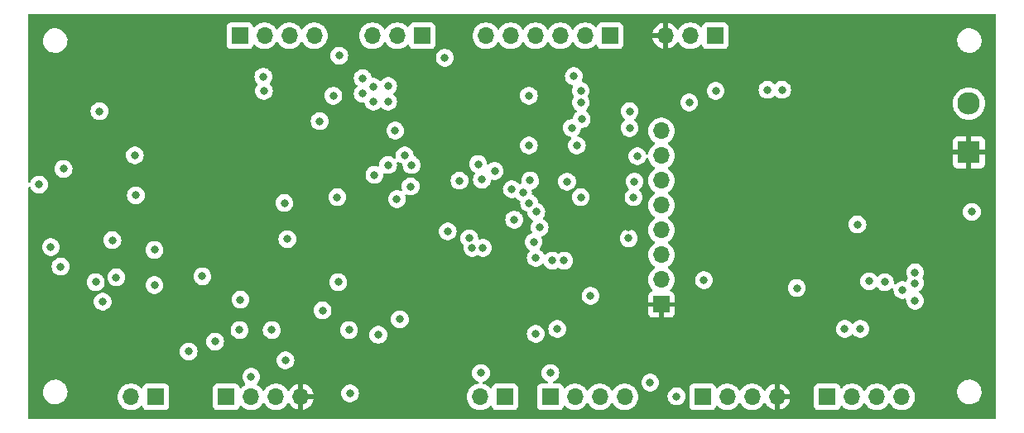
<source format=gbr>
%TF.GenerationSoftware,KiCad,Pcbnew,7.0.2-0*%
%TF.CreationDate,2024-03-04T00:44:33-08:00*%
%TF.ProjectId,EE156_4_Layer,45453135-365f-4345-9f4c-617965722e6b,rev?*%
%TF.SameCoordinates,Original*%
%TF.FileFunction,Copper,L3,Inr*%
%TF.FilePolarity,Positive*%
%FSLAX46Y46*%
G04 Gerber Fmt 4.6, Leading zero omitted, Abs format (unit mm)*
G04 Created by KiCad (PCBNEW 7.0.2-0) date 2024-03-04 00:44:33*
%MOMM*%
%LPD*%
G01*
G04 APERTURE LIST*
%TA.AperFunction,ComponentPad*%
%ADD10R,1.700000X1.700000*%
%TD*%
%TA.AperFunction,ComponentPad*%
%ADD11O,1.700000X1.700000*%
%TD*%
%TA.AperFunction,ComponentPad*%
%ADD12C,2.300000*%
%TD*%
%TA.AperFunction,ComponentPad*%
%ADD13R,2.300000X2.300000*%
%TD*%
%TA.AperFunction,ViaPad*%
%ADD14C,0.800000*%
%TD*%
G04 APERTURE END LIST*
D10*
%TO.N,GND*%
%TO.C,J16*%
X219750000Y-116790000D03*
D11*
%TO.N,3.3V*%
X219750000Y-114250000D03*
%TO.N,unconnected-(J16-Pin_3-Pad3)*%
X219750000Y-111710000D03*
%TO.N,D5*%
X219750000Y-109170000D03*
%TO.N,D9*%
X219750000Y-106630000D03*
%TO.N,D6*%
X219750000Y-104090000D03*
%TO.N,SCK*%
X219750000Y-101550000D03*
%TO.N,MOSI*%
X219750000Y-99010000D03*
%TD*%
%TO.N,BME_CSB*%
%TO.C,J15*%
X184250000Y-89250000D03*
%TO.N,BME_SDI*%
X181710000Y-89250000D03*
%TO.N,BME_SCK*%
X179170000Y-89250000D03*
D10*
%TO.N,BME_SDO*%
X176630000Y-89250000D03*
%TD*%
D12*
%TO.N,V_BATT*%
%TO.C,J13*%
X251200000Y-96200000D03*
D13*
%TO.N,GND*%
X251200000Y-101200000D03*
%TD*%
D11*
%TO.N,ID*%
%TO.C,J12*%
X244330000Y-126250000D03*
%TO.N,D-*%
X241790000Y-126250000D03*
%TO.N,D+*%
X239250000Y-126250000D03*
D10*
%TO.N,V_USB*%
X236710000Y-126250000D03*
%TD*%
D11*
%TO.N,GND*%
%TO.C,J11*%
X231580000Y-126250000D03*
%TO.N,V_USB*%
X229040000Y-126250000D03*
%TO.N,V_BATT*%
X226500000Y-126250000D03*
D10*
%TO.N,3.3V*%
X223960000Y-126250000D03*
%TD*%
D11*
%TO.N,GND*%
%TO.C,J8*%
X182870000Y-126250000D03*
%TO.N,SWCLK*%
X180330000Y-126250000D03*
%TO.N,SWDIO*%
X177790000Y-126250000D03*
D10*
%TO.N,3.3V*%
X175250000Y-126250000D03*
%TD*%
D11*
%TO.N,D13*%
%TO.C,J7*%
X201800000Y-89250000D03*
%TO.N,D12*%
X204340000Y-89250000D03*
%TO.N,D11*%
X206880000Y-89250000D03*
%TO.N,D10*%
X209420000Y-89250000D03*
%TO.N,D8_Pix*%
X211960000Y-89250000D03*
D10*
%TO.N,D4*%
X214500000Y-89250000D03*
%TD*%
D11*
%TO.N,V_DIV*%
%TO.C,J6*%
X201210000Y-126250000D03*
D10*
%TO.N,AREF*%
X203750000Y-126250000D03*
%TD*%
D11*
%TO.N,A5*%
%TO.C,J5*%
X216000000Y-126250000D03*
%TO.N,A4*%
X213460000Y-126250000D03*
%TO.N,A1*%
X210920000Y-126250000D03*
D10*
%TO.N,A0*%
X208380000Y-126250000D03*
%TD*%
%TO.N,RX_D0*%
%TO.C,J3*%
X225250000Y-89250000D03*
D11*
%TO.N,TX_D1*%
X222710000Y-89250000D03*
%TO.N,GND*%
X220170000Y-89250000D03*
%TD*%
%TO.N,SCK*%
%TO.C,J2*%
X190195000Y-89250000D03*
%TO.N,MISO*%
X192735000Y-89250000D03*
D10*
%TO.N,MOSI*%
X195275000Y-89250000D03*
%TD*%
D11*
%TO.N,SCL*%
%TO.C,J1*%
X165500000Y-126250000D03*
D10*
%TO.N,SDA*%
X168040000Y-126250000D03*
%TD*%
D14*
%TO.N,SDA*%
X171400000Y-121600000D03*
X176700000Y-116300000D03*
%TO.N,GND*%
X237700000Y-113500000D03*
%TO.N,V_BATT*%
X230600000Y-94800000D03*
X232100000Y-94800000D03*
%TO.N,GND*%
X239500000Y-98700000D03*
X240300000Y-95700000D03*
X238800000Y-92300000D03*
%TO.N,3.3V*%
X211600000Y-97800000D03*
X204700000Y-108100000D03*
%TO.N,GND*%
X204700000Y-106700000D03*
%TO.N,D8_Pix*%
X206200000Y-100500000D03*
X205600000Y-105300000D03*
X206200000Y-95400000D03*
X210800000Y-93400000D03*
%TO.N,MOSI*%
X174100000Y-120600000D03*
X193500000Y-101500000D03*
%TO.N,SCK*%
X187800000Y-119400000D03*
X176600000Y-119400000D03*
X179900000Y-119400000D03*
%TO.N,SD_MISO*%
X172800000Y-113900000D03*
%TO.N,Net-(J14-SCLK)*%
X167900000Y-114800000D03*
X161900000Y-114500000D03*
%TO.N,3.3V*%
X158600000Y-102900000D03*
%TO.N,Net-(J14-DATA_IN)*%
X162600000Y-116500000D03*
X158300000Y-112900000D03*
%TO.N,Net-(J14-SHLD)*%
X156100000Y-104500000D03*
%TO.N,3.3V*%
X162275000Y-97000000D03*
%TO.N,GND*%
X163600000Y-99000000D03*
X158100000Y-104600000D03*
%TO.N,Net-(J14-SHLD)*%
X157300000Y-110900000D03*
%TO.N,D13*%
X166000000Y-105600000D03*
%TO.N,Net-(JP7-B)*%
X167900000Y-111200000D03*
X163600000Y-110200000D03*
%TO.N,D13*%
X165900000Y-101500000D03*
%TO.N,GND*%
X162300000Y-105300000D03*
%TO.N,3.3V*%
X164000000Y-114000000D03*
X187900000Y-125900000D03*
%TO.N,SCL*%
X197900000Y-109300000D03*
X207300000Y-108900000D03*
X186700000Y-114500000D03*
%TO.N,GND*%
X181500000Y-114800000D03*
%TO.N,3.3V*%
X181500000Y-110100000D03*
X185100000Y-117400000D03*
%TO.N,MISO*%
X194200000Y-102500000D03*
X191800000Y-102500000D03*
%TO.N,BME_SDI*%
X192700000Y-106000000D03*
X192525000Y-98975000D03*
%TO.N,BME_CSB*%
X189200000Y-93600000D03*
X186800000Y-91300000D03*
%TO.N,MISO*%
X191800000Y-96000000D03*
X191800000Y-94400000D03*
%TO.N,D12*%
X189200000Y-95200000D03*
%TO.N,SCK*%
X190300000Y-94500000D03*
X190300000Y-96000000D03*
%TO.N,BME_SCK*%
X179038032Y-93450500D03*
X186600000Y-105800000D03*
%TO.N,BME_MISO*%
X179100000Y-94900000D03*
%TO.N,SCK*%
X190400000Y-103500000D03*
%TO.N,MISO*%
X201000000Y-102400000D03*
%TO.N,BME_MISO*%
X181200000Y-106400000D03*
%TO.N,GND*%
X180500000Y-102800000D03*
X183500000Y-101400000D03*
%TO.N,3.3V*%
X184800000Y-98000000D03*
%TO.N,D12*%
X186200000Y-95400000D03*
%TO.N,MOSI*%
X201400000Y-104000000D03*
X199100000Y-104100000D03*
%TO.N,SCK*%
X206224001Y-106397117D03*
X194100000Y-104700000D03*
%TO.N,3.3V*%
X197600000Y-91500000D03*
%TO.N,GND*%
X199400000Y-91600000D03*
X196400000Y-98000000D03*
X194200000Y-106000000D03*
%TO.N,RX_D0*%
X225300000Y-94900000D03*
X211500000Y-94900000D03*
%TO.N,TX_D1*%
X211500000Y-96100000D03*
X222600000Y-96100000D03*
%TO.N,GND*%
X195900000Y-126500000D03*
X186400000Y-126100000D03*
%TO.N,SWDIO*%
X177800000Y-124200000D03*
X181300000Y-122500000D03*
%TO.N,SWCLK*%
X190800000Y-119900000D03*
X200100000Y-110000000D03*
%TO.N,SWDIO*%
X200400000Y-111000000D03*
X193000000Y-118300000D03*
%TO.N,V_DIV*%
X201500000Y-111000000D03*
X201300000Y-123800000D03*
X218600000Y-124800000D03*
%TO.N,GND*%
X205000000Y-123100000D03*
%TO.N,A1*%
X209800000Y-112300000D03*
X209100000Y-119300000D03*
%TO.N,3.3V*%
X208600000Y-112300000D03*
%TO.N,GND*%
X200200000Y-115700000D03*
X208100000Y-115700000D03*
%TO.N,AREF*%
X206900000Y-119800000D03*
X206900000Y-112000000D03*
%TO.N,A0*%
X206673502Y-110400000D03*
X208400000Y-123800000D03*
%TO.N,3.3V*%
X221300000Y-126200000D03*
X233600000Y-115100000D03*
%TO.N,GND*%
X230600000Y-113500000D03*
X233000000Y-106600000D03*
%TO.N,3.3V*%
X239800000Y-108600000D03*
%TO.N,V_USB*%
X245700000Y-116400000D03*
%TO.N,Net-(JP2-A)*%
X251500000Y-107300000D03*
%TO.N,GND*%
X244600000Y-111800000D03*
%TO.N,ID*%
X244400000Y-115300000D03*
%TO.N,D+*%
X245700000Y-114600000D03*
X242600000Y-114500000D03*
X241000000Y-114400000D03*
%TO.N,D-*%
X245700000Y-113500000D03*
X206948501Y-107300000D03*
X238500000Y-119300000D03*
X240100000Y-119300000D03*
%TO.N,3.3V*%
X212500000Y-115900000D03*
%TO.N,GND*%
X224100000Y-115800000D03*
%TO.N,3.3V*%
X224100000Y-114300000D03*
%TO.N,D5*%
X211500000Y-105800000D03*
X216900000Y-105800000D03*
%TO.N,D9*%
X210100000Y-104200000D03*
X217000000Y-104200000D03*
%TO.N,MOSI*%
X204451789Y-104983930D03*
X216500000Y-97000000D03*
%TO.N,D6*%
X210600000Y-98700000D03*
X216500000Y-98700000D03*
%TO.N,SCK*%
X217300000Y-101600000D03*
X211100000Y-100500000D03*
%TO.N,GND*%
X211700000Y-92100000D03*
X216400000Y-108900000D03*
%TO.N,3.3V*%
X216400000Y-110000000D03*
%TO.N,D+*%
X206323719Y-104080062D03*
%TO.N,GND*%
X202700000Y-101800000D03*
%TO.N,3.3V*%
X202700000Y-103100000D03*
%TO.N,GND*%
X214900000Y-102200000D03*
%TD*%
%TA.AperFunction,Conductor*%
%TO.N,GND*%
G36*
X253942539Y-87020185D02*
G01*
X253988294Y-87072989D01*
X253999500Y-87124500D01*
X253999500Y-128375500D01*
X253979815Y-128442539D01*
X253927011Y-128488294D01*
X253875500Y-128499500D01*
X155124500Y-128499500D01*
X155057461Y-128479815D01*
X155011706Y-128427011D01*
X155000500Y-128375500D01*
X155000500Y-125806472D01*
X156492499Y-125806472D01*
X156522793Y-126030103D01*
X156558169Y-126138980D01*
X156592529Y-126244727D01*
X156699467Y-126443451D01*
X156772335Y-126534824D01*
X156808997Y-126580798D01*
X156840170Y-126619887D01*
X157010115Y-126768364D01*
X157057775Y-126796839D01*
X157203840Y-126884110D01*
X157415123Y-126963406D01*
X157637164Y-127003700D01*
X157637165Y-127003700D01*
X157803522Y-127003700D01*
X157806299Y-127003700D01*
X157974762Y-126988538D01*
X158192299Y-126928502D01*
X158395621Y-126830587D01*
X158395621Y-126830586D01*
X158395623Y-126830586D01*
X158480672Y-126768794D01*
X158578192Y-126697942D01*
X158734144Y-126534828D01*
X158858465Y-126346490D01*
X158899707Y-126249999D01*
X164136843Y-126249999D01*
X164155435Y-126474363D01*
X164155435Y-126474366D01*
X164155436Y-126474368D01*
X164192286Y-126619887D01*
X164210705Y-126692618D01*
X164301138Y-126898788D01*
X164301140Y-126898791D01*
X164424278Y-127087268D01*
X164576760Y-127252906D01*
X164754424Y-127391189D01*
X164952426Y-127498342D01*
X165165365Y-127571444D01*
X165387431Y-127608500D01*
X165612569Y-127608500D01*
X165834635Y-127571444D01*
X166047574Y-127498342D01*
X166245576Y-127391189D01*
X166423240Y-127252906D01*
X166486452Y-127184239D01*
X166546337Y-127148251D01*
X166616175Y-127150351D01*
X166673791Y-127189875D01*
X166693861Y-127224889D01*
X166739110Y-127346204D01*
X166826738Y-127463261D01*
X166943796Y-127550889D01*
X167080794Y-127601988D01*
X167080797Y-127601988D01*
X167080799Y-127601989D01*
X167141362Y-127608500D01*
X167144672Y-127608500D01*
X168935328Y-127608500D01*
X168938638Y-127608500D01*
X168999201Y-127601989D01*
X168999203Y-127601988D01*
X168999205Y-127601988D01*
X169081097Y-127571443D01*
X169136204Y-127550889D01*
X169253261Y-127463261D01*
X169340889Y-127346204D01*
X169375689Y-127252903D01*
X169391988Y-127209205D01*
X169391988Y-127209203D01*
X169391989Y-127209201D01*
X169398500Y-127148638D01*
X173891500Y-127148638D01*
X173891852Y-127151918D01*
X173891853Y-127151924D01*
X173898011Y-127209205D01*
X173949110Y-127346203D01*
X174036738Y-127463261D01*
X174153796Y-127550889D01*
X174290794Y-127601988D01*
X174290797Y-127601988D01*
X174290799Y-127601989D01*
X174351362Y-127608500D01*
X174354672Y-127608500D01*
X176145328Y-127608500D01*
X176148638Y-127608500D01*
X176209201Y-127601989D01*
X176209203Y-127601988D01*
X176209205Y-127601988D01*
X176291097Y-127571443D01*
X176346204Y-127550889D01*
X176463261Y-127463261D01*
X176550889Y-127346204D01*
X176596137Y-127224889D01*
X176638009Y-127168956D01*
X176703474Y-127144540D01*
X176771747Y-127159392D01*
X176803548Y-127184241D01*
X176840968Y-127224889D01*
X176866760Y-127252906D01*
X177044424Y-127391189D01*
X177242426Y-127498342D01*
X177455365Y-127571444D01*
X177677431Y-127608500D01*
X177902569Y-127608500D01*
X178124635Y-127571444D01*
X178337574Y-127498342D01*
X178535576Y-127391189D01*
X178713240Y-127252906D01*
X178865722Y-127087268D01*
X178956191Y-126948793D01*
X179009336Y-126903438D01*
X179078567Y-126894014D01*
X179141903Y-126923515D01*
X179163807Y-126948794D01*
X179254275Y-127087265D01*
X179254277Y-127087267D01*
X179254278Y-127087268D01*
X179406760Y-127252906D01*
X179584424Y-127391189D01*
X179782426Y-127498342D01*
X179995365Y-127571444D01*
X180217431Y-127608500D01*
X180442569Y-127608500D01*
X180664635Y-127571444D01*
X180877574Y-127498342D01*
X181075576Y-127391189D01*
X181253240Y-127252906D01*
X181405722Y-127087268D01*
X181499748Y-126943349D01*
X181552893Y-126897994D01*
X181622124Y-126888570D01*
X181685460Y-126918072D01*
X181705131Y-126940048D01*
X181831892Y-127121080D01*
X181998918Y-127288106D01*
X182192423Y-127423600D01*
X182406509Y-127523430D01*
X182620000Y-127580634D01*
X182620000Y-126685501D01*
X182727685Y-126734680D01*
X182834237Y-126750000D01*
X182905763Y-126750000D01*
X183012315Y-126734680D01*
X183120000Y-126685501D01*
X183120000Y-127580633D01*
X183333490Y-127523430D01*
X183547576Y-127423600D01*
X183741081Y-127288106D01*
X183908106Y-127121081D01*
X184043600Y-126927576D01*
X184143430Y-126713492D01*
X184200636Y-126500000D01*
X183303686Y-126500000D01*
X183329493Y-126459844D01*
X183370000Y-126321889D01*
X183370000Y-126178111D01*
X183329493Y-126040156D01*
X183303686Y-126000000D01*
X184200636Y-126000000D01*
X184200635Y-125999999D01*
X184173840Y-125899999D01*
X186986496Y-125899999D01*
X187006458Y-126089929D01*
X187065472Y-126271556D01*
X187160957Y-126436941D01*
X187160960Y-126436944D01*
X187288747Y-126578866D01*
X187443248Y-126691117D01*
X187443248Y-126691118D01*
X187617714Y-126768795D01*
X187804511Y-126808500D01*
X187804513Y-126808500D01*
X187995489Y-126808500D01*
X188182285Y-126768795D01*
X188182286Y-126768794D01*
X188182288Y-126768794D01*
X188356752Y-126691118D01*
X188511253Y-126578866D01*
X188639040Y-126436944D01*
X188734527Y-126271556D01*
X188741531Y-126250000D01*
X199846843Y-126250000D01*
X199865435Y-126474363D01*
X199865435Y-126474366D01*
X199865436Y-126474368D01*
X199902286Y-126619887D01*
X199920705Y-126692618D01*
X200011138Y-126898788D01*
X200011140Y-126898791D01*
X200134278Y-127087268D01*
X200286760Y-127252906D01*
X200464424Y-127391189D01*
X200662426Y-127498342D01*
X200875365Y-127571444D01*
X201097431Y-127608500D01*
X201322569Y-127608500D01*
X201544635Y-127571444D01*
X201757574Y-127498342D01*
X201955576Y-127391189D01*
X202133240Y-127252906D01*
X202196452Y-127184239D01*
X202256337Y-127148251D01*
X202326175Y-127150351D01*
X202383791Y-127189875D01*
X202403861Y-127224889D01*
X202449110Y-127346204D01*
X202536738Y-127463261D01*
X202653796Y-127550889D01*
X202790794Y-127601988D01*
X202790797Y-127601988D01*
X202790799Y-127601989D01*
X202851362Y-127608500D01*
X202854672Y-127608500D01*
X204645328Y-127608500D01*
X204648638Y-127608500D01*
X204709201Y-127601989D01*
X204709203Y-127601988D01*
X204709205Y-127601988D01*
X204791097Y-127571443D01*
X204846204Y-127550889D01*
X204963261Y-127463261D01*
X205050889Y-127346204D01*
X205085689Y-127252903D01*
X205101988Y-127209205D01*
X205101988Y-127209203D01*
X205101989Y-127209201D01*
X205108500Y-127148638D01*
X207021500Y-127148638D01*
X207021852Y-127151918D01*
X207021853Y-127151924D01*
X207028011Y-127209205D01*
X207079110Y-127346203D01*
X207166738Y-127463261D01*
X207283796Y-127550889D01*
X207420794Y-127601988D01*
X207420797Y-127601988D01*
X207420799Y-127601989D01*
X207481362Y-127608500D01*
X207484672Y-127608500D01*
X209275328Y-127608500D01*
X209278638Y-127608500D01*
X209339201Y-127601989D01*
X209339203Y-127601988D01*
X209339205Y-127601988D01*
X209421097Y-127571443D01*
X209476204Y-127550889D01*
X209593261Y-127463261D01*
X209680889Y-127346204D01*
X209726137Y-127224889D01*
X209768009Y-127168956D01*
X209833474Y-127144540D01*
X209901747Y-127159392D01*
X209933548Y-127184241D01*
X209970968Y-127224889D01*
X209996760Y-127252906D01*
X210174424Y-127391189D01*
X210372426Y-127498342D01*
X210585365Y-127571444D01*
X210807431Y-127608500D01*
X211032569Y-127608500D01*
X211254635Y-127571444D01*
X211467574Y-127498342D01*
X211665576Y-127391189D01*
X211843240Y-127252906D01*
X211995722Y-127087268D01*
X212086191Y-126948793D01*
X212139336Y-126903438D01*
X212208567Y-126894014D01*
X212271903Y-126923515D01*
X212293807Y-126948794D01*
X212384275Y-127087265D01*
X212384277Y-127087267D01*
X212384278Y-127087268D01*
X212536760Y-127252906D01*
X212714424Y-127391189D01*
X212912426Y-127498342D01*
X213125365Y-127571444D01*
X213347431Y-127608500D01*
X213572569Y-127608500D01*
X213794635Y-127571444D01*
X214007574Y-127498342D01*
X214205576Y-127391189D01*
X214383240Y-127252906D01*
X214535722Y-127087268D01*
X214626190Y-126948795D01*
X214679337Y-126903438D01*
X214748569Y-126894014D01*
X214811905Y-126923516D01*
X214833809Y-126948795D01*
X214869517Y-127003451D01*
X214924278Y-127087268D01*
X215076760Y-127252906D01*
X215254424Y-127391189D01*
X215452426Y-127498342D01*
X215665365Y-127571444D01*
X215887431Y-127608500D01*
X216112569Y-127608500D01*
X216334635Y-127571444D01*
X216547574Y-127498342D01*
X216745576Y-127391189D01*
X216923240Y-127252906D01*
X217019226Y-127148638D01*
X222601500Y-127148638D01*
X222601852Y-127151918D01*
X222601853Y-127151924D01*
X222608011Y-127209205D01*
X222659110Y-127346203D01*
X222746738Y-127463261D01*
X222863796Y-127550889D01*
X223000794Y-127601988D01*
X223000797Y-127601988D01*
X223000799Y-127601989D01*
X223061362Y-127608500D01*
X223064672Y-127608500D01*
X224855328Y-127608500D01*
X224858638Y-127608500D01*
X224919201Y-127601989D01*
X224919203Y-127601988D01*
X224919205Y-127601988D01*
X225001097Y-127571443D01*
X225056204Y-127550889D01*
X225173261Y-127463261D01*
X225260889Y-127346204D01*
X225306137Y-127224889D01*
X225348009Y-127168956D01*
X225413474Y-127144540D01*
X225481747Y-127159392D01*
X225513548Y-127184241D01*
X225550968Y-127224889D01*
X225576760Y-127252906D01*
X225754424Y-127391189D01*
X225952426Y-127498342D01*
X226165365Y-127571444D01*
X226387431Y-127608500D01*
X226612569Y-127608500D01*
X226834635Y-127571444D01*
X227047574Y-127498342D01*
X227245576Y-127391189D01*
X227423240Y-127252906D01*
X227575722Y-127087268D01*
X227666191Y-126948793D01*
X227719336Y-126903438D01*
X227788567Y-126894014D01*
X227851903Y-126923515D01*
X227873807Y-126948794D01*
X227964275Y-127087265D01*
X227964277Y-127087267D01*
X227964278Y-127087268D01*
X228116760Y-127252906D01*
X228294424Y-127391189D01*
X228492426Y-127498342D01*
X228705365Y-127571444D01*
X228927431Y-127608500D01*
X229152569Y-127608500D01*
X229374635Y-127571444D01*
X229587574Y-127498342D01*
X229785576Y-127391189D01*
X229963240Y-127252906D01*
X230115722Y-127087268D01*
X230209748Y-126943349D01*
X230262893Y-126897994D01*
X230332124Y-126888570D01*
X230395460Y-126918072D01*
X230415131Y-126940048D01*
X230541892Y-127121080D01*
X230708918Y-127288106D01*
X230902423Y-127423600D01*
X231116509Y-127523430D01*
X231330000Y-127580634D01*
X231330000Y-126685501D01*
X231437685Y-126734680D01*
X231544237Y-126750000D01*
X231615763Y-126750000D01*
X231722315Y-126734680D01*
X231829999Y-126685501D01*
X231829999Y-127580633D01*
X232043491Y-127523430D01*
X232257576Y-127423600D01*
X232451081Y-127288106D01*
X232590549Y-127148638D01*
X235351500Y-127148638D01*
X235351852Y-127151918D01*
X235351853Y-127151924D01*
X235358011Y-127209205D01*
X235409110Y-127346203D01*
X235496738Y-127463261D01*
X235613796Y-127550889D01*
X235750794Y-127601988D01*
X235750797Y-127601988D01*
X235750799Y-127601989D01*
X235811362Y-127608500D01*
X235814672Y-127608500D01*
X237605328Y-127608500D01*
X237608638Y-127608500D01*
X237669201Y-127601989D01*
X237669203Y-127601988D01*
X237669205Y-127601988D01*
X237751097Y-127571443D01*
X237806204Y-127550889D01*
X237923261Y-127463261D01*
X238010889Y-127346204D01*
X238056137Y-127224889D01*
X238098009Y-127168956D01*
X238163474Y-127144540D01*
X238231747Y-127159392D01*
X238263548Y-127184241D01*
X238300968Y-127224889D01*
X238326760Y-127252906D01*
X238504424Y-127391189D01*
X238702426Y-127498342D01*
X238915365Y-127571444D01*
X239137431Y-127608500D01*
X239362569Y-127608500D01*
X239584635Y-127571444D01*
X239797574Y-127498342D01*
X239995576Y-127391189D01*
X240173240Y-127252906D01*
X240325722Y-127087268D01*
X240416190Y-126948795D01*
X240469337Y-126903438D01*
X240538569Y-126894014D01*
X240601905Y-126923516D01*
X240623809Y-126948795D01*
X240659517Y-127003451D01*
X240714278Y-127087268D01*
X240866760Y-127252906D01*
X241044424Y-127391189D01*
X241242426Y-127498342D01*
X241455365Y-127571444D01*
X241677431Y-127608500D01*
X241902569Y-127608500D01*
X242124635Y-127571444D01*
X242337574Y-127498342D01*
X242535576Y-127391189D01*
X242713240Y-127252906D01*
X242865722Y-127087268D01*
X242956191Y-126948793D01*
X243009336Y-126903438D01*
X243078567Y-126894014D01*
X243141903Y-126923515D01*
X243163807Y-126948794D01*
X243254275Y-127087265D01*
X243254277Y-127087267D01*
X243254278Y-127087268D01*
X243406760Y-127252906D01*
X243584424Y-127391189D01*
X243782426Y-127498342D01*
X243995365Y-127571444D01*
X244217431Y-127608500D01*
X244442569Y-127608500D01*
X244664635Y-127571444D01*
X244877574Y-127498342D01*
X245075576Y-127391189D01*
X245253240Y-127252906D01*
X245405722Y-127087268D01*
X245528860Y-126898791D01*
X245619296Y-126692616D01*
X245674564Y-126474368D01*
X245693156Y-126250000D01*
X245674564Y-126025632D01*
X245619296Y-125807384D01*
X245618896Y-125806472D01*
X249992499Y-125806472D01*
X250022793Y-126030103D01*
X250058169Y-126138980D01*
X250092529Y-126244727D01*
X250199467Y-126443451D01*
X250272335Y-126534824D01*
X250308997Y-126580798D01*
X250340170Y-126619887D01*
X250510115Y-126768364D01*
X250557775Y-126796839D01*
X250703840Y-126884110D01*
X250915123Y-126963406D01*
X251137164Y-127003700D01*
X251137165Y-127003700D01*
X251303522Y-127003700D01*
X251306299Y-127003700D01*
X251474762Y-126988538D01*
X251692299Y-126928502D01*
X251895621Y-126830587D01*
X251895621Y-126830586D01*
X251895623Y-126830586D01*
X251980672Y-126768794D01*
X252078192Y-126697942D01*
X252234144Y-126534828D01*
X252358465Y-126346490D01*
X252447159Y-126138980D01*
X252497375Y-125918968D01*
X252507500Y-125693526D01*
X252477207Y-125469898D01*
X252407471Y-125255273D01*
X252300533Y-125056549D01*
X252168911Y-124891500D01*
X252159831Y-124880114D01*
X252159830Y-124880113D01*
X251989885Y-124731636D01*
X251989882Y-124731634D01*
X251796159Y-124615889D01*
X251584876Y-124536593D01*
X251362836Y-124496300D01*
X251362835Y-124496300D01*
X251193701Y-124496300D01*
X251190951Y-124496547D01*
X251190939Y-124496548D01*
X251111776Y-124503673D01*
X251025238Y-124511462D01*
X251025234Y-124511462D01*
X251025234Y-124511463D01*
X250807703Y-124571497D01*
X250604376Y-124669413D01*
X250421811Y-124802055D01*
X250421808Y-124802057D01*
X250421808Y-124802058D01*
X250389929Y-124835401D01*
X250265853Y-124965175D01*
X250141534Y-125153511D01*
X250052840Y-125361018D01*
X250002625Y-125581031D01*
X249992499Y-125806472D01*
X245618896Y-125806472D01*
X245528860Y-125601209D01*
X245405722Y-125412732D01*
X245253240Y-125247094D01*
X245075576Y-125108811D01*
X244877574Y-125001658D01*
X244877573Y-125001657D01*
X244877572Y-125001657D01*
X244664636Y-124928556D01*
X244442569Y-124891500D01*
X244217431Y-124891500D01*
X243995363Y-124928556D01*
X243782427Y-125001657D01*
X243584424Y-125108811D01*
X243406760Y-125247094D01*
X243254279Y-125412730D01*
X243163809Y-125551205D01*
X243110662Y-125596561D01*
X243041431Y-125605985D01*
X242978095Y-125576483D01*
X242956191Y-125551205D01*
X242903069Y-125469896D01*
X242865722Y-125412732D01*
X242713240Y-125247094D01*
X242535576Y-125108811D01*
X242337574Y-125001658D01*
X242337573Y-125001657D01*
X242337572Y-125001657D01*
X242124636Y-124928556D01*
X241902569Y-124891500D01*
X241677431Y-124891500D01*
X241455363Y-124928556D01*
X241242427Y-125001657D01*
X241044424Y-125108811D01*
X240866760Y-125247094D01*
X240714279Y-125412730D01*
X240623809Y-125551205D01*
X240570662Y-125596561D01*
X240501431Y-125605985D01*
X240438095Y-125576483D01*
X240416191Y-125551205D01*
X240363069Y-125469896D01*
X240325722Y-125412732D01*
X240173240Y-125247094D01*
X239995576Y-125108811D01*
X239797574Y-125001658D01*
X239797573Y-125001657D01*
X239797572Y-125001657D01*
X239584636Y-124928556D01*
X239362569Y-124891500D01*
X239137431Y-124891500D01*
X238915363Y-124928556D01*
X238702427Y-125001657D01*
X238504424Y-125108811D01*
X238326759Y-125247094D01*
X238263548Y-125315759D01*
X238203660Y-125351749D01*
X238133822Y-125349648D01*
X238076207Y-125310123D01*
X238056138Y-125275110D01*
X238017513Y-125171556D01*
X238010889Y-125153796D01*
X237952951Y-125076400D01*
X237923261Y-125036738D01*
X237806203Y-124949110D01*
X237669205Y-124898011D01*
X237611924Y-124891853D01*
X237611918Y-124891852D01*
X237608638Y-124891500D01*
X235811362Y-124891500D01*
X235808082Y-124891852D01*
X235808075Y-124891853D01*
X235750794Y-124898011D01*
X235613796Y-124949110D01*
X235496738Y-125036738D01*
X235409110Y-125153796D01*
X235358011Y-125290794D01*
X235353684Y-125331043D01*
X235351500Y-125351362D01*
X235351500Y-127148638D01*
X232590549Y-127148638D01*
X232618106Y-127121081D01*
X232753600Y-126927576D01*
X232853430Y-126713492D01*
X232910636Y-126500000D01*
X232013686Y-126500000D01*
X232039493Y-126459844D01*
X232080000Y-126321889D01*
X232080000Y-126178111D01*
X232039493Y-126040156D01*
X232013686Y-126000000D01*
X232910636Y-126000000D01*
X232910635Y-125999999D01*
X232853430Y-125786507D01*
X232753599Y-125572421D01*
X232618109Y-125378921D01*
X232451081Y-125211893D01*
X232257576Y-125076399D01*
X232043492Y-124976569D01*
X231829999Y-124919364D01*
X231829999Y-125814498D01*
X231722315Y-125765320D01*
X231615763Y-125750000D01*
X231544237Y-125750000D01*
X231437685Y-125765320D01*
X231330000Y-125814498D01*
X231330000Y-124919364D01*
X231329999Y-124919364D01*
X231116507Y-124976569D01*
X230902421Y-125076400D01*
X230708921Y-125211890D01*
X230541893Y-125378918D01*
X230415132Y-125559952D01*
X230360555Y-125603576D01*
X230291056Y-125610769D01*
X230228702Y-125579247D01*
X230209748Y-125556649D01*
X230115723Y-125412732D01*
X230004119Y-125291500D01*
X229963240Y-125247094D01*
X229785576Y-125108811D01*
X229587574Y-125001658D01*
X229587573Y-125001657D01*
X229587572Y-125001657D01*
X229374636Y-124928556D01*
X229152569Y-124891500D01*
X228927431Y-124891500D01*
X228705363Y-124928556D01*
X228492427Y-125001657D01*
X228294424Y-125108811D01*
X228116760Y-125247094D01*
X227964277Y-125412732D01*
X227873809Y-125551205D01*
X227820663Y-125596562D01*
X227751431Y-125605986D01*
X227688095Y-125576484D01*
X227666191Y-125551205D01*
X227575722Y-125412732D01*
X227529993Y-125363058D01*
X227423240Y-125247094D01*
X227245576Y-125108811D01*
X227047574Y-125001658D01*
X227047573Y-125001657D01*
X227047572Y-125001657D01*
X226834636Y-124928556D01*
X226612569Y-124891500D01*
X226387431Y-124891500D01*
X226165363Y-124928556D01*
X225952427Y-125001657D01*
X225754424Y-125108811D01*
X225576759Y-125247094D01*
X225513548Y-125315759D01*
X225453660Y-125351749D01*
X225383822Y-125349648D01*
X225326207Y-125310123D01*
X225306138Y-125275110D01*
X225267513Y-125171556D01*
X225260889Y-125153796D01*
X225202951Y-125076400D01*
X225173261Y-125036738D01*
X225056203Y-124949110D01*
X224919205Y-124898011D01*
X224861924Y-124891853D01*
X224861918Y-124891852D01*
X224858638Y-124891500D01*
X223061362Y-124891500D01*
X223058082Y-124891852D01*
X223058075Y-124891853D01*
X223000794Y-124898011D01*
X222863796Y-124949110D01*
X222746738Y-125036738D01*
X222659110Y-125153796D01*
X222608011Y-125290794D01*
X222603684Y-125331043D01*
X222601500Y-125351362D01*
X222601500Y-127148638D01*
X217019226Y-127148638D01*
X217075722Y-127087268D01*
X217198860Y-126898791D01*
X217289296Y-126692616D01*
X217344564Y-126474368D01*
X217363156Y-126250000D01*
X217359013Y-126200000D01*
X220386496Y-126200000D01*
X220406458Y-126389929D01*
X220465472Y-126571556D01*
X220560957Y-126736941D01*
X220589251Y-126768364D01*
X220688747Y-126878866D01*
X220805106Y-126963406D01*
X220843248Y-126991118D01*
X221017714Y-127068795D01*
X221204511Y-127108500D01*
X221204513Y-127108500D01*
X221395489Y-127108500D01*
X221582285Y-127068795D01*
X221582286Y-127068794D01*
X221582288Y-127068794D01*
X221756752Y-126991118D01*
X221911253Y-126878866D01*
X222039040Y-126736944D01*
X222134527Y-126571556D01*
X222193542Y-126389928D01*
X222213504Y-126200000D01*
X222193542Y-126010072D01*
X222134527Y-125828444D01*
X222134527Y-125828443D01*
X222039042Y-125663058D01*
X222019442Y-125641291D01*
X221911253Y-125521134D01*
X221762051Y-125412732D01*
X221756751Y-125408881D01*
X221582285Y-125331204D01*
X221395489Y-125291500D01*
X221395487Y-125291500D01*
X221204513Y-125291500D01*
X221204511Y-125291500D01*
X221017714Y-125331204D01*
X220843248Y-125408881D01*
X220688748Y-125521133D01*
X220560957Y-125663058D01*
X220465472Y-125828443D01*
X220406458Y-126010070D01*
X220386496Y-126200000D01*
X217359013Y-126200000D01*
X217344564Y-126025632D01*
X217289296Y-125807384D01*
X217198860Y-125601209D01*
X217075722Y-125412732D01*
X216923240Y-125247094D01*
X216745576Y-125108811D01*
X216547574Y-125001658D01*
X216547573Y-125001657D01*
X216547572Y-125001657D01*
X216334636Y-124928556D01*
X216112569Y-124891500D01*
X215887431Y-124891500D01*
X215665363Y-124928556D01*
X215452427Y-125001657D01*
X215254424Y-125108811D01*
X215076760Y-125247094D01*
X214924279Y-125412730D01*
X214833809Y-125551205D01*
X214780662Y-125596561D01*
X214711431Y-125605985D01*
X214648095Y-125576483D01*
X214626191Y-125551205D01*
X214573069Y-125469896D01*
X214535722Y-125412732D01*
X214383240Y-125247094D01*
X214205576Y-125108811D01*
X214007574Y-125001658D01*
X214007573Y-125001657D01*
X214007572Y-125001657D01*
X213794636Y-124928556D01*
X213572569Y-124891500D01*
X213347431Y-124891500D01*
X213125363Y-124928556D01*
X212912427Y-125001657D01*
X212714424Y-125108811D01*
X212536760Y-125247094D01*
X212384279Y-125412730D01*
X212293809Y-125551205D01*
X212240662Y-125596561D01*
X212171431Y-125605985D01*
X212108095Y-125576483D01*
X212086191Y-125551205D01*
X212033069Y-125469896D01*
X211995722Y-125412732D01*
X211843240Y-125247094D01*
X211665576Y-125108811D01*
X211467574Y-125001658D01*
X211467573Y-125001657D01*
X211467572Y-125001657D01*
X211254636Y-124928556D01*
X211032569Y-124891500D01*
X210807431Y-124891500D01*
X210585363Y-124928556D01*
X210372427Y-125001657D01*
X210174424Y-125108811D01*
X209996759Y-125247094D01*
X209933548Y-125315759D01*
X209873660Y-125351749D01*
X209803822Y-125349648D01*
X209746207Y-125310123D01*
X209726138Y-125275110D01*
X209687513Y-125171556D01*
X209680889Y-125153796D01*
X209622951Y-125076400D01*
X209593261Y-125036738D01*
X209476203Y-124949110D01*
X209339205Y-124898011D01*
X209281924Y-124891853D01*
X209281918Y-124891852D01*
X209278638Y-124891500D01*
X208765457Y-124891500D01*
X208698418Y-124871815D01*
X208652663Y-124819011D01*
X208649929Y-124800000D01*
X217686496Y-124800000D01*
X217706458Y-124989929D01*
X217765472Y-125171556D01*
X217860957Y-125336941D01*
X217860960Y-125336944D01*
X217988747Y-125478866D01*
X218129366Y-125581032D01*
X218143248Y-125591118D01*
X218317714Y-125668795D01*
X218504511Y-125708500D01*
X218504513Y-125708500D01*
X218695489Y-125708500D01*
X218882285Y-125668795D01*
X218882286Y-125668794D01*
X218882288Y-125668794D01*
X219056752Y-125591118D01*
X219211253Y-125478866D01*
X219339040Y-125336944D01*
X219434527Y-125171556D01*
X219493542Y-124989928D01*
X219513504Y-124800000D01*
X219493542Y-124610072D01*
X219434527Y-124428444D01*
X219434527Y-124428443D01*
X219339042Y-124263058D01*
X219282264Y-124200000D01*
X219211253Y-124121134D01*
X219058390Y-124010072D01*
X219056751Y-124008881D01*
X218882285Y-123931204D01*
X218695489Y-123891500D01*
X218695487Y-123891500D01*
X218504513Y-123891500D01*
X218504511Y-123891500D01*
X218317714Y-123931204D01*
X218143248Y-124008881D01*
X217988748Y-124121133D01*
X217860957Y-124263058D01*
X217765472Y-124428443D01*
X217706458Y-124610070D01*
X217686496Y-124800000D01*
X208649929Y-124800000D01*
X208642719Y-124749853D01*
X208671744Y-124686297D01*
X208715022Y-124654220D01*
X208728027Y-124648429D01*
X208856752Y-124591118D01*
X209011253Y-124478866D01*
X209139040Y-124336944D01*
X209234527Y-124171556D01*
X209293542Y-123989928D01*
X209313504Y-123800000D01*
X209293542Y-123610072D01*
X209234527Y-123428444D01*
X209234527Y-123428443D01*
X209139042Y-123263058D01*
X209119442Y-123241291D01*
X209011253Y-123121134D01*
X208856752Y-123008882D01*
X208856751Y-123008881D01*
X208682285Y-122931204D01*
X208495489Y-122891500D01*
X208495487Y-122891500D01*
X208304513Y-122891500D01*
X208304511Y-122891500D01*
X208117714Y-122931204D01*
X207943248Y-123008881D01*
X207788748Y-123121133D01*
X207660957Y-123263058D01*
X207565472Y-123428443D01*
X207506458Y-123610070D01*
X207506457Y-123610072D01*
X207506458Y-123610072D01*
X207486496Y-123800000D01*
X207489486Y-123828444D01*
X207506458Y-123989929D01*
X207565472Y-124171556D01*
X207660957Y-124336941D01*
X207660960Y-124336944D01*
X207788747Y-124478866D01*
X207916323Y-124571556D01*
X207943248Y-124591118D01*
X208084978Y-124654220D01*
X208138215Y-124699470D01*
X208158537Y-124766319D01*
X208139492Y-124833543D01*
X208087126Y-124879799D01*
X208034543Y-124891500D01*
X207481362Y-124891500D01*
X207478082Y-124891852D01*
X207478075Y-124891853D01*
X207420794Y-124898011D01*
X207283796Y-124949110D01*
X207166738Y-125036738D01*
X207079110Y-125153796D01*
X207028011Y-125290794D01*
X207023684Y-125331043D01*
X207021500Y-125351362D01*
X207021500Y-127148638D01*
X205108500Y-127148638D01*
X205108500Y-125351362D01*
X205101989Y-125290799D01*
X205101988Y-125290797D01*
X205101988Y-125290794D01*
X205050889Y-125153796D01*
X204963261Y-125036738D01*
X204846203Y-124949110D01*
X204709205Y-124898011D01*
X204651924Y-124891853D01*
X204651918Y-124891852D01*
X204648638Y-124891500D01*
X202851362Y-124891500D01*
X202848082Y-124891852D01*
X202848075Y-124891853D01*
X202790794Y-124898011D01*
X202653796Y-124949110D01*
X202536738Y-125036738D01*
X202449110Y-125153796D01*
X202403861Y-125275110D01*
X202361989Y-125331043D01*
X202296524Y-125355459D01*
X202228252Y-125340606D01*
X202196451Y-125315758D01*
X202133242Y-125247096D01*
X202133241Y-125247095D01*
X202133240Y-125247094D01*
X201955576Y-125108811D01*
X201757574Y-125001658D01*
X201757573Y-125001657D01*
X201757572Y-125001657D01*
X201544632Y-124928554D01*
X201526138Y-124925468D01*
X201463253Y-124895016D01*
X201426815Y-124835401D01*
X201428392Y-124765549D01*
X201467483Y-124707638D01*
X201520765Y-124681871D01*
X201582288Y-124668794D01*
X201756752Y-124591118D01*
X201911253Y-124478866D01*
X202039040Y-124336944D01*
X202134527Y-124171556D01*
X202193542Y-123989928D01*
X202213504Y-123800000D01*
X202193542Y-123610072D01*
X202134527Y-123428444D01*
X202134527Y-123428443D01*
X202039042Y-123263058D01*
X202019442Y-123241291D01*
X201911253Y-123121134D01*
X201756752Y-123008882D01*
X201756751Y-123008881D01*
X201582285Y-122931204D01*
X201395489Y-122891500D01*
X201395487Y-122891500D01*
X201204513Y-122891500D01*
X201204511Y-122891500D01*
X201017714Y-122931204D01*
X200843248Y-123008881D01*
X200688748Y-123121133D01*
X200560957Y-123263058D01*
X200465472Y-123428443D01*
X200406458Y-123610070D01*
X200406457Y-123610072D01*
X200406458Y-123610072D01*
X200386496Y-123800000D01*
X200389486Y-123828444D01*
X200406458Y-123989929D01*
X200465472Y-124171556D01*
X200560957Y-124336941D01*
X200560960Y-124336944D01*
X200688747Y-124478866D01*
X200816323Y-124571556D01*
X200843248Y-124591118D01*
X201026582Y-124672743D01*
X201079819Y-124717993D01*
X201100141Y-124784842D01*
X201081096Y-124852066D01*
X201028730Y-124898322D01*
X200996557Y-124908332D01*
X200875363Y-124928556D01*
X200662427Y-125001657D01*
X200464424Y-125108811D01*
X200286760Y-125247094D01*
X200134279Y-125412730D01*
X200011138Y-125601211D01*
X199929861Y-125786507D01*
X199920704Y-125807384D01*
X199892447Y-125918968D01*
X199865435Y-126025636D01*
X199846843Y-126250000D01*
X188741531Y-126250000D01*
X188793542Y-126089928D01*
X188813504Y-125900000D01*
X188793542Y-125710072D01*
X188744765Y-125559952D01*
X188734527Y-125528443D01*
X188639042Y-125363058D01*
X188610215Y-125331043D01*
X188511253Y-125221134D01*
X188356752Y-125108882D01*
X188356751Y-125108881D01*
X188182285Y-125031204D01*
X187995489Y-124991500D01*
X187995487Y-124991500D01*
X187804513Y-124991500D01*
X187804511Y-124991500D01*
X187617714Y-125031204D01*
X187443248Y-125108881D01*
X187288748Y-125221133D01*
X187160957Y-125363058D01*
X187065472Y-125528443D01*
X187006458Y-125710070D01*
X186986496Y-125899999D01*
X184173840Y-125899999D01*
X184143430Y-125786507D01*
X184043599Y-125572421D01*
X183908109Y-125378921D01*
X183741081Y-125211893D01*
X183547576Y-125076399D01*
X183333492Y-124976569D01*
X183120000Y-124919364D01*
X183120000Y-125814498D01*
X183012315Y-125765320D01*
X182905763Y-125750000D01*
X182834237Y-125750000D01*
X182727685Y-125765320D01*
X182620000Y-125814498D01*
X182620000Y-124919364D01*
X182619999Y-124919364D01*
X182406507Y-124976569D01*
X182192421Y-125076400D01*
X181998921Y-125211890D01*
X181831893Y-125378918D01*
X181705132Y-125559952D01*
X181650555Y-125603576D01*
X181581056Y-125610769D01*
X181518702Y-125579247D01*
X181499748Y-125556649D01*
X181405723Y-125412732D01*
X181294119Y-125291500D01*
X181253240Y-125247094D01*
X181075576Y-125108811D01*
X180877574Y-125001658D01*
X180877573Y-125001657D01*
X180877572Y-125001657D01*
X180664636Y-124928556D01*
X180442569Y-124891500D01*
X180217431Y-124891500D01*
X179995363Y-124928556D01*
X179782427Y-125001657D01*
X179584424Y-125108811D01*
X179406760Y-125247094D01*
X179254279Y-125412730D01*
X179163809Y-125551205D01*
X179110662Y-125596561D01*
X179041431Y-125605985D01*
X178978095Y-125576483D01*
X178956191Y-125551205D01*
X178903069Y-125469896D01*
X178865722Y-125412732D01*
X178713240Y-125247094D01*
X178535576Y-125108811D01*
X178451304Y-125063205D01*
X178401715Y-125013988D01*
X178386607Y-124945771D01*
X178410777Y-124880215D01*
X178418159Y-124871196D01*
X178539040Y-124736944D01*
X178549982Y-124717993D01*
X178634527Y-124571556D01*
X178634546Y-124571497D01*
X178693542Y-124389928D01*
X178713504Y-124200000D01*
X178693542Y-124010072D01*
X178634527Y-123828444D01*
X178634527Y-123828443D01*
X178539042Y-123663058D01*
X178491331Y-123610070D01*
X178411253Y-123521134D01*
X178283677Y-123428444D01*
X178256751Y-123408881D01*
X178082285Y-123331204D01*
X177895489Y-123291500D01*
X177895487Y-123291500D01*
X177704513Y-123291500D01*
X177704511Y-123291500D01*
X177517714Y-123331204D01*
X177343248Y-123408881D01*
X177188748Y-123521133D01*
X177060957Y-123663058D01*
X176965472Y-123828443D01*
X176906458Y-124010070D01*
X176886496Y-124200000D01*
X176906458Y-124389929D01*
X176965472Y-124571556D01*
X177060957Y-124736941D01*
X177060960Y-124736944D01*
X177175275Y-124863904D01*
X177205504Y-124926893D01*
X177196879Y-124996228D01*
X177152138Y-125049894D01*
X177142142Y-125055928D01*
X177044426Y-125108809D01*
X176866759Y-125247094D01*
X176803548Y-125315759D01*
X176743660Y-125351749D01*
X176673822Y-125349648D01*
X176616207Y-125310123D01*
X176596138Y-125275110D01*
X176557513Y-125171556D01*
X176550889Y-125153796D01*
X176492951Y-125076400D01*
X176463261Y-125036738D01*
X176346203Y-124949110D01*
X176209205Y-124898011D01*
X176151924Y-124891853D01*
X176151918Y-124891852D01*
X176148638Y-124891500D01*
X174351362Y-124891500D01*
X174348082Y-124891852D01*
X174348075Y-124891853D01*
X174290794Y-124898011D01*
X174153796Y-124949110D01*
X174036738Y-125036738D01*
X173949110Y-125153796D01*
X173898011Y-125290794D01*
X173893684Y-125331043D01*
X173891500Y-125351362D01*
X173891500Y-127148638D01*
X169398500Y-127148638D01*
X169398500Y-125351362D01*
X169391989Y-125290799D01*
X169391988Y-125290797D01*
X169391988Y-125290794D01*
X169340889Y-125153796D01*
X169253261Y-125036738D01*
X169136203Y-124949110D01*
X168999205Y-124898011D01*
X168941924Y-124891853D01*
X168941918Y-124891852D01*
X168938638Y-124891500D01*
X167141362Y-124891500D01*
X167138082Y-124891852D01*
X167138075Y-124891853D01*
X167080794Y-124898011D01*
X166943796Y-124949110D01*
X166826738Y-125036738D01*
X166739110Y-125153796D01*
X166693861Y-125275110D01*
X166651989Y-125331043D01*
X166586524Y-125355459D01*
X166518252Y-125340606D01*
X166486451Y-125315758D01*
X166423242Y-125247096D01*
X166423241Y-125247095D01*
X166423240Y-125247094D01*
X166245576Y-125108811D01*
X166047574Y-125001658D01*
X166047573Y-125001657D01*
X166047572Y-125001657D01*
X165834636Y-124928556D01*
X165612569Y-124891500D01*
X165387431Y-124891500D01*
X165165363Y-124928556D01*
X164952427Y-125001657D01*
X164754424Y-125108811D01*
X164576760Y-125247094D01*
X164424279Y-125412730D01*
X164301138Y-125601211D01*
X164219861Y-125786507D01*
X164210704Y-125807384D01*
X164182447Y-125918968D01*
X164155435Y-126025636D01*
X164136843Y-126249999D01*
X158899707Y-126249999D01*
X158947159Y-126138980D01*
X158997375Y-125918968D01*
X159007500Y-125693526D01*
X158977207Y-125469898D01*
X158907471Y-125255273D01*
X158800533Y-125056549D01*
X158668911Y-124891500D01*
X158659831Y-124880114D01*
X158659830Y-124880113D01*
X158489885Y-124731636D01*
X158489882Y-124731634D01*
X158296159Y-124615889D01*
X158084876Y-124536593D01*
X157862836Y-124496300D01*
X157862835Y-124496300D01*
X157693701Y-124496300D01*
X157690951Y-124496547D01*
X157690939Y-124496548D01*
X157611776Y-124503673D01*
X157525238Y-124511462D01*
X157525234Y-124511462D01*
X157525234Y-124511463D01*
X157307703Y-124571497D01*
X157104376Y-124669413D01*
X156921811Y-124802055D01*
X156921808Y-124802057D01*
X156921808Y-124802058D01*
X156889929Y-124835401D01*
X156765853Y-124965175D01*
X156641534Y-125153511D01*
X156552840Y-125361018D01*
X156502625Y-125581031D01*
X156492499Y-125806472D01*
X155000500Y-125806472D01*
X155000500Y-121600000D01*
X170486496Y-121600000D01*
X170506458Y-121789929D01*
X170565472Y-121971556D01*
X170660957Y-122136941D01*
X170660960Y-122136944D01*
X170788747Y-122278866D01*
X170943248Y-122391118D01*
X171117714Y-122468795D01*
X171304511Y-122508500D01*
X171304513Y-122508500D01*
X171495489Y-122508500D01*
X171535478Y-122500000D01*
X180386496Y-122500000D01*
X180406458Y-122689929D01*
X180465472Y-122871556D01*
X180560957Y-123036941D01*
X180560960Y-123036944D01*
X180688747Y-123178866D01*
X180804624Y-123263056D01*
X180843248Y-123291118D01*
X181017714Y-123368795D01*
X181204511Y-123408500D01*
X181204513Y-123408500D01*
X181395489Y-123408500D01*
X181582285Y-123368795D01*
X181582286Y-123368794D01*
X181582288Y-123368794D01*
X181756752Y-123291118D01*
X181911253Y-123178866D01*
X182039040Y-123036944D01*
X182134527Y-122871556D01*
X182193542Y-122689928D01*
X182213504Y-122500000D01*
X182193542Y-122310072D01*
X182134527Y-122128444D01*
X182134527Y-122128443D01*
X182039042Y-121963058D01*
X182019442Y-121941291D01*
X181911253Y-121821134D01*
X181756752Y-121708882D01*
X181756751Y-121708881D01*
X181582285Y-121631204D01*
X181395489Y-121591500D01*
X181395487Y-121591500D01*
X181204513Y-121591500D01*
X181204511Y-121591500D01*
X181017714Y-121631204D01*
X180843248Y-121708881D01*
X180688748Y-121821133D01*
X180560957Y-121963058D01*
X180465472Y-122128443D01*
X180406458Y-122310070D01*
X180386496Y-122500000D01*
X171535478Y-122500000D01*
X171682285Y-122468795D01*
X171682286Y-122468794D01*
X171682288Y-122468794D01*
X171856752Y-122391118D01*
X172011253Y-122278866D01*
X172139040Y-122136944D01*
X172143948Y-122128444D01*
X172234527Y-121971556D01*
X172283402Y-121821134D01*
X172293542Y-121789928D01*
X172313504Y-121600000D01*
X172293542Y-121410072D01*
X172234527Y-121228444D01*
X172234527Y-121228443D01*
X172139042Y-121063058D01*
X172119442Y-121041291D01*
X172011253Y-120921134D01*
X171856752Y-120808882D01*
X171856751Y-120808881D01*
X171682285Y-120731204D01*
X171495489Y-120691500D01*
X171495487Y-120691500D01*
X171304513Y-120691500D01*
X171304511Y-120691500D01*
X171117714Y-120731204D01*
X170943248Y-120808881D01*
X170788748Y-120921133D01*
X170660957Y-121063058D01*
X170565472Y-121228443D01*
X170506458Y-121410070D01*
X170486496Y-121600000D01*
X155000500Y-121600000D01*
X155000500Y-120599999D01*
X173186496Y-120599999D01*
X173206458Y-120789929D01*
X173265472Y-120971556D01*
X173360957Y-121136941D01*
X173360960Y-121136944D01*
X173488747Y-121278866D01*
X173643248Y-121391117D01*
X173643248Y-121391118D01*
X173817714Y-121468795D01*
X174004511Y-121508500D01*
X174004513Y-121508500D01*
X174195489Y-121508500D01*
X174382285Y-121468795D01*
X174382286Y-121468794D01*
X174382288Y-121468794D01*
X174556752Y-121391118D01*
X174711253Y-121278866D01*
X174839040Y-121136944D01*
X174934527Y-120971556D01*
X174993542Y-120789928D01*
X175013504Y-120600000D01*
X174993542Y-120410072D01*
X174934527Y-120228444D01*
X174934527Y-120228443D01*
X174839042Y-120063058D01*
X174773195Y-119989928D01*
X174711253Y-119921134D01*
X174556752Y-119808882D01*
X174556751Y-119808881D01*
X174382285Y-119731204D01*
X174195489Y-119691500D01*
X174195487Y-119691500D01*
X174004513Y-119691500D01*
X174004511Y-119691500D01*
X173817714Y-119731204D01*
X173643248Y-119808881D01*
X173488748Y-119921133D01*
X173360957Y-120063058D01*
X173265472Y-120228443D01*
X173206458Y-120410070D01*
X173186496Y-120599999D01*
X155000500Y-120599999D01*
X155000500Y-119400000D01*
X175686496Y-119400000D01*
X175689486Y-119428444D01*
X175706458Y-119589929D01*
X175765472Y-119771556D01*
X175860957Y-119936941D01*
X175860960Y-119936944D01*
X175988747Y-120078866D01*
X176112522Y-120168794D01*
X176143248Y-120191118D01*
X176317714Y-120268795D01*
X176504511Y-120308500D01*
X176504513Y-120308500D01*
X176695489Y-120308500D01*
X176882285Y-120268795D01*
X176882286Y-120268794D01*
X176882288Y-120268794D01*
X177056752Y-120191118D01*
X177211253Y-120078866D01*
X177339040Y-119936944D01*
X177434527Y-119771556D01*
X177493542Y-119589928D01*
X177513504Y-119400000D01*
X178986496Y-119400000D01*
X179006458Y-119589929D01*
X179065472Y-119771556D01*
X179160957Y-119936941D01*
X179160960Y-119936944D01*
X179288747Y-120078866D01*
X179412522Y-120168794D01*
X179443248Y-120191118D01*
X179617714Y-120268795D01*
X179804511Y-120308500D01*
X179804513Y-120308500D01*
X179995489Y-120308500D01*
X180182285Y-120268795D01*
X180182286Y-120268794D01*
X180182288Y-120268794D01*
X180356752Y-120191118D01*
X180511253Y-120078866D01*
X180639040Y-119936944D01*
X180734527Y-119771556D01*
X180793542Y-119589928D01*
X180813504Y-119400000D01*
X186886496Y-119400000D01*
X186889486Y-119428444D01*
X186906458Y-119589929D01*
X186965472Y-119771556D01*
X187060957Y-119936941D01*
X187060960Y-119936944D01*
X187188747Y-120078866D01*
X187312522Y-120168794D01*
X187343248Y-120191118D01*
X187517714Y-120268795D01*
X187704511Y-120308500D01*
X187704513Y-120308500D01*
X187895489Y-120308500D01*
X188082285Y-120268795D01*
X188082286Y-120268794D01*
X188082288Y-120268794D01*
X188256752Y-120191118D01*
X188411253Y-120078866D01*
X188539040Y-119936944D01*
X188560370Y-119900000D01*
X189886496Y-119900000D01*
X189906458Y-120089929D01*
X189965472Y-120271556D01*
X190060957Y-120436941D01*
X190060960Y-120436944D01*
X190188747Y-120578866D01*
X190312522Y-120668794D01*
X190343248Y-120691118D01*
X190517714Y-120768795D01*
X190704511Y-120808500D01*
X190704513Y-120808500D01*
X190895489Y-120808500D01*
X191082285Y-120768795D01*
X191082286Y-120768794D01*
X191082288Y-120768794D01*
X191256752Y-120691118D01*
X191411253Y-120578866D01*
X191539040Y-120436944D01*
X191634527Y-120271556D01*
X191693542Y-120089928D01*
X191713504Y-119900000D01*
X191702994Y-119800000D01*
X205986496Y-119800000D01*
X206006458Y-119989929D01*
X206065472Y-120171556D01*
X206160957Y-120336941D01*
X206160960Y-120336944D01*
X206288747Y-120478866D01*
X206426385Y-120578866D01*
X206443248Y-120591118D01*
X206617714Y-120668795D01*
X206804511Y-120708500D01*
X206804513Y-120708500D01*
X206995489Y-120708500D01*
X207182285Y-120668795D01*
X207182286Y-120668794D01*
X207182288Y-120668794D01*
X207356752Y-120591118D01*
X207511253Y-120478866D01*
X207639040Y-120336944D01*
X207734527Y-120171556D01*
X207793542Y-119989928D01*
X207813504Y-119800000D01*
X207793542Y-119610072D01*
X207734527Y-119428444D01*
X207734527Y-119428443D01*
X207660370Y-119300000D01*
X208186496Y-119300000D01*
X208206458Y-119489929D01*
X208265472Y-119671556D01*
X208360957Y-119836941D01*
X208360960Y-119836944D01*
X208488747Y-119978866D01*
X208604624Y-120063056D01*
X208643248Y-120091118D01*
X208817714Y-120168795D01*
X209004511Y-120208500D01*
X209004513Y-120208500D01*
X209195489Y-120208500D01*
X209382285Y-120168795D01*
X209382286Y-120168794D01*
X209382288Y-120168794D01*
X209556752Y-120091118D01*
X209711253Y-119978866D01*
X209839040Y-119836944D01*
X209934527Y-119671556D01*
X209993542Y-119489928D01*
X210013504Y-119300000D01*
X237586496Y-119300000D01*
X237606458Y-119489929D01*
X237665472Y-119671556D01*
X237760957Y-119836941D01*
X237760960Y-119836944D01*
X237888747Y-119978866D01*
X238004624Y-120063056D01*
X238043248Y-120091118D01*
X238217714Y-120168795D01*
X238404511Y-120208500D01*
X238404513Y-120208500D01*
X238595489Y-120208500D01*
X238782285Y-120168795D01*
X238782286Y-120168794D01*
X238782288Y-120168794D01*
X238956752Y-120091118D01*
X239111253Y-119978866D01*
X239207851Y-119871582D01*
X239267335Y-119834935D01*
X239337192Y-119836265D01*
X239392148Y-119871583D01*
X239451000Y-119936944D01*
X239488747Y-119978866D01*
X239604624Y-120063056D01*
X239643248Y-120091118D01*
X239817714Y-120168795D01*
X240004511Y-120208500D01*
X240004513Y-120208500D01*
X240195489Y-120208500D01*
X240382285Y-120168795D01*
X240382286Y-120168794D01*
X240382288Y-120168794D01*
X240556752Y-120091118D01*
X240711253Y-119978866D01*
X240839040Y-119836944D01*
X240934527Y-119671556D01*
X240993542Y-119489928D01*
X241013504Y-119300000D01*
X240993542Y-119110072D01*
X240950910Y-118978866D01*
X240934527Y-118928443D01*
X240839042Y-118763058D01*
X240801292Y-118721133D01*
X240711253Y-118621134D01*
X240587478Y-118531206D01*
X240556751Y-118508881D01*
X240382285Y-118431204D01*
X240195489Y-118391500D01*
X240195487Y-118391500D01*
X240004513Y-118391500D01*
X240004511Y-118391500D01*
X239817714Y-118431204D01*
X239643248Y-118508881D01*
X239488745Y-118621135D01*
X239392149Y-118728416D01*
X239332663Y-118765064D01*
X239262806Y-118763733D01*
X239207851Y-118728416D01*
X239111254Y-118621135D01*
X239111251Y-118621133D01*
X238987478Y-118531206D01*
X238956751Y-118508881D01*
X238782285Y-118431204D01*
X238595489Y-118391500D01*
X238595487Y-118391500D01*
X238404513Y-118391500D01*
X238404511Y-118391500D01*
X238217714Y-118431204D01*
X238043248Y-118508881D01*
X237888748Y-118621133D01*
X237760957Y-118763058D01*
X237665472Y-118928443D01*
X237606458Y-119110070D01*
X237586496Y-119300000D01*
X210013504Y-119300000D01*
X209993542Y-119110072D01*
X209950910Y-118978866D01*
X209934527Y-118928443D01*
X209839042Y-118763058D01*
X209801292Y-118721133D01*
X209711253Y-118621134D01*
X209587478Y-118531206D01*
X209556751Y-118508881D01*
X209382285Y-118431204D01*
X209195489Y-118391500D01*
X209195487Y-118391500D01*
X209004513Y-118391500D01*
X209004511Y-118391500D01*
X208817714Y-118431204D01*
X208643248Y-118508881D01*
X208488748Y-118621133D01*
X208360957Y-118763058D01*
X208265472Y-118928443D01*
X208206458Y-119110070D01*
X208186496Y-119300000D01*
X207660370Y-119300000D01*
X207639042Y-119263058D01*
X207591331Y-119210070D01*
X207511253Y-119121134D01*
X207387478Y-119031206D01*
X207356751Y-119008881D01*
X207182285Y-118931204D01*
X206995489Y-118891500D01*
X206995487Y-118891500D01*
X206804513Y-118891500D01*
X206804511Y-118891500D01*
X206617714Y-118931204D01*
X206443248Y-119008881D01*
X206288748Y-119121133D01*
X206160957Y-119263058D01*
X206065472Y-119428443D01*
X206006458Y-119610070D01*
X205986496Y-119800000D01*
X191702994Y-119800000D01*
X191693542Y-119710072D01*
X191634527Y-119528444D01*
X191634527Y-119528443D01*
X191539042Y-119363058D01*
X191449001Y-119263058D01*
X191411253Y-119221134D01*
X191314901Y-119151129D01*
X191256751Y-119108881D01*
X191082285Y-119031204D01*
X190895489Y-118991500D01*
X190895487Y-118991500D01*
X190704513Y-118991500D01*
X190704511Y-118991500D01*
X190517714Y-119031204D01*
X190343248Y-119108881D01*
X190188748Y-119221133D01*
X190060957Y-119363058D01*
X189965472Y-119528443D01*
X189906458Y-119710070D01*
X189886496Y-119900000D01*
X188560370Y-119900000D01*
X188634527Y-119771556D01*
X188693542Y-119589928D01*
X188713504Y-119400000D01*
X188693542Y-119210072D01*
X188654891Y-119091118D01*
X188634527Y-119028443D01*
X188539042Y-118863058D01*
X188515526Y-118836941D01*
X188411253Y-118721134D01*
X188273617Y-118621135D01*
X188256751Y-118608881D01*
X188082285Y-118531204D01*
X187895489Y-118491500D01*
X187895487Y-118491500D01*
X187704513Y-118491500D01*
X187704511Y-118491500D01*
X187517714Y-118531204D01*
X187343248Y-118608881D01*
X187188748Y-118721133D01*
X187060957Y-118863058D01*
X186965472Y-119028443D01*
X186906458Y-119210070D01*
X186906457Y-119210072D01*
X186906458Y-119210072D01*
X186886496Y-119400000D01*
X180813504Y-119400000D01*
X180793542Y-119210072D01*
X180754891Y-119091118D01*
X180734527Y-119028443D01*
X180639042Y-118863058D01*
X180615526Y-118836941D01*
X180511253Y-118721134D01*
X180373617Y-118621135D01*
X180356751Y-118608881D01*
X180182285Y-118531204D01*
X179995489Y-118491500D01*
X179995487Y-118491500D01*
X179804513Y-118491500D01*
X179804511Y-118491500D01*
X179617714Y-118531204D01*
X179443248Y-118608881D01*
X179288748Y-118721133D01*
X179160957Y-118863058D01*
X179065472Y-119028443D01*
X179006458Y-119210070D01*
X178986496Y-119400000D01*
X177513504Y-119400000D01*
X177493542Y-119210072D01*
X177454891Y-119091118D01*
X177434527Y-119028443D01*
X177339042Y-118863058D01*
X177315526Y-118836941D01*
X177211253Y-118721134D01*
X177073617Y-118621135D01*
X177056751Y-118608881D01*
X176882285Y-118531204D01*
X176695489Y-118491500D01*
X176695487Y-118491500D01*
X176504513Y-118491500D01*
X176504511Y-118491500D01*
X176317714Y-118531204D01*
X176143248Y-118608881D01*
X175988748Y-118721133D01*
X175860957Y-118863058D01*
X175765472Y-119028443D01*
X175706458Y-119210070D01*
X175706457Y-119210072D01*
X175706458Y-119210072D01*
X175686496Y-119400000D01*
X155000500Y-119400000D01*
X155000500Y-116500000D01*
X161686496Y-116500000D01*
X161706458Y-116689929D01*
X161765472Y-116871556D01*
X161860957Y-117036941D01*
X161890355Y-117069591D01*
X161988747Y-117178866D01*
X162112522Y-117268794D01*
X162143248Y-117291118D01*
X162317714Y-117368795D01*
X162504511Y-117408500D01*
X162504513Y-117408500D01*
X162695489Y-117408500D01*
X162735483Y-117399999D01*
X184186496Y-117399999D01*
X184206458Y-117589929D01*
X184265472Y-117771556D01*
X184360957Y-117936941D01*
X184360960Y-117936944D01*
X184488747Y-118078866D01*
X184643248Y-118191117D01*
X184643248Y-118191118D01*
X184817714Y-118268795D01*
X185004511Y-118308500D01*
X185004513Y-118308500D01*
X185195489Y-118308500D01*
X185235483Y-118299999D01*
X192086496Y-118299999D01*
X192106458Y-118489929D01*
X192165472Y-118671556D01*
X192260957Y-118836941D01*
X192260960Y-118836944D01*
X192388747Y-118978866D01*
X192460784Y-119031204D01*
X192543248Y-119091118D01*
X192717714Y-119168795D01*
X192904511Y-119208500D01*
X192904513Y-119208500D01*
X193095489Y-119208500D01*
X193282285Y-119168795D01*
X193282286Y-119168794D01*
X193282288Y-119168794D01*
X193456752Y-119091118D01*
X193611253Y-118978866D01*
X193739040Y-118836944D01*
X193781309Y-118763733D01*
X193834527Y-118671556D01*
X193850910Y-118621134D01*
X193893542Y-118489928D01*
X193913504Y-118300000D01*
X193893542Y-118110072D01*
X193862931Y-118015862D01*
X193834527Y-117928443D01*
X193739042Y-117763058D01*
X193668324Y-117684518D01*
X193611253Y-117621134D01*
X193456752Y-117508882D01*
X193456751Y-117508881D01*
X193282285Y-117431204D01*
X193095489Y-117391500D01*
X193095487Y-117391500D01*
X192904513Y-117391500D01*
X192904511Y-117391500D01*
X192717714Y-117431204D01*
X192543248Y-117508881D01*
X192388748Y-117621133D01*
X192260957Y-117763058D01*
X192165472Y-117928443D01*
X192106458Y-118110070D01*
X192086496Y-118299999D01*
X185235483Y-118299999D01*
X185382285Y-118268795D01*
X185382286Y-118268794D01*
X185382288Y-118268794D01*
X185556752Y-118191118D01*
X185711253Y-118078866D01*
X185839040Y-117936944D01*
X185843948Y-117928444D01*
X185934527Y-117771556D01*
X185942385Y-117747371D01*
X185993542Y-117589928D01*
X186013504Y-117400000D01*
X185993542Y-117210072D01*
X185934527Y-117028444D01*
X185934527Y-117028443D01*
X185839042Y-116863058D01*
X185815526Y-116836941D01*
X185711253Y-116721134D01*
X185556752Y-116608882D01*
X185556751Y-116608881D01*
X185382285Y-116531204D01*
X185195489Y-116491500D01*
X185195487Y-116491500D01*
X185004513Y-116491500D01*
X185004511Y-116491500D01*
X184817714Y-116531204D01*
X184643248Y-116608881D01*
X184488748Y-116721133D01*
X184360957Y-116863058D01*
X184265472Y-117028443D01*
X184206458Y-117210070D01*
X184186496Y-117399999D01*
X162735483Y-117399999D01*
X162882285Y-117368795D01*
X162882286Y-117368794D01*
X162882288Y-117368794D01*
X163056752Y-117291118D01*
X163211253Y-117178866D01*
X163339040Y-117036944D01*
X163343948Y-117028444D01*
X163434527Y-116871556D01*
X163467916Y-116768795D01*
X163493542Y-116689928D01*
X163513504Y-116500000D01*
X163493542Y-116310072D01*
X163490269Y-116299999D01*
X175786496Y-116299999D01*
X175806458Y-116489929D01*
X175865472Y-116671556D01*
X175960957Y-116836941D01*
X175984471Y-116863056D01*
X176088747Y-116978866D01*
X176226385Y-117078866D01*
X176243248Y-117091118D01*
X176417714Y-117168795D01*
X176604511Y-117208500D01*
X176604513Y-117208500D01*
X176795489Y-117208500D01*
X176982285Y-117168795D01*
X176982286Y-117168794D01*
X176982288Y-117168794D01*
X177156752Y-117091118D01*
X177311253Y-116978866D01*
X177439040Y-116836944D01*
X177534527Y-116671556D01*
X177593542Y-116489928D01*
X177613504Y-116300000D01*
X177593542Y-116110072D01*
X177534527Y-115928444D01*
X177534527Y-115928443D01*
X177518105Y-115900000D01*
X211586496Y-115900000D01*
X211589486Y-115928444D01*
X211606458Y-116089929D01*
X211665472Y-116271556D01*
X211760957Y-116436941D01*
X211760960Y-116436944D01*
X211888747Y-116578866D01*
X212016323Y-116671556D01*
X212043248Y-116691118D01*
X212217714Y-116768795D01*
X212404511Y-116808500D01*
X212404513Y-116808500D01*
X212595489Y-116808500D01*
X212782285Y-116768795D01*
X212782286Y-116768794D01*
X212782288Y-116768794D01*
X212956752Y-116691118D01*
X213111253Y-116578866D01*
X213239040Y-116436944D01*
X213324242Y-116289371D01*
X213334527Y-116271556D01*
X213334526Y-116271555D01*
X213393542Y-116089928D01*
X213413504Y-115900000D01*
X213393542Y-115710072D01*
X213347394Y-115568045D01*
X213334527Y-115528443D01*
X213239042Y-115363058D01*
X213195244Y-115314416D01*
X213111253Y-115221134D01*
X212956752Y-115108882D01*
X212956751Y-115108881D01*
X212782285Y-115031204D01*
X212595489Y-114991500D01*
X212595487Y-114991500D01*
X212404513Y-114991500D01*
X212404511Y-114991500D01*
X212217714Y-115031204D01*
X212043248Y-115108881D01*
X211888748Y-115221133D01*
X211760957Y-115363058D01*
X211665472Y-115528443D01*
X211606458Y-115710070D01*
X211586971Y-115895481D01*
X211586496Y-115900000D01*
X177518105Y-115900000D01*
X177439042Y-115763058D01*
X177391331Y-115710070D01*
X177311253Y-115621134D01*
X177183677Y-115528444D01*
X177156751Y-115508881D01*
X176982285Y-115431204D01*
X176795489Y-115391500D01*
X176795487Y-115391500D01*
X176604513Y-115391500D01*
X176604511Y-115391500D01*
X176417714Y-115431204D01*
X176243248Y-115508881D01*
X176088748Y-115621133D01*
X175960957Y-115763058D01*
X175865472Y-115928443D01*
X175806458Y-116110070D01*
X175786496Y-116299999D01*
X163490269Y-116299999D01*
X163460539Y-116208500D01*
X163434527Y-116128443D01*
X163339042Y-115963058D01*
X163278195Y-115895481D01*
X163211253Y-115821134D01*
X163114901Y-115751130D01*
X163056751Y-115708881D01*
X162882285Y-115631204D01*
X162695489Y-115591500D01*
X162695487Y-115591500D01*
X162504513Y-115591500D01*
X162504511Y-115591500D01*
X162317714Y-115631204D01*
X162143248Y-115708881D01*
X161988748Y-115821133D01*
X161860957Y-115963058D01*
X161765472Y-116128443D01*
X161706458Y-116310070D01*
X161686496Y-116500000D01*
X155000500Y-116500000D01*
X155000500Y-114500000D01*
X160986496Y-114500000D01*
X161006458Y-114689929D01*
X161065472Y-114871556D01*
X161160957Y-115036941D01*
X161160960Y-115036944D01*
X161288747Y-115178866D01*
X161346924Y-115221134D01*
X161443248Y-115291118D01*
X161617714Y-115368795D01*
X161804511Y-115408500D01*
X161804513Y-115408500D01*
X161995489Y-115408500D01*
X162182285Y-115368795D01*
X162182286Y-115368794D01*
X162182288Y-115368794D01*
X162356752Y-115291118D01*
X162511253Y-115178866D01*
X162639040Y-115036944D01*
X162669784Y-114983695D01*
X162734527Y-114871556D01*
X162761049Y-114789929D01*
X162793542Y-114689928D01*
X162813504Y-114500000D01*
X162793542Y-114310072D01*
X162734527Y-114128444D01*
X162734527Y-114128443D01*
X162660370Y-114000000D01*
X163086496Y-114000000D01*
X163089486Y-114028444D01*
X163106458Y-114189929D01*
X163165472Y-114371556D01*
X163260957Y-114536941D01*
X163260960Y-114536944D01*
X163388747Y-114678866D01*
X163465925Y-114734939D01*
X163543248Y-114791118D01*
X163717714Y-114868795D01*
X163904511Y-114908500D01*
X163904513Y-114908500D01*
X164095489Y-114908500D01*
X164282285Y-114868795D01*
X164282286Y-114868794D01*
X164282288Y-114868794D01*
X164436803Y-114800000D01*
X166986496Y-114800000D01*
X167006458Y-114989929D01*
X167065472Y-115171556D01*
X167160957Y-115336941D01*
X167160960Y-115336944D01*
X167288747Y-115478866D01*
X167443248Y-115591117D01*
X167443248Y-115591118D01*
X167617714Y-115668795D01*
X167804511Y-115708500D01*
X167804513Y-115708500D01*
X167995489Y-115708500D01*
X168182285Y-115668795D01*
X168182286Y-115668794D01*
X168182288Y-115668794D01*
X168356752Y-115591118D01*
X168511253Y-115478866D01*
X168639040Y-115336944D01*
X168672572Y-115278866D01*
X168734527Y-115171556D01*
X168745774Y-115136941D01*
X168793542Y-114989928D01*
X168813504Y-114800000D01*
X168793542Y-114610072D01*
X168735460Y-114431314D01*
X168734527Y-114428443D01*
X168639042Y-114263058D01*
X168591331Y-114210070D01*
X168511253Y-114121134D01*
X168383677Y-114028444D01*
X168356751Y-114008881D01*
X168182285Y-113931204D01*
X168035479Y-113900000D01*
X171886496Y-113900000D01*
X171906458Y-114089929D01*
X171965472Y-114271556D01*
X172060957Y-114436941D01*
X172060960Y-114436944D01*
X172188747Y-114578866D01*
X172316323Y-114671556D01*
X172343248Y-114691118D01*
X172517714Y-114768795D01*
X172704511Y-114808500D01*
X172704513Y-114808500D01*
X172895489Y-114808500D01*
X173082285Y-114768795D01*
X173082286Y-114768794D01*
X173082288Y-114768794D01*
X173256752Y-114691118D01*
X173411253Y-114578866D01*
X173482264Y-114500000D01*
X185786496Y-114500000D01*
X185806458Y-114689929D01*
X185865472Y-114871556D01*
X185960957Y-115036941D01*
X185960960Y-115036944D01*
X186088747Y-115178866D01*
X186146924Y-115221134D01*
X186243248Y-115291118D01*
X186417714Y-115368795D01*
X186604511Y-115408500D01*
X186604513Y-115408500D01*
X186795489Y-115408500D01*
X186982285Y-115368795D01*
X186982286Y-115368794D01*
X186982288Y-115368794D01*
X187156752Y-115291118D01*
X187311253Y-115178866D01*
X187439040Y-115036944D01*
X187469784Y-114983695D01*
X187534527Y-114871556D01*
X187561049Y-114789929D01*
X187593542Y-114689928D01*
X187613504Y-114500000D01*
X187593542Y-114310072D01*
X187534527Y-114128444D01*
X187534527Y-114128443D01*
X187439042Y-113963058D01*
X187382264Y-113900000D01*
X187311253Y-113821134D01*
X187214901Y-113751129D01*
X187156751Y-113708881D01*
X186982285Y-113631204D01*
X186795489Y-113591500D01*
X186795487Y-113591500D01*
X186604513Y-113591500D01*
X186604511Y-113591500D01*
X186417714Y-113631204D01*
X186243248Y-113708881D01*
X186088748Y-113821133D01*
X185960957Y-113963058D01*
X185865472Y-114128443D01*
X185806458Y-114310070D01*
X185786496Y-114500000D01*
X173482264Y-114500000D01*
X173539040Y-114436944D01*
X173541193Y-114433216D01*
X173634527Y-114271556D01*
X173641531Y-114250000D01*
X173693542Y-114089928D01*
X173713504Y-113900000D01*
X173693542Y-113710072D01*
X173650910Y-113578866D01*
X173634527Y-113528443D01*
X173539042Y-113363058D01*
X173491331Y-113310070D01*
X173411253Y-113221134D01*
X173287478Y-113131206D01*
X173256751Y-113108881D01*
X173082285Y-113031204D01*
X172895489Y-112991500D01*
X172895487Y-112991500D01*
X172704513Y-112991500D01*
X172704511Y-112991500D01*
X172517714Y-113031204D01*
X172343248Y-113108881D01*
X172188748Y-113221133D01*
X172060957Y-113363058D01*
X171965472Y-113528443D01*
X171906458Y-113710070D01*
X171886496Y-113900000D01*
X168035479Y-113900000D01*
X167995489Y-113891500D01*
X167995487Y-113891500D01*
X167804513Y-113891500D01*
X167804511Y-113891500D01*
X167617714Y-113931204D01*
X167443248Y-114008881D01*
X167288748Y-114121133D01*
X167160957Y-114263058D01*
X167065472Y-114428443D01*
X167006458Y-114610070D01*
X166986496Y-114800000D01*
X164436803Y-114800000D01*
X164456752Y-114791118D01*
X164611253Y-114678866D01*
X164739040Y-114536944D01*
X164770143Y-114483073D01*
X164834527Y-114371556D01*
X164842070Y-114348342D01*
X164893542Y-114189928D01*
X164913504Y-114000000D01*
X164893542Y-113810072D01*
X164854505Y-113689928D01*
X164834527Y-113628443D01*
X164739042Y-113463058D01*
X164693726Y-113412730D01*
X164611253Y-113321134D01*
X164509346Y-113247094D01*
X164456751Y-113208881D01*
X164282285Y-113131204D01*
X164095489Y-113091500D01*
X164095487Y-113091500D01*
X163904513Y-113091500D01*
X163904511Y-113091500D01*
X163717714Y-113131204D01*
X163543248Y-113208881D01*
X163388748Y-113321133D01*
X163260957Y-113463058D01*
X163165472Y-113628443D01*
X163106458Y-113810070D01*
X163094017Y-113928443D01*
X163086496Y-114000000D01*
X162660370Y-114000000D01*
X162639042Y-113963058D01*
X162582264Y-113900000D01*
X162511253Y-113821134D01*
X162414901Y-113751130D01*
X162356751Y-113708881D01*
X162182285Y-113631204D01*
X161995489Y-113591500D01*
X161995487Y-113591500D01*
X161804513Y-113591500D01*
X161804511Y-113591500D01*
X161617714Y-113631204D01*
X161443248Y-113708881D01*
X161288748Y-113821133D01*
X161160957Y-113963058D01*
X161065472Y-114128443D01*
X161006458Y-114310070D01*
X160986496Y-114500000D01*
X155000500Y-114500000D01*
X155000500Y-112900000D01*
X157386496Y-112900000D01*
X157406458Y-113089929D01*
X157465472Y-113271556D01*
X157560957Y-113436941D01*
X157560960Y-113436944D01*
X157688747Y-113578866D01*
X157760784Y-113631204D01*
X157843248Y-113691118D01*
X158017714Y-113768795D01*
X158204511Y-113808500D01*
X158204513Y-113808500D01*
X158395489Y-113808500D01*
X158582285Y-113768795D01*
X158582286Y-113768794D01*
X158582288Y-113768794D01*
X158756752Y-113691118D01*
X158911253Y-113578866D01*
X159039040Y-113436944D01*
X159134527Y-113271556D01*
X159193542Y-113089928D01*
X159213504Y-112900000D01*
X159193542Y-112710072D01*
X159140644Y-112547269D01*
X159134527Y-112528443D01*
X159039042Y-112363058D01*
X158982264Y-112300000D01*
X158911253Y-112221134D01*
X158758390Y-112110072D01*
X158756751Y-112108881D01*
X158582285Y-112031204D01*
X158395489Y-111991500D01*
X158395487Y-111991500D01*
X158204513Y-111991500D01*
X158204511Y-111991500D01*
X158017714Y-112031204D01*
X157843248Y-112108881D01*
X157688748Y-112221133D01*
X157560957Y-112363058D01*
X157465472Y-112528443D01*
X157406458Y-112710070D01*
X157386496Y-112900000D01*
X155000500Y-112900000D01*
X155000500Y-110899999D01*
X156386496Y-110899999D01*
X156406458Y-111089929D01*
X156465472Y-111271556D01*
X156560957Y-111436941D01*
X156560960Y-111436944D01*
X156688747Y-111578866D01*
X156826385Y-111678866D01*
X156843248Y-111691118D01*
X157017714Y-111768795D01*
X157204511Y-111808500D01*
X157204513Y-111808500D01*
X157395489Y-111808500D01*
X157582285Y-111768795D01*
X157582286Y-111768794D01*
X157582288Y-111768794D01*
X157756752Y-111691118D01*
X157911253Y-111578866D01*
X158039040Y-111436944D01*
X158073938Y-111376500D01*
X158134527Y-111271556D01*
X158157777Y-111200000D01*
X166986496Y-111200000D01*
X167006458Y-111389929D01*
X167065472Y-111571556D01*
X167160957Y-111736941D01*
X167184471Y-111763056D01*
X167288747Y-111878866D01*
X167365132Y-111934363D01*
X167443248Y-111991118D01*
X167617714Y-112068795D01*
X167804511Y-112108500D01*
X167804513Y-112108500D01*
X167995489Y-112108500D01*
X168182285Y-112068795D01*
X168182286Y-112068794D01*
X168182288Y-112068794D01*
X168356752Y-111991118D01*
X168511253Y-111878866D01*
X168639040Y-111736944D01*
X168656760Y-111706253D01*
X168734527Y-111571556D01*
X168754891Y-111508882D01*
X168793542Y-111389928D01*
X168813504Y-111200000D01*
X168793542Y-111010072D01*
X168734527Y-110828444D01*
X168734527Y-110828443D01*
X168639042Y-110663058D01*
X168573195Y-110589928D01*
X168511253Y-110521134D01*
X168356752Y-110408882D01*
X168356751Y-110408881D01*
X168182285Y-110331204D01*
X167995489Y-110291500D01*
X167995487Y-110291500D01*
X167804513Y-110291500D01*
X167804511Y-110291500D01*
X167617714Y-110331204D01*
X167443248Y-110408881D01*
X167288748Y-110521133D01*
X167160957Y-110663058D01*
X167065472Y-110828443D01*
X167006458Y-111010070D01*
X166986496Y-111200000D01*
X158157777Y-111200000D01*
X158161049Y-111189929D01*
X158193542Y-111089928D01*
X158213504Y-110900000D01*
X158193542Y-110710072D01*
X158147643Y-110568810D01*
X158134527Y-110528443D01*
X158039042Y-110363058D01*
X158001292Y-110321133D01*
X157911253Y-110221134D01*
X157882165Y-110200000D01*
X162686496Y-110200000D01*
X162706458Y-110389929D01*
X162765472Y-110571556D01*
X162860957Y-110736941D01*
X162890355Y-110769591D01*
X162988747Y-110878866D01*
X163112522Y-110968794D01*
X163143248Y-110991118D01*
X163317714Y-111068795D01*
X163504511Y-111108500D01*
X163504513Y-111108500D01*
X163695489Y-111108500D01*
X163882285Y-111068795D01*
X163882286Y-111068794D01*
X163882288Y-111068794D01*
X164056752Y-110991118D01*
X164211253Y-110878866D01*
X164339040Y-110736944D01*
X164372572Y-110678866D01*
X164434527Y-110571556D01*
X164450910Y-110521134D01*
X164493542Y-110389928D01*
X164513504Y-110200000D01*
X164502994Y-110100000D01*
X180586496Y-110100000D01*
X180587430Y-110108882D01*
X180606458Y-110289929D01*
X180665472Y-110471556D01*
X180760957Y-110636941D01*
X180760960Y-110636944D01*
X180888747Y-110778866D01*
X181012522Y-110868794D01*
X181043248Y-110891118D01*
X181217714Y-110968795D01*
X181404511Y-111008500D01*
X181404513Y-111008500D01*
X181595489Y-111008500D01*
X181782285Y-110968795D01*
X181782286Y-110968794D01*
X181782288Y-110968794D01*
X181956752Y-110891118D01*
X182111253Y-110778866D01*
X182239040Y-110636944D01*
X182243948Y-110628444D01*
X182334527Y-110471556D01*
X182342058Y-110448379D01*
X182393542Y-110289928D01*
X182413504Y-110100000D01*
X182393542Y-109910072D01*
X182334527Y-109728444D01*
X182334527Y-109728443D01*
X182239042Y-109563058D01*
X182198541Y-109518077D01*
X182111253Y-109421134D01*
X181987478Y-109331206D01*
X181956751Y-109308881D01*
X181936804Y-109300000D01*
X196986496Y-109300000D01*
X197006458Y-109489929D01*
X197065472Y-109671556D01*
X197160957Y-109836941D01*
X197160960Y-109836944D01*
X197288747Y-109978866D01*
X197443247Y-110091118D01*
X197443248Y-110091118D01*
X197617714Y-110168795D01*
X197804511Y-110208500D01*
X197804513Y-110208500D01*
X197995489Y-110208500D01*
X198182285Y-110168795D01*
X198182286Y-110168794D01*
X198182288Y-110168794D01*
X198356752Y-110091118D01*
X198482165Y-110000000D01*
X199186496Y-110000000D01*
X199206458Y-110189929D01*
X199265472Y-110371556D01*
X199360959Y-110536944D01*
X199485184Y-110674909D01*
X199515414Y-110737900D01*
X199510966Y-110796195D01*
X199506459Y-110810066D01*
X199506458Y-110810070D01*
X199506458Y-110810072D01*
X199497006Y-110900000D01*
X199486496Y-110999999D01*
X199506458Y-111189929D01*
X199565472Y-111371556D01*
X199660957Y-111536941D01*
X199660960Y-111536944D01*
X199788747Y-111678866D01*
X199904624Y-111763056D01*
X199943248Y-111791118D01*
X200117714Y-111868795D01*
X200304511Y-111908500D01*
X200304513Y-111908500D01*
X200495489Y-111908500D01*
X200682285Y-111868795D01*
X200682286Y-111868794D01*
X200682288Y-111868794D01*
X200856752Y-111791118D01*
X200877113Y-111776323D01*
X200942917Y-111752843D01*
X201010972Y-111768667D01*
X201022875Y-111776316D01*
X201043248Y-111791118D01*
X201217714Y-111868795D01*
X201404511Y-111908500D01*
X201404513Y-111908500D01*
X201595489Y-111908500D01*
X201782285Y-111868795D01*
X201782286Y-111868794D01*
X201782288Y-111868794D01*
X201956752Y-111791118D01*
X202111253Y-111678866D01*
X202239040Y-111536944D01*
X202334527Y-111371556D01*
X202393542Y-111189928D01*
X202413504Y-111000000D01*
X202393542Y-110810072D01*
X202334527Y-110628444D01*
X202334527Y-110628443D01*
X202239042Y-110463058D01*
X202198779Y-110418342D01*
X202111253Y-110321134D01*
X202014901Y-110251129D01*
X201956751Y-110208881D01*
X201782285Y-110131204D01*
X201595489Y-110091500D01*
X201595487Y-110091500D01*
X201404513Y-110091500D01*
X201404511Y-110091500D01*
X201217711Y-110131205D01*
X201185216Y-110145673D01*
X201115966Y-110154957D01*
X201052690Y-110125328D01*
X201015477Y-110066192D01*
X201011461Y-110019434D01*
X201013504Y-110000000D01*
X200993542Y-109810072D01*
X200934527Y-109628444D01*
X200934527Y-109628443D01*
X200839042Y-109463058D01*
X200801292Y-109421133D01*
X200711253Y-109321134D01*
X200587478Y-109231206D01*
X200556751Y-109208881D01*
X200382285Y-109131204D01*
X200195489Y-109091500D01*
X200195487Y-109091500D01*
X200004513Y-109091500D01*
X200004511Y-109091500D01*
X199817714Y-109131204D01*
X199643248Y-109208881D01*
X199488748Y-109321133D01*
X199360957Y-109463058D01*
X199265472Y-109628443D01*
X199206458Y-109810070D01*
X199186496Y-110000000D01*
X198482165Y-110000000D01*
X198511253Y-109978866D01*
X198639040Y-109836944D01*
X198643948Y-109828444D01*
X198734527Y-109671556D01*
X198754891Y-109608882D01*
X198793542Y-109489928D01*
X198813504Y-109300000D01*
X198793542Y-109110072D01*
X198734527Y-108928444D01*
X198734527Y-108928443D01*
X198639042Y-108763058D01*
X198591331Y-108710070D01*
X198511253Y-108621134D01*
X198383677Y-108528444D01*
X198356751Y-108508881D01*
X198182285Y-108431204D01*
X197995489Y-108391500D01*
X197995487Y-108391500D01*
X197804513Y-108391500D01*
X197804511Y-108391500D01*
X197617714Y-108431204D01*
X197443248Y-108508881D01*
X197288748Y-108621133D01*
X197160957Y-108763058D01*
X197065472Y-108928443D01*
X197006458Y-109110070D01*
X196986496Y-109300000D01*
X181936804Y-109300000D01*
X181782285Y-109231204D01*
X181595489Y-109191500D01*
X181595487Y-109191500D01*
X181404513Y-109191500D01*
X181404511Y-109191500D01*
X181217714Y-109231204D01*
X181043248Y-109308881D01*
X180888748Y-109421133D01*
X180760957Y-109563058D01*
X180665472Y-109728443D01*
X180606458Y-109910070D01*
X180587389Y-110091500D01*
X180586496Y-110100000D01*
X164502994Y-110100000D01*
X164493542Y-110010072D01*
X164434527Y-109828444D01*
X164434527Y-109828443D01*
X164339042Y-109663058D01*
X164293625Y-109612618D01*
X164211253Y-109521134D01*
X164095372Y-109436941D01*
X164056751Y-109408881D01*
X163882285Y-109331204D01*
X163695489Y-109291500D01*
X163695487Y-109291500D01*
X163504513Y-109291500D01*
X163504511Y-109291500D01*
X163317714Y-109331204D01*
X163143248Y-109408881D01*
X162988748Y-109521133D01*
X162860957Y-109663058D01*
X162765472Y-109828443D01*
X162706458Y-110010070D01*
X162686496Y-110200000D01*
X157882165Y-110200000D01*
X157787477Y-110131205D01*
X157756751Y-110108881D01*
X157582285Y-110031204D01*
X157395489Y-109991500D01*
X157395487Y-109991500D01*
X157204513Y-109991500D01*
X157204511Y-109991500D01*
X157017714Y-110031204D01*
X156843248Y-110108881D01*
X156688748Y-110221133D01*
X156560957Y-110363058D01*
X156465472Y-110528443D01*
X156406458Y-110710070D01*
X156386496Y-110899999D01*
X155000500Y-110899999D01*
X155000500Y-108100000D01*
X203786496Y-108100000D01*
X203806458Y-108289929D01*
X203865472Y-108471556D01*
X203960957Y-108636941D01*
X203960960Y-108636944D01*
X204088747Y-108778866D01*
X204243247Y-108891118D01*
X204243248Y-108891118D01*
X204417714Y-108968795D01*
X204604511Y-109008500D01*
X204604513Y-109008500D01*
X204795489Y-109008500D01*
X204982285Y-108968795D01*
X204982286Y-108968794D01*
X204982288Y-108968794D01*
X205156752Y-108891118D01*
X205311253Y-108778866D01*
X205439040Y-108636944D01*
X205534527Y-108471556D01*
X205593542Y-108289928D01*
X205613504Y-108100000D01*
X205593542Y-107910072D01*
X205548416Y-107771189D01*
X205534527Y-107728443D01*
X205439042Y-107563058D01*
X205373195Y-107489928D01*
X205311253Y-107421134D01*
X205156752Y-107308882D01*
X205156751Y-107308881D01*
X204982285Y-107231204D01*
X204795489Y-107191500D01*
X204795487Y-107191500D01*
X204604513Y-107191500D01*
X204604511Y-107191500D01*
X204417714Y-107231204D01*
X204243248Y-107308881D01*
X204088748Y-107421133D01*
X203960957Y-107563058D01*
X203865472Y-107728443D01*
X203806458Y-107910070D01*
X203786496Y-108100000D01*
X155000500Y-108100000D01*
X155000500Y-105600000D01*
X165086496Y-105600000D01*
X165106458Y-105789929D01*
X165165472Y-105971556D01*
X165260957Y-106136941D01*
X165289638Y-106168794D01*
X165388747Y-106278866D01*
X165516323Y-106371556D01*
X165543248Y-106391118D01*
X165717714Y-106468795D01*
X165904511Y-106508500D01*
X165904513Y-106508500D01*
X166095489Y-106508500D01*
X166282285Y-106468795D01*
X166282286Y-106468794D01*
X166282288Y-106468794D01*
X166436805Y-106399999D01*
X180286496Y-106399999D01*
X180306458Y-106589929D01*
X180365472Y-106771556D01*
X180460957Y-106936941D01*
X180460960Y-106936944D01*
X180588747Y-107078866D01*
X180739280Y-107188235D01*
X180743248Y-107191118D01*
X180917714Y-107268795D01*
X181104511Y-107308500D01*
X181104513Y-107308500D01*
X181295489Y-107308500D01*
X181482285Y-107268795D01*
X181482286Y-107268794D01*
X181482288Y-107268794D01*
X181656752Y-107191118D01*
X181811253Y-107078866D01*
X181939040Y-106936944D01*
X181943948Y-106928444D01*
X182034527Y-106771556D01*
X182067916Y-106668795D01*
X182093542Y-106589928D01*
X182113504Y-106400000D01*
X182093542Y-106210072D01*
X182034527Y-106028444D01*
X182034527Y-106028443D01*
X181939042Y-105863058D01*
X181882264Y-105800000D01*
X185686496Y-105800000D01*
X185706458Y-105989929D01*
X185765472Y-106171556D01*
X185860957Y-106336941D01*
X185860960Y-106336944D01*
X185988747Y-106478866D01*
X186137642Y-106587045D01*
X186143248Y-106591118D01*
X186317714Y-106668795D01*
X186504511Y-106708500D01*
X186504513Y-106708500D01*
X186695489Y-106708500D01*
X186882285Y-106668795D01*
X186882286Y-106668794D01*
X186882288Y-106668794D01*
X187056752Y-106591118D01*
X187211253Y-106478866D01*
X187339040Y-106336944D01*
X187339540Y-106336079D01*
X187434527Y-106171556D01*
X187435424Y-106168794D01*
X187490269Y-106000000D01*
X191786496Y-106000000D01*
X191789486Y-106028444D01*
X191806458Y-106189929D01*
X191865472Y-106371556D01*
X191960957Y-106536941D01*
X191960960Y-106536944D01*
X192088747Y-106678866D01*
X192129535Y-106708500D01*
X192243248Y-106791118D01*
X192417714Y-106868795D01*
X192604511Y-106908500D01*
X192604513Y-106908500D01*
X192795489Y-106908500D01*
X192982285Y-106868795D01*
X192982286Y-106868794D01*
X192982288Y-106868794D01*
X193156752Y-106791118D01*
X193311253Y-106678866D01*
X193439040Y-106536944D01*
X193472572Y-106478866D01*
X193534527Y-106371556D01*
X193564644Y-106278866D01*
X193593542Y-106189928D01*
X193613504Y-106000000D01*
X193593542Y-105810072D01*
X193550035Y-105676175D01*
X193548041Y-105606336D01*
X193584121Y-105546503D01*
X193646822Y-105515675D01*
X193716236Y-105523640D01*
X193718402Y-105524579D01*
X193817714Y-105568795D01*
X194004511Y-105608500D01*
X194004513Y-105608500D01*
X194195489Y-105608500D01*
X194382285Y-105568795D01*
X194382286Y-105568794D01*
X194382288Y-105568794D01*
X194556752Y-105491118D01*
X194711253Y-105378866D01*
X194839040Y-105236944D01*
X194843948Y-105228444D01*
X194934527Y-105071556D01*
X194938948Y-105057949D01*
X194993542Y-104889928D01*
X195013504Y-104700000D01*
X194993542Y-104510072D01*
X194934527Y-104328444D01*
X194934527Y-104328443D01*
X194839042Y-104163058D01*
X194807874Y-104128443D01*
X194782264Y-104100000D01*
X198186496Y-104100000D01*
X198189486Y-104128444D01*
X198206458Y-104289929D01*
X198265472Y-104471556D01*
X198360957Y-104636941D01*
X198360960Y-104636944D01*
X198488747Y-104778866D01*
X198612522Y-104868794D01*
X198643248Y-104891118D01*
X198817714Y-104968795D01*
X199004511Y-105008500D01*
X199004513Y-105008500D01*
X199195489Y-105008500D01*
X199311081Y-104983930D01*
X203538285Y-104983930D01*
X203540908Y-105008882D01*
X203558247Y-105173859D01*
X203617261Y-105355486D01*
X203712746Y-105520871D01*
X203716085Y-105524579D01*
X203840536Y-105662796D01*
X203995036Y-105775048D01*
X203995037Y-105775048D01*
X204169503Y-105852725D01*
X204356300Y-105892430D01*
X204356302Y-105892430D01*
X204547278Y-105892430D01*
X204734073Y-105852725D01*
X204734073Y-105852724D01*
X204734077Y-105852724D01*
X204752490Y-105844525D01*
X204821738Y-105835240D01*
X204885015Y-105864868D01*
X204895070Y-105874827D01*
X204988747Y-105978866D01*
X205143248Y-106091118D01*
X205251441Y-106139288D01*
X205304678Y-106184538D01*
X205325000Y-106251387D01*
X205324327Y-106265529D01*
X205310497Y-106397116D01*
X205330459Y-106587046D01*
X205389473Y-106768673D01*
X205484958Y-106934058D01*
X205484961Y-106934061D01*
X205612748Y-107075983D01*
X205767249Y-107188235D01*
X205941713Y-107265911D01*
X205945337Y-107266681D01*
X206006819Y-107299870D01*
X206040598Y-107361032D01*
X206042880Y-107375006D01*
X206047729Y-107421134D01*
X206054959Y-107489929D01*
X206113973Y-107671556D01*
X206209458Y-107836941D01*
X206209460Y-107836943D01*
X206209461Y-107836944D01*
X206337248Y-107978866D01*
X206453125Y-108063056D01*
X206491749Y-108091118D01*
X206560022Y-108121515D01*
X206613259Y-108166765D01*
X206633581Y-108233614D01*
X206614536Y-108300838D01*
X206601738Y-108317766D01*
X206560959Y-108363055D01*
X206465472Y-108528443D01*
X206406458Y-108710070D01*
X206386496Y-108899999D01*
X206386496Y-108900000D01*
X206393726Y-108968794D01*
X206406458Y-109089929D01*
X206465472Y-109271556D01*
X206505542Y-109340959D01*
X206522015Y-109408860D01*
X206499162Y-109474886D01*
X206444241Y-109518077D01*
X206423939Y-109524249D01*
X206391214Y-109531205D01*
X206216750Y-109608881D01*
X206062250Y-109721133D01*
X205934459Y-109863058D01*
X205838974Y-110028443D01*
X205779960Y-110210070D01*
X205759998Y-110400000D01*
X205779960Y-110589929D01*
X205838974Y-110771556D01*
X205934459Y-110936941D01*
X205934462Y-110936944D01*
X206062249Y-111078866D01*
X206216750Y-111191118D01*
X206216751Y-111191118D01*
X206219630Y-111193210D01*
X206262295Y-111248540D01*
X206268274Y-111318154D01*
X206238894Y-111376500D01*
X206160959Y-111463055D01*
X206065472Y-111628443D01*
X206006458Y-111810070D01*
X205986496Y-111999999D01*
X206006458Y-112189929D01*
X206065472Y-112371556D01*
X206160957Y-112536941D01*
X206190355Y-112569591D01*
X206288747Y-112678866D01*
X206443247Y-112791118D01*
X206443248Y-112791118D01*
X206617714Y-112868795D01*
X206804511Y-112908500D01*
X206804513Y-112908500D01*
X206995489Y-112908500D01*
X207182285Y-112868795D01*
X207182286Y-112868794D01*
X207182288Y-112868794D01*
X207356752Y-112791118D01*
X207511253Y-112678866D01*
X207556095Y-112629062D01*
X207615580Y-112592415D01*
X207685437Y-112593745D01*
X207743486Y-112632632D01*
X207758798Y-112660359D01*
X207758956Y-112660269D01*
X207860957Y-112836941D01*
X207860960Y-112836944D01*
X207988747Y-112978866D01*
X208092073Y-113053937D01*
X208143248Y-113091118D01*
X208317714Y-113168795D01*
X208504511Y-113208500D01*
X208504513Y-113208500D01*
X208695489Y-113208500D01*
X208882285Y-113168795D01*
X208882286Y-113168794D01*
X208882288Y-113168794D01*
X209056752Y-113091118D01*
X209056755Y-113091116D01*
X209127114Y-113039997D01*
X209192920Y-113016516D01*
X209260974Y-113032341D01*
X209272886Y-113039997D01*
X209343244Y-113091116D01*
X209343247Y-113091117D01*
X209343248Y-113091118D01*
X209383145Y-113108881D01*
X209517714Y-113168795D01*
X209704511Y-113208500D01*
X209704513Y-113208500D01*
X209895489Y-113208500D01*
X210082285Y-113168795D01*
X210082286Y-113168794D01*
X210082288Y-113168794D01*
X210256752Y-113091118D01*
X210411253Y-112978866D01*
X210539040Y-112836944D01*
X210634527Y-112671556D01*
X210693542Y-112489928D01*
X210713504Y-112300000D01*
X210693542Y-112110072D01*
X210636452Y-111934368D01*
X210634527Y-111928443D01*
X210539042Y-111763058D01*
X210487894Y-111706253D01*
X210411253Y-111621134D01*
X210256752Y-111508882D01*
X210256751Y-111508881D01*
X210082285Y-111431204D01*
X209895489Y-111391500D01*
X209895487Y-111391500D01*
X209704513Y-111391500D01*
X209704511Y-111391500D01*
X209517714Y-111431204D01*
X209343246Y-111508882D01*
X209272885Y-111560003D01*
X209207079Y-111583483D01*
X209139025Y-111567657D01*
X209127115Y-111560003D01*
X209056753Y-111508882D01*
X208882285Y-111431204D01*
X208695489Y-111391500D01*
X208695487Y-111391500D01*
X208504513Y-111391500D01*
X208504511Y-111391500D01*
X208317714Y-111431204D01*
X208143248Y-111508881D01*
X207988747Y-111621134D01*
X207943904Y-111670937D01*
X207884417Y-111707584D01*
X207814560Y-111706253D01*
X207756512Y-111667365D01*
X207741202Y-111639639D01*
X207741044Y-111639731D01*
X207639042Y-111463058D01*
X207610360Y-111431204D01*
X207511253Y-111321134D01*
X207356752Y-111208882D01*
X207356751Y-111208881D01*
X207353871Y-111206789D01*
X207311206Y-111151459D01*
X207305227Y-111081845D01*
X207334607Y-111023499D01*
X207412542Y-110936944D01*
X207508029Y-110771556D01*
X207567044Y-110589928D01*
X207587006Y-110400000D01*
X207567044Y-110210072D01*
X207520294Y-110066192D01*
X207508029Y-110028443D01*
X207491607Y-110000000D01*
X215486496Y-110000000D01*
X215506458Y-110189929D01*
X215565472Y-110371556D01*
X215660957Y-110536941D01*
X215660960Y-110536944D01*
X215788747Y-110678866D01*
X215870000Y-110737900D01*
X215943248Y-110791118D01*
X216117714Y-110868795D01*
X216304511Y-110908500D01*
X216304513Y-110908500D01*
X216495489Y-110908500D01*
X216682285Y-110868795D01*
X216682286Y-110868794D01*
X216682288Y-110868794D01*
X216856752Y-110791118D01*
X217011253Y-110678866D01*
X217139040Y-110536944D01*
X217143948Y-110528444D01*
X217234527Y-110371556D01*
X217237289Y-110363056D01*
X217293542Y-110189928D01*
X217313504Y-110000000D01*
X217293542Y-109810072D01*
X217234527Y-109628444D01*
X217234527Y-109628443D01*
X217139042Y-109463058D01*
X217101292Y-109421133D01*
X217011253Y-109321134D01*
X216887478Y-109231206D01*
X216856751Y-109208881D01*
X216682285Y-109131204D01*
X216495489Y-109091500D01*
X216495487Y-109091500D01*
X216304513Y-109091500D01*
X216304511Y-109091500D01*
X216117714Y-109131204D01*
X215943248Y-109208881D01*
X215788748Y-109321133D01*
X215660957Y-109463058D01*
X215565472Y-109628443D01*
X215506458Y-109810070D01*
X215486496Y-110000000D01*
X207491607Y-110000000D01*
X207467959Y-109959040D01*
X207451486Y-109891140D01*
X207474339Y-109825113D01*
X207529260Y-109781922D01*
X207549565Y-109775750D01*
X207582285Y-109768795D01*
X207582286Y-109768794D01*
X207582288Y-109768794D01*
X207756752Y-109691118D01*
X207911253Y-109578866D01*
X208039040Y-109436944D01*
X208055255Y-109408860D01*
X208134527Y-109271556D01*
X208134526Y-109271555D01*
X208193542Y-109089928D01*
X208213504Y-108900000D01*
X208193542Y-108710072D01*
X208134527Y-108528444D01*
X208134527Y-108528443D01*
X208039042Y-108363058D01*
X207998261Y-108317766D01*
X207911253Y-108221134D01*
X207756752Y-108108882D01*
X207756751Y-108108881D01*
X207688478Y-108078484D01*
X207635240Y-108033233D01*
X207614919Y-107966384D01*
X207633964Y-107899161D01*
X207646764Y-107882231D01*
X207650266Y-107878342D01*
X207687541Y-107836944D01*
X207783028Y-107671556D01*
X207842043Y-107489928D01*
X207862005Y-107300000D01*
X207842043Y-107110072D01*
X207783028Y-106928444D01*
X207783028Y-106928443D01*
X207687543Y-106763058D01*
X207667943Y-106741291D01*
X207559754Y-106621134D01*
X207405253Y-106508882D01*
X207405252Y-106508881D01*
X207230786Y-106431204D01*
X207227160Y-106430434D01*
X207165678Y-106397242D01*
X207131902Y-106336079D01*
X207129622Y-106322122D01*
X207117543Y-106207189D01*
X207059465Y-106028444D01*
X207058528Y-106025560D01*
X206963043Y-105860175D01*
X206908860Y-105799999D01*
X210586496Y-105799999D01*
X210606458Y-105989929D01*
X210665472Y-106171556D01*
X210760957Y-106336941D01*
X210760960Y-106336944D01*
X210888747Y-106478866D01*
X211037642Y-106587045D01*
X211043248Y-106591118D01*
X211217714Y-106668795D01*
X211404511Y-106708500D01*
X211404513Y-106708500D01*
X211595489Y-106708500D01*
X211782285Y-106668795D01*
X211782286Y-106668794D01*
X211782288Y-106668794D01*
X211956752Y-106591118D01*
X212111253Y-106478866D01*
X212239040Y-106336944D01*
X212239540Y-106336079D01*
X212334527Y-106171556D01*
X212335424Y-106168794D01*
X212393542Y-105989928D01*
X212413504Y-105800000D01*
X212413504Y-105799999D01*
X215986496Y-105799999D01*
X216006458Y-105989929D01*
X216065472Y-106171556D01*
X216160957Y-106336941D01*
X216160960Y-106336944D01*
X216288747Y-106478866D01*
X216437642Y-106587045D01*
X216443248Y-106591118D01*
X216617714Y-106668795D01*
X216804511Y-106708500D01*
X216804513Y-106708500D01*
X216995489Y-106708500D01*
X217182285Y-106668795D01*
X217182286Y-106668794D01*
X217182288Y-106668794D01*
X217356752Y-106591118D01*
X217511253Y-106478866D01*
X217639040Y-106336944D01*
X217639540Y-106336079D01*
X217734527Y-106171556D01*
X217735424Y-106168794D01*
X217793542Y-105989928D01*
X217813504Y-105800000D01*
X217793542Y-105610072D01*
X217754141Y-105488809D01*
X217734527Y-105428443D01*
X217639040Y-105263056D01*
X217607874Y-105228443D01*
X217511253Y-105121134D01*
X217511252Y-105121133D01*
X217511078Y-105120940D01*
X217480848Y-105057949D01*
X217489473Y-104988614D01*
X217530341Y-104937651D01*
X217611253Y-104878866D01*
X217739040Y-104736944D01*
X217772572Y-104678866D01*
X217834527Y-104571556D01*
X217847179Y-104532616D01*
X217893542Y-104389928D01*
X217913504Y-104200000D01*
X217893542Y-104010072D01*
X217854891Y-103891118D01*
X217834527Y-103828443D01*
X217739042Y-103663058D01*
X217707874Y-103628443D01*
X217611253Y-103521134D01*
X217490195Y-103433180D01*
X217456751Y-103408881D01*
X217282285Y-103331204D01*
X217095489Y-103291500D01*
X217095487Y-103291500D01*
X216904513Y-103291500D01*
X216904511Y-103291500D01*
X216717714Y-103331204D01*
X216543248Y-103408881D01*
X216388748Y-103521133D01*
X216260957Y-103663058D01*
X216165472Y-103828443D01*
X216106458Y-104010070D01*
X216086496Y-104199999D01*
X216106458Y-104389929D01*
X216165472Y-104571556D01*
X216260959Y-104736943D01*
X216388921Y-104879059D01*
X216419151Y-104942050D01*
X216410526Y-105011385D01*
X216369657Y-105062348D01*
X216288751Y-105121130D01*
X216160957Y-105263058D01*
X216065472Y-105428443D01*
X216006458Y-105610070D01*
X215986496Y-105799999D01*
X212413504Y-105799999D01*
X212393542Y-105610072D01*
X212354141Y-105488809D01*
X212334527Y-105428443D01*
X212239042Y-105263058D01*
X212207874Y-105228443D01*
X212111253Y-105121134D01*
X211995372Y-105036941D01*
X211956751Y-105008881D01*
X211782285Y-104931204D01*
X211595489Y-104891500D01*
X211595487Y-104891500D01*
X211404513Y-104891500D01*
X211404511Y-104891500D01*
X211217714Y-104931204D01*
X211043248Y-105008881D01*
X210888748Y-105121133D01*
X210760957Y-105263058D01*
X210665472Y-105428443D01*
X210606458Y-105610070D01*
X210586496Y-105799999D01*
X206908860Y-105799999D01*
X206886394Y-105775048D01*
X206835254Y-105718251D01*
X206711646Y-105628444D01*
X206680752Y-105605998D01*
X206572559Y-105557828D01*
X206519322Y-105512578D01*
X206499000Y-105445729D01*
X206499672Y-105431601D01*
X206513504Y-105300000D01*
X206493542Y-105110072D01*
X206493540Y-105110068D01*
X206492179Y-105097111D01*
X206493917Y-105096928D01*
X206492369Y-105042769D01*
X206528448Y-104982935D01*
X206586516Y-104952998D01*
X206606007Y-104948856D01*
X206780471Y-104871180D01*
X206934972Y-104758928D01*
X207062759Y-104617006D01*
X207065434Y-104612374D01*
X207158246Y-104451618D01*
X207185157Y-104368794D01*
X207217261Y-104269990D01*
X207224617Y-104199999D01*
X209186496Y-104199999D01*
X209206458Y-104389929D01*
X209265472Y-104571556D01*
X209360957Y-104736941D01*
X209360959Y-104736943D01*
X209360960Y-104736944D01*
X209488747Y-104878866D01*
X209585080Y-104948856D01*
X209643248Y-104991118D01*
X209817714Y-105068795D01*
X210004511Y-105108500D01*
X210004513Y-105108500D01*
X210195489Y-105108500D01*
X210382285Y-105068795D01*
X210382286Y-105068794D01*
X210382288Y-105068794D01*
X210556752Y-104991118D01*
X210711253Y-104878866D01*
X210839040Y-104736944D01*
X210872572Y-104678866D01*
X210934527Y-104571556D01*
X210947179Y-104532616D01*
X210993542Y-104389928D01*
X211013504Y-104200000D01*
X210993542Y-104010072D01*
X210954891Y-103891118D01*
X210934527Y-103828443D01*
X210839042Y-103663058D01*
X210807874Y-103628443D01*
X210711253Y-103521134D01*
X210590195Y-103433180D01*
X210556751Y-103408881D01*
X210382285Y-103331204D01*
X210195489Y-103291500D01*
X210195487Y-103291500D01*
X210004513Y-103291500D01*
X210004511Y-103291500D01*
X209817714Y-103331204D01*
X209643248Y-103408881D01*
X209488748Y-103521133D01*
X209360957Y-103663058D01*
X209265472Y-103828443D01*
X209206458Y-104010070D01*
X209186496Y-104199999D01*
X207224617Y-104199999D01*
X207237223Y-104080062D01*
X207217261Y-103890134D01*
X207177835Y-103768794D01*
X207158246Y-103708505D01*
X207062761Y-103543120D01*
X207023935Y-103500000D01*
X206934972Y-103401196D01*
X206809551Y-103310072D01*
X206780470Y-103288943D01*
X206606004Y-103211266D01*
X206419208Y-103171562D01*
X206419206Y-103171562D01*
X206228232Y-103171562D01*
X206228230Y-103171562D01*
X206041433Y-103211266D01*
X205866967Y-103288943D01*
X205712467Y-103401195D01*
X205584676Y-103543120D01*
X205489191Y-103708505D01*
X205430177Y-103890132D01*
X205414747Y-104036941D01*
X205410215Y-104080062D01*
X205430177Y-104269990D01*
X205430178Y-104269993D01*
X205431540Y-104282951D01*
X205429801Y-104283133D01*
X205431347Y-104337299D01*
X205395264Y-104397131D01*
X205337204Y-104427062D01*
X205317711Y-104431205D01*
X205299297Y-104439404D01*
X205230047Y-104448688D01*
X205166771Y-104419059D01*
X205156718Y-104409102D01*
X205063042Y-104305064D01*
X204952946Y-104225074D01*
X204908540Y-104192811D01*
X204734074Y-104115134D01*
X204547278Y-104075430D01*
X204547276Y-104075430D01*
X204356302Y-104075430D01*
X204356300Y-104075430D01*
X204169503Y-104115134D01*
X203995037Y-104192811D01*
X203840537Y-104305063D01*
X203712746Y-104446988D01*
X203617261Y-104612373D01*
X203558247Y-104794000D01*
X203538285Y-104983929D01*
X203538285Y-104983930D01*
X199311081Y-104983930D01*
X199382285Y-104968795D01*
X199382286Y-104968794D01*
X199382288Y-104968794D01*
X199556752Y-104891118D01*
X199711253Y-104778866D01*
X199839040Y-104636944D01*
X199934527Y-104471556D01*
X199993542Y-104289928D01*
X200013504Y-104100000D01*
X199993542Y-103910072D01*
X199934527Y-103728444D01*
X199934527Y-103728443D01*
X199839042Y-103563058D01*
X199782263Y-103499999D01*
X199711253Y-103421134D01*
X199587478Y-103331206D01*
X199556751Y-103308881D01*
X199382285Y-103231204D01*
X199195489Y-103191500D01*
X199195487Y-103191500D01*
X199004513Y-103191500D01*
X199004511Y-103191500D01*
X198817714Y-103231204D01*
X198643248Y-103308881D01*
X198488748Y-103421133D01*
X198360957Y-103563058D01*
X198265472Y-103728443D01*
X198206458Y-103910070D01*
X198187547Y-104089999D01*
X198186496Y-104100000D01*
X194782264Y-104100000D01*
X194711253Y-104021134D01*
X194558390Y-103910072D01*
X194556751Y-103908881D01*
X194382285Y-103831204D01*
X194195489Y-103791500D01*
X194195487Y-103791500D01*
X194004513Y-103791500D01*
X194004511Y-103791500D01*
X193817714Y-103831204D01*
X193643248Y-103908881D01*
X193488748Y-104021133D01*
X193360957Y-104163058D01*
X193265472Y-104328443D01*
X193206458Y-104510070D01*
X193186496Y-104699999D01*
X193206458Y-104889929D01*
X193249963Y-105023822D01*
X193251958Y-105093663D01*
X193215878Y-105153496D01*
X193153177Y-105184324D01*
X193083762Y-105176359D01*
X193081598Y-105175420D01*
X192982288Y-105131205D01*
X192795489Y-105091500D01*
X192795487Y-105091500D01*
X192604513Y-105091500D01*
X192604511Y-105091500D01*
X192417714Y-105131204D01*
X192243248Y-105208881D01*
X192088748Y-105321133D01*
X191960957Y-105463058D01*
X191865472Y-105628443D01*
X191806458Y-105810070D01*
X191787554Y-105989929D01*
X191786496Y-106000000D01*
X187490269Y-106000000D01*
X187493542Y-105989928D01*
X187513504Y-105800000D01*
X187493542Y-105610072D01*
X187454141Y-105488809D01*
X187434527Y-105428443D01*
X187339042Y-105263058D01*
X187307874Y-105228443D01*
X187211253Y-105121134D01*
X187095372Y-105036941D01*
X187056751Y-105008881D01*
X186882285Y-104931204D01*
X186695489Y-104891500D01*
X186695487Y-104891500D01*
X186504513Y-104891500D01*
X186504511Y-104891500D01*
X186317714Y-104931204D01*
X186143248Y-105008881D01*
X185988748Y-105121133D01*
X185860957Y-105263058D01*
X185765472Y-105428443D01*
X185706458Y-105610070D01*
X185686496Y-105800000D01*
X181882264Y-105800000D01*
X181859797Y-105775048D01*
X181811253Y-105721134D01*
X181683677Y-105628444D01*
X181656751Y-105608881D01*
X181482285Y-105531204D01*
X181295489Y-105491500D01*
X181295487Y-105491500D01*
X181104513Y-105491500D01*
X181104511Y-105491500D01*
X180917714Y-105531204D01*
X180743248Y-105608881D01*
X180588748Y-105721133D01*
X180460957Y-105863058D01*
X180365472Y-106028443D01*
X180306458Y-106210070D01*
X180286496Y-106399999D01*
X166436805Y-106399999D01*
X166456752Y-106391118D01*
X166611253Y-106278866D01*
X166739040Y-106136944D01*
X166834527Y-105971556D01*
X166893542Y-105789928D01*
X166913504Y-105600000D01*
X166893542Y-105410072D01*
X166845773Y-105263056D01*
X166834527Y-105228443D01*
X166739042Y-105063058D01*
X166705200Y-105025473D01*
X166611253Y-104921134D01*
X166456752Y-104808882D01*
X166456751Y-104808881D01*
X166282285Y-104731204D01*
X166095489Y-104691500D01*
X166095487Y-104691500D01*
X165904513Y-104691500D01*
X165904511Y-104691500D01*
X165717714Y-104731204D01*
X165543248Y-104808881D01*
X165388748Y-104921133D01*
X165260957Y-105063058D01*
X165165472Y-105228443D01*
X165106458Y-105410070D01*
X165086496Y-105600000D01*
X155000500Y-105600000D01*
X155000500Y-104838958D01*
X155020185Y-104771919D01*
X155072989Y-104726164D01*
X155142147Y-104716220D01*
X155205703Y-104745245D01*
X155242430Y-104800639D01*
X155245109Y-104808882D01*
X155265472Y-104871556D01*
X155360957Y-105036941D01*
X155360960Y-105036944D01*
X155488747Y-105178866D01*
X155604624Y-105263056D01*
X155643248Y-105291118D01*
X155817714Y-105368795D01*
X156004511Y-105408500D01*
X156004513Y-105408500D01*
X156195489Y-105408500D01*
X156382285Y-105368795D01*
X156382286Y-105368794D01*
X156382288Y-105368794D01*
X156556752Y-105291118D01*
X156711253Y-105178866D01*
X156839040Y-105036944D01*
X156866944Y-104988614D01*
X156934527Y-104871556D01*
X156954891Y-104808882D01*
X156993542Y-104689928D01*
X157013504Y-104500000D01*
X156993542Y-104310072D01*
X156945773Y-104163056D01*
X156934527Y-104128443D01*
X156839042Y-103963058D01*
X156791331Y-103910070D01*
X156711253Y-103821134D01*
X156583677Y-103728444D01*
X156556751Y-103708881D01*
X156382285Y-103631204D01*
X156195489Y-103591500D01*
X156195487Y-103591500D01*
X156004513Y-103591500D01*
X156004511Y-103591500D01*
X155817714Y-103631204D01*
X155643248Y-103708881D01*
X155488748Y-103821133D01*
X155360957Y-103963058D01*
X155265472Y-104128443D01*
X155242431Y-104199359D01*
X155202994Y-104257035D01*
X155138635Y-104284233D01*
X155069789Y-104272318D01*
X155018313Y-104225074D01*
X155000500Y-104161041D01*
X155000500Y-102900000D01*
X157686496Y-102900000D01*
X157706458Y-103089929D01*
X157765472Y-103271556D01*
X157860957Y-103436941D01*
X157860960Y-103436944D01*
X157988747Y-103578866D01*
X158083054Y-103647384D01*
X158143248Y-103691118D01*
X158317714Y-103768795D01*
X158504511Y-103808500D01*
X158504513Y-103808500D01*
X158695489Y-103808500D01*
X158882285Y-103768795D01*
X158882286Y-103768794D01*
X158882288Y-103768794D01*
X159056752Y-103691118D01*
X159211253Y-103578866D01*
X159282265Y-103499999D01*
X189486496Y-103499999D01*
X189506458Y-103689929D01*
X189565472Y-103871556D01*
X189660957Y-104036941D01*
X189660960Y-104036944D01*
X189788747Y-104178866D01*
X189852347Y-104225074D01*
X189943248Y-104291118D01*
X190117714Y-104368795D01*
X190304511Y-104408500D01*
X190304513Y-104408500D01*
X190495489Y-104408500D01*
X190682285Y-104368795D01*
X190682286Y-104368794D01*
X190682288Y-104368794D01*
X190856752Y-104291118D01*
X191011253Y-104178866D01*
X191139040Y-104036944D01*
X191171818Y-103980172D01*
X191234527Y-103871556D01*
X191236452Y-103865632D01*
X191293542Y-103689928D01*
X191313504Y-103500000D01*
X191311461Y-103480565D01*
X191324030Y-103411839D01*
X191371762Y-103360814D01*
X191439502Y-103343696D01*
X191485218Y-103354327D01*
X191517712Y-103368794D01*
X191704511Y-103408500D01*
X191704513Y-103408500D01*
X191895489Y-103408500D01*
X192082285Y-103368795D01*
X192082286Y-103368794D01*
X192082288Y-103368794D01*
X192256752Y-103291118D01*
X192411253Y-103178866D01*
X192539040Y-103036944D01*
X192601331Y-102929054D01*
X192634527Y-102871556D01*
X192643611Y-102843599D01*
X192693542Y-102689928D01*
X192713504Y-102500000D01*
X192693542Y-102310072D01*
X192693540Y-102310068D01*
X192692179Y-102297111D01*
X192694808Y-102296834D01*
X192693349Y-102245786D01*
X192729427Y-102185952D01*
X192792127Y-102155122D01*
X192861542Y-102163084D01*
X192886162Y-102176987D01*
X192888744Y-102178863D01*
X192888747Y-102178866D01*
X193026385Y-102278866D01*
X193043248Y-102291118D01*
X193214291Y-102367271D01*
X193267528Y-102412521D01*
X193287850Y-102479370D01*
X193287177Y-102493505D01*
X193286495Y-102499992D01*
X193306458Y-102689929D01*
X193365472Y-102871556D01*
X193460957Y-103036941D01*
X193460960Y-103036944D01*
X193588747Y-103178866D01*
X193712522Y-103268794D01*
X193743248Y-103291118D01*
X193917714Y-103368795D01*
X194104511Y-103408500D01*
X194104513Y-103408500D01*
X194295489Y-103408500D01*
X194482285Y-103368795D01*
X194482286Y-103368794D01*
X194482288Y-103368794D01*
X194656752Y-103291118D01*
X194811253Y-103178866D01*
X194939040Y-103036944D01*
X195001331Y-102929054D01*
X195034527Y-102871556D01*
X195043611Y-102843599D01*
X195093542Y-102689928D01*
X195113504Y-102500000D01*
X195102994Y-102400000D01*
X200086496Y-102400000D01*
X200106458Y-102589929D01*
X200165472Y-102771556D01*
X200260957Y-102936941D01*
X200260960Y-102936944D01*
X200388747Y-103078866D01*
X200428402Y-103107677D01*
X200543249Y-103191119D01*
X200646142Y-103236929D01*
X200699380Y-103282179D01*
X200719702Y-103349028D01*
X200700657Y-103416251D01*
X200687859Y-103433180D01*
X200660959Y-103463055D01*
X200565472Y-103628443D01*
X200506458Y-103810070D01*
X200486496Y-104000000D01*
X200506458Y-104189929D01*
X200565472Y-104371556D01*
X200660957Y-104536941D01*
X200660960Y-104536944D01*
X200788747Y-104678866D01*
X200916823Y-104771919D01*
X200943248Y-104791118D01*
X201117714Y-104868795D01*
X201304511Y-104908500D01*
X201304513Y-104908500D01*
X201495489Y-104908500D01*
X201682285Y-104868795D01*
X201682286Y-104868794D01*
X201682288Y-104868794D01*
X201856752Y-104791118D01*
X202011253Y-104678866D01*
X202139040Y-104536944D01*
X202190978Y-104446986D01*
X202234527Y-104371556D01*
X202248535Y-104328443D01*
X202293542Y-104189928D01*
X202304594Y-104084768D01*
X202331177Y-104020157D01*
X202388474Y-103980172D01*
X202453695Y-103976443D01*
X202604511Y-104008500D01*
X202604513Y-104008500D01*
X202795489Y-104008500D01*
X202982285Y-103968795D01*
X202982286Y-103968794D01*
X202982288Y-103968794D01*
X203156752Y-103891118D01*
X203311253Y-103778866D01*
X203439040Y-103636944D01*
X203443948Y-103628444D01*
X203534527Y-103471556D01*
X203550910Y-103421134D01*
X203593542Y-103289928D01*
X203613504Y-103100000D01*
X203593542Y-102910072D01*
X203534527Y-102728444D01*
X203534527Y-102728443D01*
X203439042Y-102563058D01*
X203407874Y-102528443D01*
X203311253Y-102421134D01*
X203214901Y-102351129D01*
X203156751Y-102308881D01*
X202982285Y-102231204D01*
X202795489Y-102191500D01*
X202795487Y-102191500D01*
X202604513Y-102191500D01*
X202604511Y-102191500D01*
X202417714Y-102231204D01*
X202243247Y-102308881D01*
X202101756Y-102411682D01*
X202035949Y-102435162D01*
X201967895Y-102419337D01*
X201919200Y-102369231D01*
X201905551Y-102324331D01*
X201893542Y-102210072D01*
X201837288Y-102036941D01*
X201834527Y-102028443D01*
X201739042Y-101863058D01*
X201713403Y-101834583D01*
X201611253Y-101721134D01*
X201487478Y-101631206D01*
X201456751Y-101608881D01*
X201436804Y-101600000D01*
X216386496Y-101600000D01*
X216406458Y-101789929D01*
X216465472Y-101971556D01*
X216560957Y-102136941D01*
X216590355Y-102169591D01*
X216688747Y-102278866D01*
X216751316Y-102324325D01*
X216843248Y-102391118D01*
X217017714Y-102468795D01*
X217204511Y-102508500D01*
X217204513Y-102508500D01*
X217395489Y-102508500D01*
X217582285Y-102468795D01*
X217582286Y-102468794D01*
X217582288Y-102468794D01*
X217756752Y-102391118D01*
X217911253Y-102278866D01*
X218039040Y-102136944D01*
X218043948Y-102128444D01*
X218134527Y-101971556D01*
X218175687Y-101844879D01*
X218182130Y-101825048D01*
X218221566Y-101767376D01*
X218285925Y-101740177D01*
X218354771Y-101752091D01*
X218406247Y-101799335D01*
X218420265Y-101832927D01*
X218460421Y-101991500D01*
X218460705Y-101992618D01*
X218551138Y-102198788D01*
X218551140Y-102198791D01*
X218674278Y-102387268D01*
X218826760Y-102552906D01*
X219004424Y-102691189D01*
X219004426Y-102691190D01*
X219040931Y-102710946D01*
X219090521Y-102760165D01*
X219105629Y-102828382D01*
X219081458Y-102893937D01*
X219040931Y-102929054D01*
X219004426Y-102948809D01*
X218826760Y-103087094D01*
X218674279Y-103252730D01*
X218551138Y-103441211D01*
X218465283Y-103636944D01*
X218460704Y-103647384D01*
X218414854Y-103828443D01*
X218405435Y-103865636D01*
X218386843Y-104089999D01*
X218405435Y-104314363D01*
X218405435Y-104314366D01*
X218405436Y-104314368D01*
X218460704Y-104532616D01*
X218474460Y-104563978D01*
X218551138Y-104738788D01*
X218551140Y-104738791D01*
X218674278Y-104927268D01*
X218826760Y-105092906D01*
X219004424Y-105231189D01*
X219004426Y-105231190D01*
X219040931Y-105250946D01*
X219090521Y-105300165D01*
X219105629Y-105368382D01*
X219081458Y-105433937D01*
X219040931Y-105469054D01*
X219004426Y-105488809D01*
X218826760Y-105627094D01*
X218674279Y-105792730D01*
X218551138Y-105981211D01*
X218460705Y-106187381D01*
X218405435Y-106405636D01*
X218386843Y-106630000D01*
X218405435Y-106854363D01*
X218405435Y-106854366D01*
X218405436Y-106854368D01*
X218460704Y-107072616D01*
X218474460Y-107103978D01*
X218551138Y-107278788D01*
X218551140Y-107278791D01*
X218674278Y-107467268D01*
X218826760Y-107632906D01*
X219004424Y-107771189D01*
X219040930Y-107790945D01*
X219090520Y-107840162D01*
X219105630Y-107908379D01*
X219081459Y-107973935D01*
X219040933Y-108009052D01*
X219004427Y-108028809D01*
X219004425Y-108028810D01*
X219004424Y-108028811D01*
X218901551Y-108108881D01*
X218826760Y-108167094D01*
X218674279Y-108332730D01*
X218551138Y-108521211D01*
X218460705Y-108727381D01*
X218460704Y-108727384D01*
X218419241Y-108891118D01*
X218405435Y-108945636D01*
X218386843Y-109170000D01*
X218405435Y-109394363D01*
X218405435Y-109394366D01*
X218405436Y-109394368D01*
X218459758Y-109608882D01*
X218460705Y-109612618D01*
X218551138Y-109818788D01*
X218551140Y-109818791D01*
X218674278Y-110007268D01*
X218826760Y-110172906D01*
X219004424Y-110311189D01*
X219040930Y-110330945D01*
X219090520Y-110380162D01*
X219105630Y-110448379D01*
X219081459Y-110513935D01*
X219040933Y-110549052D01*
X219004427Y-110568809D01*
X219004425Y-110568810D01*
X219004424Y-110568811D01*
X218883337Y-110663058D01*
X218826760Y-110707094D01*
X218674279Y-110872730D01*
X218551138Y-111061211D01*
X218463770Y-111260394D01*
X218460704Y-111267384D01*
X218411153Y-111463055D01*
X218405435Y-111485636D01*
X218386843Y-111709999D01*
X218405435Y-111934363D01*
X218405435Y-111934366D01*
X218405436Y-111934368D01*
X218449930Y-112110072D01*
X218460705Y-112152618D01*
X218551138Y-112358788D01*
X218551140Y-112358791D01*
X218674278Y-112547268D01*
X218826760Y-112712906D01*
X219004424Y-112851189D01*
X219004426Y-112851190D01*
X219040931Y-112870946D01*
X219090521Y-112920165D01*
X219105629Y-112988382D01*
X219081458Y-113053937D01*
X219040931Y-113089054D01*
X219004426Y-113108809D01*
X218826760Y-113247094D01*
X218674279Y-113412730D01*
X218551138Y-113601211D01*
X218460705Y-113807381D01*
X218460704Y-113807384D01*
X218421282Y-113963058D01*
X218405435Y-114025636D01*
X218386843Y-114250000D01*
X218405435Y-114474363D01*
X218405435Y-114474366D01*
X218405436Y-114474368D01*
X218460023Y-114689928D01*
X218460705Y-114692618D01*
X218551138Y-114898788D01*
X218551140Y-114898791D01*
X218668787Y-115078864D01*
X218674279Y-115087269D01*
X218825706Y-115251761D01*
X218856629Y-115314416D01*
X218848769Y-115383842D01*
X218804622Y-115437998D01*
X218777811Y-115451927D01*
X218657911Y-115496647D01*
X218542811Y-115582811D01*
X218456647Y-115697910D01*
X218406400Y-115832628D01*
X218400354Y-115888867D01*
X218400000Y-115895481D01*
X218399999Y-116539999D01*
X218400000Y-116540000D01*
X219316314Y-116540000D01*
X219290507Y-116580156D01*
X219250000Y-116718111D01*
X219250000Y-116861889D01*
X219290507Y-116999844D01*
X219316314Y-117040000D01*
X218400000Y-117040000D01*
X218400000Y-117684518D01*
X218400354Y-117691132D01*
X218406400Y-117747371D01*
X218456647Y-117882089D01*
X218542811Y-117997188D01*
X218657910Y-118083352D01*
X218792628Y-118133599D01*
X218848867Y-118139645D01*
X218855482Y-118140000D01*
X219500000Y-118140000D01*
X219500000Y-117225501D01*
X219607685Y-117274680D01*
X219714237Y-117290000D01*
X219785763Y-117290000D01*
X219892315Y-117274680D01*
X219999999Y-117225501D01*
X219999999Y-118139999D01*
X220000000Y-118140000D01*
X220644518Y-118140000D01*
X220651132Y-118139645D01*
X220707371Y-118133599D01*
X220842089Y-118083352D01*
X220957188Y-117997188D01*
X221043352Y-117882089D01*
X221093599Y-117747371D01*
X221099645Y-117691132D01*
X221100000Y-117684518D01*
X221100000Y-117040000D01*
X220183686Y-117040000D01*
X220209493Y-116999844D01*
X220250000Y-116861889D01*
X220250000Y-116718111D01*
X220209493Y-116580156D01*
X220183686Y-116540000D01*
X221100000Y-116540000D01*
X221100000Y-115895481D01*
X221099645Y-115888867D01*
X221093599Y-115832628D01*
X221043352Y-115697910D01*
X220957188Y-115582811D01*
X220842089Y-115496647D01*
X220722188Y-115451927D01*
X220666255Y-115410055D01*
X220641838Y-115344591D01*
X220656690Y-115276318D01*
X220674289Y-115251766D01*
X220825722Y-115087268D01*
X220948860Y-114898791D01*
X221039296Y-114692616D01*
X221094564Y-114474368D01*
X221109013Y-114300000D01*
X223186496Y-114300000D01*
X223206458Y-114489929D01*
X223265472Y-114671556D01*
X223360957Y-114836941D01*
X223360960Y-114836944D01*
X223488747Y-114978866D01*
X223607381Y-115065059D01*
X223643248Y-115091118D01*
X223817714Y-115168795D01*
X224004511Y-115208500D01*
X224004513Y-115208500D01*
X224195489Y-115208500D01*
X224382285Y-115168795D01*
X224382286Y-115168794D01*
X224382288Y-115168794D01*
X224536803Y-115100000D01*
X232686496Y-115100000D01*
X232687430Y-115108882D01*
X232706458Y-115289929D01*
X232765472Y-115471556D01*
X232860957Y-115636941D01*
X232860960Y-115636944D01*
X232988747Y-115778866D01*
X233104624Y-115863056D01*
X233143248Y-115891118D01*
X233317714Y-115968795D01*
X233504511Y-116008500D01*
X233504513Y-116008500D01*
X233695489Y-116008500D01*
X233882285Y-115968795D01*
X233882286Y-115968794D01*
X233882288Y-115968794D01*
X234056752Y-115891118D01*
X234211253Y-115778866D01*
X234339040Y-115636944D01*
X234434527Y-115471556D01*
X234493542Y-115289928D01*
X234513504Y-115100000D01*
X234493542Y-114910072D01*
X234437070Y-114736270D01*
X234434527Y-114728443D01*
X234339042Y-114563058D01*
X234315526Y-114536941D01*
X234211253Y-114421134D01*
X234182165Y-114400000D01*
X240086496Y-114400000D01*
X240106458Y-114589929D01*
X240165472Y-114771556D01*
X240260957Y-114936941D01*
X240260960Y-114936944D01*
X240388747Y-115078866D01*
X240511488Y-115168043D01*
X240543248Y-115191118D01*
X240717714Y-115268795D01*
X240904511Y-115308500D01*
X240904513Y-115308500D01*
X241095489Y-115308500D01*
X241282285Y-115268795D01*
X241282286Y-115268794D01*
X241282288Y-115268794D01*
X241456752Y-115191118D01*
X241611253Y-115078866D01*
X241663948Y-115020341D01*
X241723432Y-114983695D01*
X241793289Y-114985024D01*
X241851337Y-115023911D01*
X241858615Y-115034339D01*
X241860958Y-115036941D01*
X241860960Y-115036944D01*
X241988747Y-115178866D01*
X242046924Y-115221134D01*
X242143248Y-115291118D01*
X242317714Y-115368795D01*
X242504511Y-115408500D01*
X242504513Y-115408500D01*
X242695489Y-115408500D01*
X242882285Y-115368795D01*
X242882286Y-115368794D01*
X242882288Y-115368794D01*
X243056752Y-115291118D01*
X243211253Y-115178866D01*
X243281924Y-115100376D01*
X243341409Y-115063729D01*
X243411266Y-115065059D01*
X243469315Y-115103946D01*
X243497125Y-115168043D01*
X243497394Y-115196311D01*
X243486496Y-115299999D01*
X243506458Y-115489929D01*
X243565472Y-115671556D01*
X243660957Y-115836941D01*
X243660960Y-115836944D01*
X243788747Y-115978866D01*
X243941610Y-116089928D01*
X243943248Y-116091118D01*
X244117714Y-116168795D01*
X244304511Y-116208500D01*
X244304513Y-116208500D01*
X244495487Y-116208500D01*
X244646791Y-116176339D01*
X244716458Y-116181655D01*
X244772191Y-116223792D01*
X244796297Y-116289371D01*
X244795893Y-116310590D01*
X244786496Y-116399999D01*
X244806458Y-116589929D01*
X244865472Y-116771556D01*
X244960957Y-116936941D01*
X244960960Y-116936944D01*
X245088747Y-117078866D01*
X245212522Y-117168794D01*
X245243248Y-117191118D01*
X245417714Y-117268795D01*
X245604511Y-117308500D01*
X245604513Y-117308500D01*
X245795489Y-117308500D01*
X245982285Y-117268795D01*
X245982286Y-117268794D01*
X245982288Y-117268794D01*
X246156752Y-117191118D01*
X246311253Y-117078866D01*
X246439040Y-116936944D01*
X246534527Y-116771556D01*
X246593542Y-116589928D01*
X246613504Y-116400000D01*
X246593542Y-116210072D01*
X246534527Y-116028444D01*
X246534527Y-116028443D01*
X246439042Y-115863058D01*
X246415526Y-115836941D01*
X246311253Y-115721134D01*
X246187478Y-115631206D01*
X246146208Y-115601221D01*
X246148589Y-115597943D01*
X246113403Y-115568045D01*
X246093071Y-115501199D01*
X246112106Y-115433973D01*
X246148447Y-115401861D01*
X246146208Y-115398779D01*
X246195376Y-115363056D01*
X246311253Y-115278866D01*
X246439040Y-115136944D01*
X246458092Y-115103946D01*
X246534527Y-114971556D01*
X246548535Y-114928444D01*
X246593542Y-114789928D01*
X246613504Y-114600000D01*
X246593542Y-114410072D01*
X246541531Y-114250000D01*
X246534527Y-114228443D01*
X246467298Y-114112000D01*
X246450825Y-114044100D01*
X246467298Y-113988000D01*
X246534527Y-113871556D01*
X246537289Y-113863056D01*
X246593542Y-113689928D01*
X246613504Y-113500000D01*
X246593542Y-113310072D01*
X246547638Y-113168794D01*
X246534527Y-113128443D01*
X246439042Y-112963058D01*
X246400421Y-112920165D01*
X246311253Y-112821134D01*
X246162291Y-112712906D01*
X246156751Y-112708881D01*
X245982285Y-112631204D01*
X245795489Y-112591500D01*
X245795487Y-112591500D01*
X245604513Y-112591500D01*
X245604511Y-112591500D01*
X245417714Y-112631204D01*
X245243248Y-112708881D01*
X245088748Y-112821133D01*
X244960957Y-112963058D01*
X244865472Y-113128443D01*
X244806458Y-113310070D01*
X244806457Y-113310072D01*
X244806458Y-113310072D01*
X244786496Y-113500000D01*
X244789486Y-113528444D01*
X244806458Y-113689929D01*
X244865472Y-113871556D01*
X244932701Y-113987999D01*
X244949174Y-114055899D01*
X244932702Y-114111998D01*
X244865472Y-114228445D01*
X244826515Y-114348342D01*
X244787077Y-114406018D01*
X244722719Y-114433216D01*
X244682803Y-114431314D01*
X244495489Y-114391500D01*
X244495487Y-114391500D01*
X244304513Y-114391500D01*
X244304511Y-114391500D01*
X244117714Y-114431204D01*
X243943248Y-114508881D01*
X243868684Y-114563056D01*
X243788747Y-114621134D01*
X243788745Y-114621135D01*
X243788745Y-114621136D01*
X243718075Y-114699622D01*
X243658588Y-114736270D01*
X243588731Y-114734939D01*
X243530683Y-114696052D01*
X243502874Y-114631955D01*
X243502605Y-114603697D01*
X243513504Y-114500000D01*
X243493542Y-114310072D01*
X243434527Y-114128444D01*
X243434527Y-114128443D01*
X243339042Y-113963058D01*
X243282264Y-113900000D01*
X243211253Y-113821134D01*
X243114901Y-113751129D01*
X243056751Y-113708881D01*
X242882285Y-113631204D01*
X242695489Y-113591500D01*
X242695487Y-113591500D01*
X242504513Y-113591500D01*
X242504511Y-113591500D01*
X242317714Y-113631204D01*
X242143248Y-113708881D01*
X242060785Y-113768795D01*
X241988747Y-113821134D01*
X241988745Y-113821135D01*
X241988745Y-113821136D01*
X241936052Y-113879657D01*
X241876565Y-113916305D01*
X241806708Y-113914974D01*
X241748660Y-113876087D01*
X241741382Y-113865657D01*
X241691331Y-113810070D01*
X241611253Y-113721134D01*
X241487478Y-113631206D01*
X241456751Y-113608881D01*
X241282285Y-113531204D01*
X241095489Y-113491500D01*
X241095487Y-113491500D01*
X240904513Y-113491500D01*
X240904511Y-113491500D01*
X240717714Y-113531204D01*
X240543248Y-113608881D01*
X240388748Y-113721133D01*
X240260957Y-113863058D01*
X240165472Y-114028443D01*
X240106458Y-114210070D01*
X240086496Y-114400000D01*
X234182165Y-114400000D01*
X234058390Y-114310072D01*
X234056751Y-114308881D01*
X233882285Y-114231204D01*
X233695489Y-114191500D01*
X233695487Y-114191500D01*
X233504513Y-114191500D01*
X233504511Y-114191500D01*
X233317714Y-114231204D01*
X233143248Y-114308881D01*
X232988748Y-114421133D01*
X232860957Y-114563058D01*
X232765472Y-114728443D01*
X232706458Y-114910070D01*
X232686496Y-115099999D01*
X232686496Y-115100000D01*
X224536803Y-115100000D01*
X224556752Y-115091118D01*
X224711253Y-114978866D01*
X224839040Y-114836944D01*
X224934527Y-114671556D01*
X224993542Y-114489928D01*
X225013504Y-114300000D01*
X224993542Y-114110072D01*
X224945773Y-113963056D01*
X224934527Y-113928443D01*
X224839042Y-113763058D01*
X224791331Y-113710070D01*
X224711253Y-113621134D01*
X224587478Y-113531206D01*
X224556751Y-113508881D01*
X224382285Y-113431204D01*
X224195489Y-113391500D01*
X224195487Y-113391500D01*
X224004513Y-113391500D01*
X224004511Y-113391500D01*
X223817714Y-113431204D01*
X223643248Y-113508881D01*
X223488748Y-113621133D01*
X223360957Y-113763058D01*
X223265472Y-113928443D01*
X223206458Y-114110070D01*
X223186496Y-114300000D01*
X221109013Y-114300000D01*
X221113156Y-114250000D01*
X221094564Y-114025632D01*
X221039296Y-113807384D01*
X220948860Y-113601209D01*
X220825722Y-113412732D01*
X220673240Y-113247094D01*
X220495576Y-113108811D01*
X220459067Y-113089053D01*
X220409478Y-113039836D01*
X220394370Y-112971619D01*
X220418540Y-112906063D01*
X220459067Y-112870946D01*
X220495576Y-112851189D01*
X220673240Y-112712906D01*
X220825722Y-112547268D01*
X220948860Y-112358791D01*
X221039296Y-112152616D01*
X221094564Y-111934368D01*
X221113156Y-111710000D01*
X221094564Y-111485632D01*
X221039296Y-111267384D01*
X220948860Y-111061209D01*
X220825722Y-110872732D01*
X220673240Y-110707094D01*
X220495576Y-110568811D01*
X220495575Y-110568810D01*
X220459067Y-110549053D01*
X220409477Y-110499833D01*
X220394370Y-110431616D01*
X220418541Y-110366061D01*
X220459066Y-110330946D01*
X220495576Y-110311189D01*
X220673240Y-110172906D01*
X220825722Y-110007268D01*
X220948860Y-109818791D01*
X221039296Y-109612616D01*
X221094564Y-109394368D01*
X221113156Y-109170000D01*
X221094564Y-108945632D01*
X221039296Y-108727384D01*
X220983421Y-108600000D01*
X238886496Y-108600000D01*
X238906458Y-108789929D01*
X238965472Y-108971556D01*
X239060957Y-109136941D01*
X239060960Y-109136944D01*
X239188747Y-109278866D01*
X239343248Y-109391118D01*
X239517714Y-109468795D01*
X239704511Y-109508500D01*
X239704513Y-109508500D01*
X239895489Y-109508500D01*
X240082285Y-109468795D01*
X240082286Y-109468794D01*
X240082288Y-109468794D01*
X240256752Y-109391118D01*
X240411253Y-109278866D01*
X240539040Y-109136944D01*
X240634527Y-108971556D01*
X240693542Y-108789928D01*
X240713504Y-108600000D01*
X240693542Y-108410072D01*
X240634527Y-108228444D01*
X240634527Y-108228443D01*
X240539042Y-108063058D01*
X240490417Y-108009055D01*
X240411253Y-107921134D01*
X240295376Y-107836944D01*
X240256751Y-107808881D01*
X240082285Y-107731204D01*
X239895489Y-107691500D01*
X239895487Y-107691500D01*
X239704513Y-107691500D01*
X239704511Y-107691500D01*
X239517714Y-107731204D01*
X239343248Y-107808881D01*
X239188748Y-107921133D01*
X239060957Y-108063058D01*
X238965472Y-108228443D01*
X238906458Y-108410070D01*
X238886496Y-108600000D01*
X220983421Y-108600000D01*
X220948860Y-108521209D01*
X220825722Y-108332732D01*
X220673240Y-108167094D01*
X220495576Y-108028811D01*
X220459067Y-108009053D01*
X220409478Y-107959836D01*
X220394370Y-107891619D01*
X220418540Y-107826063D01*
X220459067Y-107790946D01*
X220495576Y-107771189D01*
X220673240Y-107632906D01*
X220825722Y-107467268D01*
X220935003Y-107300000D01*
X250586496Y-107300000D01*
X250587430Y-107308882D01*
X250606458Y-107489929D01*
X250665472Y-107671556D01*
X250760957Y-107836941D01*
X250760959Y-107836943D01*
X250760960Y-107836944D01*
X250888747Y-107978866D01*
X251004624Y-108063056D01*
X251043248Y-108091118D01*
X251217714Y-108168795D01*
X251404511Y-108208500D01*
X251404513Y-108208500D01*
X251595489Y-108208500D01*
X251782285Y-108168795D01*
X251782286Y-108168794D01*
X251782288Y-108168794D01*
X251956752Y-108091118D01*
X252111253Y-107978866D01*
X252239040Y-107836944D01*
X252334527Y-107671556D01*
X252393542Y-107489928D01*
X252413504Y-107300000D01*
X252393542Y-107110072D01*
X252334527Y-106928444D01*
X252334527Y-106928443D01*
X252239042Y-106763058D01*
X252219442Y-106741291D01*
X252111253Y-106621134D01*
X251956752Y-106508882D01*
X251956751Y-106508881D01*
X251782285Y-106431204D01*
X251595489Y-106391500D01*
X251595487Y-106391500D01*
X251404513Y-106391500D01*
X251404511Y-106391500D01*
X251217714Y-106431204D01*
X251043248Y-106508881D01*
X250888748Y-106621133D01*
X250760957Y-106763058D01*
X250665472Y-106928443D01*
X250606458Y-107110070D01*
X250606457Y-107110072D01*
X250606458Y-107110072D01*
X250586496Y-107300000D01*
X220935003Y-107300000D01*
X220948860Y-107278791D01*
X221039296Y-107072616D01*
X221094564Y-106854368D01*
X221113156Y-106630000D01*
X221094564Y-106405632D01*
X221039296Y-106187384D01*
X220952685Y-105989929D01*
X220948861Y-105981211D01*
X220942553Y-105971556D01*
X220825722Y-105792732D01*
X220673240Y-105627094D01*
X220495576Y-105488811D01*
X220459067Y-105469053D01*
X220409478Y-105419836D01*
X220394370Y-105351619D01*
X220418540Y-105286063D01*
X220459067Y-105250946D01*
X220495576Y-105231189D01*
X220673240Y-105092906D01*
X220825722Y-104927268D01*
X220948860Y-104738791D01*
X221039296Y-104532616D01*
X221094564Y-104314368D01*
X221113156Y-104090000D01*
X221112332Y-104080062D01*
X221107449Y-104021133D01*
X221094564Y-103865632D01*
X221039296Y-103647384D01*
X220958443Y-103463056D01*
X220948861Y-103441211D01*
X220948860Y-103441209D01*
X220825722Y-103252732D01*
X220673240Y-103087094D01*
X220495576Y-102948811D01*
X220459067Y-102929053D01*
X220409478Y-102879836D01*
X220394370Y-102811619D01*
X220418540Y-102746063D01*
X220459067Y-102710946D01*
X220495576Y-102691189D01*
X220673240Y-102552906D01*
X220819048Y-102394518D01*
X249550000Y-102394518D01*
X249550354Y-102401132D01*
X249556400Y-102457371D01*
X249606647Y-102592089D01*
X249692811Y-102707188D01*
X249807910Y-102793352D01*
X249942628Y-102843599D01*
X249998867Y-102849645D01*
X250005482Y-102850000D01*
X250950000Y-102850000D01*
X250950000Y-101804310D01*
X250958817Y-101809158D01*
X251117886Y-101850000D01*
X251240894Y-101850000D01*
X251362933Y-101834583D01*
X251450000Y-101800110D01*
X251450000Y-102850000D01*
X252394518Y-102850000D01*
X252401132Y-102849645D01*
X252457371Y-102843599D01*
X252592089Y-102793352D01*
X252707188Y-102707188D01*
X252793352Y-102592089D01*
X252843599Y-102457371D01*
X252849645Y-102401132D01*
X252850000Y-102394518D01*
X252850000Y-101450000D01*
X251800728Y-101450000D01*
X251823100Y-101402457D01*
X251853873Y-101241138D01*
X251843561Y-101077234D01*
X251802220Y-100950000D01*
X252850000Y-100950000D01*
X252850000Y-100005481D01*
X252849645Y-99998867D01*
X252843599Y-99942628D01*
X252793352Y-99807910D01*
X252707188Y-99692811D01*
X252592089Y-99606647D01*
X252457371Y-99556400D01*
X252401132Y-99550354D01*
X252394518Y-99550000D01*
X251450000Y-99550000D01*
X251450000Y-100595689D01*
X251441183Y-100590842D01*
X251282114Y-100550000D01*
X251159106Y-100550000D01*
X251037067Y-100565417D01*
X250950000Y-100599889D01*
X250950000Y-99550000D01*
X250005482Y-99550000D01*
X249998867Y-99550354D01*
X249942628Y-99556400D01*
X249807910Y-99606647D01*
X249692811Y-99692811D01*
X249606647Y-99807910D01*
X249556400Y-99942628D01*
X249550354Y-99998867D01*
X249550000Y-100005481D01*
X249550000Y-100950000D01*
X250599272Y-100950000D01*
X250576900Y-100997543D01*
X250546127Y-101158862D01*
X250556439Y-101322766D01*
X250597780Y-101450000D01*
X249550000Y-101450000D01*
X249550000Y-102394518D01*
X220819048Y-102394518D01*
X220825722Y-102387268D01*
X220948860Y-102198791D01*
X221039296Y-101992616D01*
X221094564Y-101774368D01*
X221113156Y-101550000D01*
X221111598Y-101531204D01*
X221099353Y-101383425D01*
X221094564Y-101325632D01*
X221039296Y-101107384D01*
X220948860Y-100901209D01*
X220825722Y-100712732D01*
X220673240Y-100547094D01*
X220495576Y-100408811D01*
X220495575Y-100408810D01*
X220459067Y-100389053D01*
X220409477Y-100339833D01*
X220394370Y-100271616D01*
X220418541Y-100206061D01*
X220459066Y-100170946D01*
X220495576Y-100151189D01*
X220673240Y-100012906D01*
X220825722Y-99847268D01*
X220948860Y-99658791D01*
X221039296Y-99452616D01*
X221094564Y-99234368D01*
X221113156Y-99010000D01*
X221094564Y-98785632D01*
X221039296Y-98567384D01*
X220948860Y-98361209D01*
X220825722Y-98172732D01*
X220673240Y-98007094D01*
X220495576Y-97868811D01*
X220297574Y-97761658D01*
X220297573Y-97761657D01*
X220297572Y-97761657D01*
X220084636Y-97688556D01*
X219862569Y-97651500D01*
X219637431Y-97651500D01*
X219415363Y-97688556D01*
X219202427Y-97761657D01*
X219004424Y-97868811D01*
X218826760Y-98007094D01*
X218674279Y-98172730D01*
X218551138Y-98361211D01*
X218499531Y-98478866D01*
X218460704Y-98567384D01*
X218435023Y-98668795D01*
X218405435Y-98785636D01*
X218386843Y-99010000D01*
X218405435Y-99234363D01*
X218405435Y-99234366D01*
X218405436Y-99234368D01*
X218457458Y-99439799D01*
X218460705Y-99452618D01*
X218551138Y-99658788D01*
X218551140Y-99658791D01*
X218674278Y-99847268D01*
X218826760Y-100012906D01*
X219004424Y-100151189D01*
X219004426Y-100151190D01*
X219040931Y-100170946D01*
X219090521Y-100220165D01*
X219105629Y-100288382D01*
X219081458Y-100353937D01*
X219040931Y-100389054D01*
X219004426Y-100408809D01*
X218826760Y-100547094D01*
X218674279Y-100712730D01*
X218551138Y-100901211D01*
X218460705Y-101107380D01*
X218406034Y-101323270D01*
X218370494Y-101383425D01*
X218308073Y-101414817D01*
X218238590Y-101407479D01*
X218184105Y-101363740D01*
X218167898Y-101331149D01*
X218134527Y-101228444D01*
X218134527Y-101228443D01*
X218039042Y-101063058D01*
X218015526Y-101036941D01*
X217911253Y-100921134D01*
X217811894Y-100848945D01*
X217756751Y-100808881D01*
X217582285Y-100731204D01*
X217395489Y-100691500D01*
X217395487Y-100691500D01*
X217204513Y-100691500D01*
X217204511Y-100691500D01*
X217017714Y-100731204D01*
X216843248Y-100808881D01*
X216688748Y-100921133D01*
X216560957Y-101063058D01*
X216465472Y-101228443D01*
X216406458Y-101410070D01*
X216386496Y-101600000D01*
X201436804Y-101600000D01*
X201282285Y-101531204D01*
X201095489Y-101491500D01*
X201095487Y-101491500D01*
X200904513Y-101491500D01*
X200904511Y-101491500D01*
X200717714Y-101531204D01*
X200543248Y-101608881D01*
X200388748Y-101721133D01*
X200260957Y-101863058D01*
X200165472Y-102028443D01*
X200106458Y-102210070D01*
X200086496Y-102400000D01*
X195102994Y-102400000D01*
X195093542Y-102310072D01*
X195050300Y-102176987D01*
X195034527Y-102128443D01*
X194939042Y-101963058D01*
X194919442Y-101941291D01*
X194811253Y-101821134D01*
X194699826Y-101740177D01*
X194656751Y-101708881D01*
X194485707Y-101632728D01*
X194432470Y-101587478D01*
X194412148Y-101520629D01*
X194412821Y-101506495D01*
X194413504Y-101500000D01*
X194393542Y-101310072D01*
X194350910Y-101178866D01*
X194334527Y-101128443D01*
X194239042Y-100963058D01*
X194201212Y-100921044D01*
X194111253Y-100821134D01*
X193987478Y-100731206D01*
X193956751Y-100708881D01*
X193782285Y-100631204D01*
X193595489Y-100591500D01*
X193595487Y-100591500D01*
X193404513Y-100591500D01*
X193404511Y-100591500D01*
X193217714Y-100631204D01*
X193043248Y-100708881D01*
X192888748Y-100821133D01*
X192760957Y-100963058D01*
X192665472Y-101128443D01*
X192606458Y-101310070D01*
X192604822Y-101325636D01*
X192586496Y-101500000D01*
X192606458Y-101689928D01*
X192606459Y-101689931D01*
X192607821Y-101702889D01*
X192605191Y-101703165D01*
X192606647Y-101754224D01*
X192570564Y-101814055D01*
X192507861Y-101844879D01*
X192438447Y-101836911D01*
X192413837Y-101823012D01*
X192411254Y-101821135D01*
X192411253Y-101821134D01*
X192299826Y-101740177D01*
X192256751Y-101708881D01*
X192082285Y-101631204D01*
X191895489Y-101591500D01*
X191895487Y-101591500D01*
X191704513Y-101591500D01*
X191704511Y-101591500D01*
X191517714Y-101631204D01*
X191343248Y-101708881D01*
X191188748Y-101821133D01*
X191060957Y-101963058D01*
X190965472Y-102128443D01*
X190906458Y-102310070D01*
X190886496Y-102500000D01*
X190888538Y-102519434D01*
X190875967Y-102588163D01*
X190828234Y-102639186D01*
X190760494Y-102656303D01*
X190714782Y-102645673D01*
X190682285Y-102631204D01*
X190495489Y-102591500D01*
X190495487Y-102591500D01*
X190304513Y-102591500D01*
X190304511Y-102591500D01*
X190117714Y-102631204D01*
X189943248Y-102708881D01*
X189788748Y-102821133D01*
X189660957Y-102963058D01*
X189565472Y-103128443D01*
X189506458Y-103310070D01*
X189486496Y-103499999D01*
X159282265Y-103499999D01*
X159339040Y-103436944D01*
X159353535Y-103411839D01*
X159434527Y-103271556D01*
X159445778Y-103236929D01*
X159493542Y-103089928D01*
X159513504Y-102900000D01*
X159493542Y-102710072D01*
X159434527Y-102528444D01*
X159434527Y-102528443D01*
X159339042Y-102363058D01*
X159291331Y-102310070D01*
X159211253Y-102221134D01*
X159083677Y-102128444D01*
X159056751Y-102108881D01*
X158882285Y-102031204D01*
X158695489Y-101991500D01*
X158695487Y-101991500D01*
X158504513Y-101991500D01*
X158504511Y-101991500D01*
X158317714Y-102031204D01*
X158143248Y-102108881D01*
X157988748Y-102221133D01*
X157860957Y-102363058D01*
X157765472Y-102528443D01*
X157706458Y-102710070D01*
X157686496Y-102900000D01*
X155000500Y-102900000D01*
X155000500Y-101500000D01*
X164986496Y-101500000D01*
X165006458Y-101689929D01*
X165065472Y-101871556D01*
X165160957Y-102036941D01*
X165160960Y-102036944D01*
X165288747Y-102178866D01*
X165426385Y-102278866D01*
X165443248Y-102291118D01*
X165617714Y-102368795D01*
X165804511Y-102408500D01*
X165804513Y-102408500D01*
X165995489Y-102408500D01*
X166182285Y-102368795D01*
X166182286Y-102368794D01*
X166182288Y-102368794D01*
X166356752Y-102291118D01*
X166511253Y-102178866D01*
X166639040Y-102036944D01*
X166643948Y-102028444D01*
X166734527Y-101871556D01*
X166747078Y-101832929D01*
X166793542Y-101689928D01*
X166813504Y-101500000D01*
X166793542Y-101310072D01*
X166750910Y-101178866D01*
X166734527Y-101128443D01*
X166639042Y-100963058D01*
X166601212Y-100921044D01*
X166511253Y-100821134D01*
X166387478Y-100731206D01*
X166356751Y-100708881D01*
X166182285Y-100631204D01*
X165995489Y-100591500D01*
X165995487Y-100591500D01*
X165804513Y-100591500D01*
X165804511Y-100591500D01*
X165617714Y-100631204D01*
X165443248Y-100708881D01*
X165288748Y-100821133D01*
X165160957Y-100963058D01*
X165065472Y-101128443D01*
X165006458Y-101310070D01*
X164986496Y-101500000D01*
X155000500Y-101500000D01*
X155000500Y-100499999D01*
X205286496Y-100499999D01*
X205306458Y-100689929D01*
X205365472Y-100871556D01*
X205460957Y-101036941D01*
X205460960Y-101036944D01*
X205588747Y-101178866D01*
X205674457Y-101241138D01*
X205743248Y-101291118D01*
X205917714Y-101368795D01*
X206104511Y-101408500D01*
X206104513Y-101408500D01*
X206295489Y-101408500D01*
X206482285Y-101368795D01*
X206482286Y-101368794D01*
X206482288Y-101368794D01*
X206656752Y-101291118D01*
X206811253Y-101178866D01*
X206939040Y-101036944D01*
X207034527Y-100871556D01*
X207093542Y-100689928D01*
X207113504Y-100500000D01*
X207093542Y-100310072D01*
X207062931Y-100215862D01*
X207034527Y-100128443D01*
X206939042Y-99963058D01*
X206919442Y-99941291D01*
X206811253Y-99821134D01*
X206656752Y-99708882D01*
X206656751Y-99708881D01*
X206482285Y-99631204D01*
X206295489Y-99591500D01*
X206295487Y-99591500D01*
X206104513Y-99591500D01*
X206104511Y-99591500D01*
X205917714Y-99631204D01*
X205743248Y-99708881D01*
X205588748Y-99821133D01*
X205460957Y-99963058D01*
X205365472Y-100128443D01*
X205306458Y-100310070D01*
X205286496Y-100499999D01*
X155000500Y-100499999D01*
X155000500Y-98975000D01*
X191611496Y-98975000D01*
X191631458Y-99164929D01*
X191690472Y-99346556D01*
X191785957Y-99511941D01*
X191785960Y-99511944D01*
X191913747Y-99653866D01*
X191989470Y-99708882D01*
X192068248Y-99766118D01*
X192242714Y-99843795D01*
X192429511Y-99883500D01*
X192429513Y-99883500D01*
X192620489Y-99883500D01*
X192807285Y-99843795D01*
X192807286Y-99843794D01*
X192807288Y-99843794D01*
X192981752Y-99766118D01*
X193136253Y-99653866D01*
X193264040Y-99511944D01*
X193338102Y-99383666D01*
X193359527Y-99346556D01*
X193395981Y-99234363D01*
X193418542Y-99164928D01*
X193438504Y-98975000D01*
X193418542Y-98785072D01*
X193390900Y-98699999D01*
X209686496Y-98699999D01*
X209706458Y-98889929D01*
X209765472Y-99071556D01*
X209860957Y-99236941D01*
X209860960Y-99236944D01*
X209988747Y-99378866D01*
X210072614Y-99439799D01*
X210143248Y-99491118D01*
X210317714Y-99568795D01*
X210446316Y-99596130D01*
X210507798Y-99629322D01*
X210541574Y-99690485D01*
X210536922Y-99760200D01*
X210495317Y-99816332D01*
X210493426Y-99817734D01*
X210488751Y-99821130D01*
X210360957Y-99963058D01*
X210265472Y-100128443D01*
X210206458Y-100310070D01*
X210186496Y-100499999D01*
X210206458Y-100689929D01*
X210265472Y-100871556D01*
X210360957Y-101036941D01*
X210360960Y-101036944D01*
X210488747Y-101178866D01*
X210574457Y-101241138D01*
X210643248Y-101291118D01*
X210817714Y-101368795D01*
X211004511Y-101408500D01*
X211004513Y-101408500D01*
X211195489Y-101408500D01*
X211382285Y-101368795D01*
X211382286Y-101368794D01*
X211382288Y-101368794D01*
X211556752Y-101291118D01*
X211711253Y-101178866D01*
X211839040Y-101036944D01*
X211934527Y-100871556D01*
X211993542Y-100689928D01*
X212013504Y-100500000D01*
X211993542Y-100310072D01*
X211962931Y-100215862D01*
X211934527Y-100128443D01*
X211839042Y-99963058D01*
X211819442Y-99941291D01*
X211711253Y-99821134D01*
X211556752Y-99708882D01*
X211556751Y-99708881D01*
X211382285Y-99631204D01*
X211253683Y-99603869D01*
X211192201Y-99570676D01*
X211158425Y-99509513D01*
X211163077Y-99439799D01*
X211204682Y-99383666D01*
X211206482Y-99382332D01*
X211211253Y-99378866D01*
X211339040Y-99236944D01*
X211340528Y-99234368D01*
X211434527Y-99071556D01*
X211465900Y-98975000D01*
X211493542Y-98889928D01*
X211500940Y-98819536D01*
X211527525Y-98754923D01*
X211584823Y-98714939D01*
X211624261Y-98708500D01*
X211695489Y-98708500D01*
X211735483Y-98699999D01*
X215586496Y-98699999D01*
X215606458Y-98889929D01*
X215665472Y-99071556D01*
X215760957Y-99236941D01*
X215760960Y-99236944D01*
X215888747Y-99378866D01*
X215972614Y-99439799D01*
X216043248Y-99491118D01*
X216217714Y-99568795D01*
X216404511Y-99608500D01*
X216404513Y-99608500D01*
X216595489Y-99608500D01*
X216782285Y-99568795D01*
X216782286Y-99568794D01*
X216782288Y-99568794D01*
X216956752Y-99491118D01*
X217111253Y-99378866D01*
X217239040Y-99236944D01*
X217240528Y-99234368D01*
X217334527Y-99071556D01*
X217365900Y-98975000D01*
X217393542Y-98889928D01*
X217413504Y-98700000D01*
X217393542Y-98510072D01*
X217334527Y-98328444D01*
X217334527Y-98328443D01*
X217239042Y-98163058D01*
X217187850Y-98106204D01*
X217111253Y-98021134D01*
X217013782Y-97950317D01*
X216971118Y-97894987D01*
X216965139Y-97825374D01*
X216997745Y-97763579D01*
X217013782Y-97749683D01*
X217111253Y-97678866D01*
X217239040Y-97536944D01*
X217334527Y-97371556D01*
X217393542Y-97189928D01*
X217413504Y-97000000D01*
X217393542Y-96810072D01*
X217334527Y-96628444D01*
X217334527Y-96628443D01*
X217239042Y-96463058D01*
X217219442Y-96441291D01*
X217111253Y-96321134D01*
X216956752Y-96208882D01*
X216956751Y-96208881D01*
X216782285Y-96131204D01*
X216635479Y-96100000D01*
X221686496Y-96100000D01*
X221706458Y-96289929D01*
X221765472Y-96471556D01*
X221860957Y-96636941D01*
X221860960Y-96636944D01*
X221988747Y-96778866D01*
X222112522Y-96868794D01*
X222143248Y-96891118D01*
X222317714Y-96968795D01*
X222504511Y-97008500D01*
X222504513Y-97008500D01*
X222695489Y-97008500D01*
X222882285Y-96968795D01*
X222882286Y-96968794D01*
X222882288Y-96968794D01*
X223056752Y-96891118D01*
X223211253Y-96778866D01*
X223339040Y-96636944D01*
X223343948Y-96628444D01*
X223434527Y-96471556D01*
X223483402Y-96321134D01*
X223493542Y-96289928D01*
X223502994Y-96200000D01*
X249536372Y-96200000D01*
X249556854Y-96460250D01*
X249617795Y-96714089D01*
X249658913Y-96813354D01*
X249717697Y-96955271D01*
X249725984Y-96968794D01*
X249854098Y-97177858D01*
X250023636Y-97376363D01*
X250222141Y-97545901D01*
X250222143Y-97545902D01*
X250222144Y-97545903D01*
X250444729Y-97682303D01*
X250622911Y-97756108D01*
X250685910Y-97782204D01*
X250723040Y-97791118D01*
X250939751Y-97843146D01*
X251200000Y-97863628D01*
X251460249Y-97843146D01*
X251714089Y-97782204D01*
X251955271Y-97682303D01*
X252177856Y-97545903D01*
X252376363Y-97376363D01*
X252545903Y-97177856D01*
X252682303Y-96955271D01*
X252782204Y-96714089D01*
X252843146Y-96460249D01*
X252863628Y-96200000D01*
X252843146Y-95939751D01*
X252782204Y-95685911D01*
X252775114Y-95668795D01*
X252737864Y-95578866D01*
X252682303Y-95444729D01*
X252545903Y-95222144D01*
X252545902Y-95222143D01*
X252545901Y-95222141D01*
X252376363Y-95023636D01*
X252177858Y-94854098D01*
X252043161Y-94771556D01*
X251955271Y-94717697D01*
X251866179Y-94680794D01*
X251714089Y-94617795D01*
X251460250Y-94556854D01*
X251200000Y-94536372D01*
X250939749Y-94556854D01*
X250685910Y-94617795D01*
X250444727Y-94717698D01*
X250222141Y-94854098D01*
X250023636Y-95023636D01*
X249854098Y-95222141D01*
X249717698Y-95444727D01*
X249617795Y-95685910D01*
X249556854Y-95939749D01*
X249536372Y-96200000D01*
X223502994Y-96200000D01*
X223513504Y-96100000D01*
X223493542Y-95910072D01*
X223434527Y-95728444D01*
X223434527Y-95728443D01*
X223339042Y-95563058D01*
X223319442Y-95541291D01*
X223211253Y-95421134D01*
X223089909Y-95332972D01*
X223056751Y-95308881D01*
X222882285Y-95231204D01*
X222695489Y-95191500D01*
X222695487Y-95191500D01*
X222504513Y-95191500D01*
X222504511Y-95191500D01*
X222317714Y-95231204D01*
X222143248Y-95308881D01*
X221988748Y-95421133D01*
X221860957Y-95563058D01*
X221765472Y-95728443D01*
X221706458Y-95910070D01*
X221686496Y-96100000D01*
X216635479Y-96100000D01*
X216595489Y-96091500D01*
X216595487Y-96091500D01*
X216404513Y-96091500D01*
X216404511Y-96091500D01*
X216217714Y-96131204D01*
X216043248Y-96208881D01*
X215888748Y-96321133D01*
X215760957Y-96463058D01*
X215665472Y-96628443D01*
X215606458Y-96810070D01*
X215586496Y-97000000D01*
X215606458Y-97189929D01*
X215665472Y-97371556D01*
X215760957Y-97536941D01*
X215760960Y-97536944D01*
X215888747Y-97678866D01*
X215888750Y-97678868D01*
X215888751Y-97678869D01*
X215986216Y-97749683D01*
X216028882Y-97805013D01*
X216034860Y-97874626D01*
X216002253Y-97936421D01*
X215986216Y-97950317D01*
X215888751Y-98021130D01*
X215760957Y-98163058D01*
X215665472Y-98328443D01*
X215606458Y-98510070D01*
X215586496Y-98699999D01*
X211735483Y-98699999D01*
X211882285Y-98668795D01*
X211882286Y-98668794D01*
X211882288Y-98668794D01*
X212056752Y-98591118D01*
X212211253Y-98478866D01*
X212339040Y-98336944D01*
X212343948Y-98328444D01*
X212434527Y-98171556D01*
X212437289Y-98163056D01*
X212493542Y-97989928D01*
X212513504Y-97800000D01*
X212493542Y-97610072D01*
X212434527Y-97428444D01*
X212434527Y-97428443D01*
X212339042Y-97263058D01*
X212319442Y-97241291D01*
X212211253Y-97121134D01*
X212063783Y-97013990D01*
X212021118Y-96958659D01*
X212015139Y-96889046D01*
X212047745Y-96827251D01*
X212063781Y-96813356D01*
X212111253Y-96778866D01*
X212239040Y-96636944D01*
X212243948Y-96628444D01*
X212334527Y-96471556D01*
X212383402Y-96321134D01*
X212393542Y-96289928D01*
X212413504Y-96100000D01*
X212393542Y-95910072D01*
X212334527Y-95728444D01*
X212334527Y-95728443D01*
X212272482Y-95620980D01*
X212239040Y-95563056D01*
X212239039Y-95563055D01*
X212238430Y-95562000D01*
X212221957Y-95494100D01*
X212238430Y-95438000D01*
X212239042Y-95436941D01*
X212334527Y-95271556D01*
X212393542Y-95089928D01*
X212413504Y-94900000D01*
X212413504Y-94899999D01*
X224386496Y-94899999D01*
X224406458Y-95089929D01*
X224465472Y-95271556D01*
X224560957Y-95436941D01*
X224584471Y-95463056D01*
X224688747Y-95578866D01*
X224812522Y-95668794D01*
X224843248Y-95691118D01*
X225017714Y-95768795D01*
X225204511Y-95808500D01*
X225204513Y-95808500D01*
X225395489Y-95808500D01*
X225582285Y-95768795D01*
X225582286Y-95768794D01*
X225582288Y-95768794D01*
X225756752Y-95691118D01*
X225911253Y-95578866D01*
X226039040Y-95436944D01*
X226044716Y-95427114D01*
X226134527Y-95271556D01*
X226141531Y-95250000D01*
X226193542Y-95089928D01*
X226213504Y-94900000D01*
X226202994Y-94800000D01*
X229686496Y-94800000D01*
X229689486Y-94828444D01*
X229706458Y-94989929D01*
X229765472Y-95171556D01*
X229860957Y-95336941D01*
X229860960Y-95336944D01*
X229988747Y-95478866D01*
X230103171Y-95562000D01*
X230143248Y-95591118D01*
X230317714Y-95668795D01*
X230504511Y-95708500D01*
X230504513Y-95708500D01*
X230695489Y-95708500D01*
X230882285Y-95668795D01*
X230882286Y-95668794D01*
X230882288Y-95668794D01*
X231056752Y-95591118D01*
X231211253Y-95478866D01*
X231257851Y-95427113D01*
X231317337Y-95390465D01*
X231387194Y-95391796D01*
X231442148Y-95427112D01*
X231488747Y-95478866D01*
X231643247Y-95591117D01*
X231643248Y-95591118D01*
X231817714Y-95668795D01*
X232004511Y-95708500D01*
X232004513Y-95708500D01*
X232195489Y-95708500D01*
X232382285Y-95668795D01*
X232382286Y-95668794D01*
X232382288Y-95668794D01*
X232556752Y-95591118D01*
X232711253Y-95478866D01*
X232839040Y-95336944D01*
X232841334Y-95332972D01*
X232934527Y-95171556D01*
X232961049Y-95089929D01*
X232993542Y-94989928D01*
X233013504Y-94800000D01*
X232993542Y-94610072D01*
X232948989Y-94472954D01*
X232934527Y-94428443D01*
X232839042Y-94263058D01*
X232791331Y-94210070D01*
X232711253Y-94121134D01*
X232587478Y-94031206D01*
X232556751Y-94008881D01*
X232382285Y-93931204D01*
X232195489Y-93891500D01*
X232195487Y-93891500D01*
X232004513Y-93891500D01*
X232004511Y-93891500D01*
X231817714Y-93931204D01*
X231643248Y-94008881D01*
X231488745Y-94121135D01*
X231442149Y-94172886D01*
X231382662Y-94209534D01*
X231312805Y-94208203D01*
X231257851Y-94172886D01*
X231211254Y-94121135D01*
X231211251Y-94121133D01*
X231087478Y-94031206D01*
X231056751Y-94008881D01*
X230882285Y-93931204D01*
X230695489Y-93891500D01*
X230695487Y-93891500D01*
X230504513Y-93891500D01*
X230504511Y-93891500D01*
X230317714Y-93931204D01*
X230143248Y-94008881D01*
X229988748Y-94121133D01*
X229860957Y-94263058D01*
X229765472Y-94428443D01*
X229706458Y-94610070D01*
X229686496Y-94799999D01*
X229686496Y-94800000D01*
X226202994Y-94800000D01*
X226193542Y-94710072D01*
X226137103Y-94536372D01*
X226134527Y-94528443D01*
X226039042Y-94363058D01*
X226002845Y-94322857D01*
X225911253Y-94221134D01*
X225773617Y-94121135D01*
X225756751Y-94108881D01*
X225582285Y-94031204D01*
X225395489Y-93991500D01*
X225395487Y-93991500D01*
X225204513Y-93991500D01*
X225204511Y-93991500D01*
X225017714Y-94031204D01*
X224843248Y-94108881D01*
X224688748Y-94221133D01*
X224560957Y-94363058D01*
X224465472Y-94528443D01*
X224406458Y-94710070D01*
X224386496Y-94899999D01*
X212413504Y-94899999D01*
X212393542Y-94710072D01*
X212337103Y-94536372D01*
X212334527Y-94528443D01*
X212239042Y-94363058D01*
X212202845Y-94322857D01*
X212111253Y-94221134D01*
X211973617Y-94121135D01*
X211956751Y-94108881D01*
X211782285Y-94031204D01*
X211684097Y-94010334D01*
X211622615Y-93977141D01*
X211588839Y-93915978D01*
X211593491Y-93846264D01*
X211602488Y-93827047D01*
X211634527Y-93771556D01*
X211693542Y-93589928D01*
X211713504Y-93400000D01*
X211693542Y-93210072D01*
X211634527Y-93028444D01*
X211634527Y-93028443D01*
X211539042Y-92863058D01*
X211519442Y-92841291D01*
X211411253Y-92721134D01*
X211256752Y-92608882D01*
X211256751Y-92608881D01*
X211082285Y-92531204D01*
X210895489Y-92491500D01*
X210895487Y-92491500D01*
X210704513Y-92491500D01*
X210704511Y-92491500D01*
X210517714Y-92531204D01*
X210343248Y-92608881D01*
X210188748Y-92721133D01*
X210060957Y-92863058D01*
X209965472Y-93028443D01*
X209906458Y-93210070D01*
X209886496Y-93400000D01*
X209906458Y-93589929D01*
X209965472Y-93771556D01*
X210060957Y-93936941D01*
X210060960Y-93936944D01*
X210188747Y-94078866D01*
X210290423Y-94152738D01*
X210343248Y-94191118D01*
X210517714Y-94268795D01*
X210615901Y-94289665D01*
X210677383Y-94322857D01*
X210711160Y-94384020D01*
X210706508Y-94453734D01*
X210697509Y-94472954D01*
X210665472Y-94528444D01*
X210606458Y-94710070D01*
X210586496Y-94899999D01*
X210606458Y-95089929D01*
X210665472Y-95271556D01*
X210761569Y-95437999D01*
X210778042Y-95505899D01*
X210761569Y-95561999D01*
X210665472Y-95728443D01*
X210606458Y-95910070D01*
X210586496Y-96100000D01*
X210606458Y-96289929D01*
X210665472Y-96471556D01*
X210760957Y-96636941D01*
X210760960Y-96636944D01*
X210888747Y-96778866D01*
X210955343Y-96827251D01*
X211036216Y-96886009D01*
X211078881Y-96941340D01*
X211084860Y-97010953D01*
X211052254Y-97072748D01*
X211036217Y-97086644D01*
X210988749Y-97121132D01*
X210860957Y-97263058D01*
X210765472Y-97428443D01*
X210706458Y-97610070D01*
X210706457Y-97610072D01*
X210706458Y-97610072D01*
X210699228Y-97678866D01*
X210699060Y-97680462D01*
X210672475Y-97745077D01*
X210615177Y-97785061D01*
X210575739Y-97791500D01*
X210504511Y-97791500D01*
X210317714Y-97831204D01*
X210143248Y-97908881D01*
X209988748Y-98021133D01*
X209860957Y-98163058D01*
X209765472Y-98328443D01*
X209706458Y-98510070D01*
X209686496Y-98699999D01*
X193390900Y-98699999D01*
X193359527Y-98603444D01*
X193359527Y-98603443D01*
X193264042Y-98438058D01*
X193204163Y-98371556D01*
X193136253Y-98296134D01*
X192981752Y-98183882D01*
X192981751Y-98183881D01*
X192807285Y-98106204D01*
X192620489Y-98066500D01*
X192620487Y-98066500D01*
X192429513Y-98066500D01*
X192429511Y-98066500D01*
X192242714Y-98106204D01*
X192068248Y-98183881D01*
X191913748Y-98296133D01*
X191785957Y-98438058D01*
X191690472Y-98603443D01*
X191631458Y-98785070D01*
X191611496Y-98975000D01*
X155000500Y-98975000D01*
X155000500Y-97999999D01*
X183886496Y-97999999D01*
X183906458Y-98189929D01*
X183965472Y-98371556D01*
X184060957Y-98536941D01*
X184060960Y-98536944D01*
X184188747Y-98678866D01*
X184293430Y-98754923D01*
X184343248Y-98791118D01*
X184517714Y-98868795D01*
X184704511Y-98908500D01*
X184704513Y-98908500D01*
X184895489Y-98908500D01*
X185082285Y-98868795D01*
X185082286Y-98868794D01*
X185082288Y-98868794D01*
X185256752Y-98791118D01*
X185411253Y-98678866D01*
X185539040Y-98536944D01*
X185572572Y-98478866D01*
X185634527Y-98371556D01*
X185659033Y-98296134D01*
X185693542Y-98189928D01*
X185713504Y-98000000D01*
X185693542Y-97810072D01*
X185650910Y-97678866D01*
X185634527Y-97628443D01*
X185539042Y-97463058D01*
X185460981Y-97376363D01*
X185411253Y-97321134D01*
X185256752Y-97208882D01*
X185256751Y-97208881D01*
X185082285Y-97131204D01*
X184895489Y-97091500D01*
X184895487Y-97091500D01*
X184704513Y-97091500D01*
X184704511Y-97091500D01*
X184517714Y-97131204D01*
X184343248Y-97208881D01*
X184188748Y-97321133D01*
X184060957Y-97463058D01*
X183965472Y-97628443D01*
X183906458Y-97810070D01*
X183886496Y-97999999D01*
X155000500Y-97999999D01*
X155000500Y-97000000D01*
X161361496Y-97000000D01*
X161381458Y-97189929D01*
X161440472Y-97371556D01*
X161535957Y-97536941D01*
X161565355Y-97569591D01*
X161663747Y-97678866D01*
X161761218Y-97749683D01*
X161818248Y-97791118D01*
X161992714Y-97868795D01*
X162179511Y-97908500D01*
X162179513Y-97908500D01*
X162370489Y-97908500D01*
X162557285Y-97868795D01*
X162557286Y-97868794D01*
X162557288Y-97868794D01*
X162731752Y-97791118D01*
X162886253Y-97678866D01*
X163014040Y-97536944D01*
X163109527Y-97371556D01*
X163168542Y-97189928D01*
X163188504Y-97000000D01*
X163168542Y-96810072D01*
X163109527Y-96628444D01*
X163109527Y-96628443D01*
X163014042Y-96463058D01*
X162994442Y-96441291D01*
X162886253Y-96321134D01*
X162731752Y-96208882D01*
X162731751Y-96208881D01*
X162557285Y-96131204D01*
X162370489Y-96091500D01*
X162370487Y-96091500D01*
X162179513Y-96091500D01*
X162179511Y-96091500D01*
X161992714Y-96131204D01*
X161818248Y-96208881D01*
X161663748Y-96321133D01*
X161535957Y-96463058D01*
X161440472Y-96628443D01*
X161381458Y-96810070D01*
X161361496Y-97000000D01*
X155000500Y-97000000D01*
X155000500Y-93450500D01*
X178124528Y-93450500D01*
X178144490Y-93640429D01*
X178203504Y-93822056D01*
X178298991Y-93987443D01*
X178424368Y-94126688D01*
X178454598Y-94189679D01*
X178445973Y-94259014D01*
X178424369Y-94292631D01*
X178360959Y-94363055D01*
X178265472Y-94528443D01*
X178206458Y-94710070D01*
X178186496Y-94900000D01*
X178206458Y-95089929D01*
X178265472Y-95271556D01*
X178360957Y-95436941D01*
X178384471Y-95463056D01*
X178488747Y-95578866D01*
X178612522Y-95668794D01*
X178643248Y-95691118D01*
X178817714Y-95768795D01*
X179004511Y-95808500D01*
X179004513Y-95808500D01*
X179195489Y-95808500D01*
X179382285Y-95768795D01*
X179382286Y-95768794D01*
X179382288Y-95768794D01*
X179556752Y-95691118D01*
X179711253Y-95578866D01*
X179839040Y-95436944D01*
X179844716Y-95427114D01*
X179860370Y-95400000D01*
X185286496Y-95400000D01*
X185306458Y-95589929D01*
X185365472Y-95771556D01*
X185460957Y-95936941D01*
X185463487Y-95939751D01*
X185588747Y-96078866D01*
X185629535Y-96108500D01*
X185743248Y-96191118D01*
X185917714Y-96268795D01*
X186104511Y-96308500D01*
X186104513Y-96308500D01*
X186295489Y-96308500D01*
X186482285Y-96268795D01*
X186482286Y-96268794D01*
X186482288Y-96268794D01*
X186656752Y-96191118D01*
X186811253Y-96078866D01*
X186939040Y-95936944D01*
X186972572Y-95878866D01*
X187034527Y-95771556D01*
X187067916Y-95668795D01*
X187093542Y-95589928D01*
X187113504Y-95400000D01*
X187093542Y-95210072D01*
X187090269Y-95200000D01*
X188286496Y-95200000D01*
X188306458Y-95389929D01*
X188365472Y-95571556D01*
X188460957Y-95736941D01*
X188460960Y-95736944D01*
X188588747Y-95878866D01*
X188672545Y-95939749D01*
X188743248Y-95991118D01*
X188917714Y-96068795D01*
X189104511Y-96108500D01*
X189289909Y-96108500D01*
X189356948Y-96128185D01*
X189402703Y-96180989D01*
X189407840Y-96194182D01*
X189465472Y-96371556D01*
X189560957Y-96536941D01*
X189560960Y-96536944D01*
X189688747Y-96678866D01*
X189826385Y-96778866D01*
X189843248Y-96791118D01*
X190017714Y-96868795D01*
X190204511Y-96908500D01*
X190204513Y-96908500D01*
X190395489Y-96908500D01*
X190582285Y-96868795D01*
X190582286Y-96868794D01*
X190582288Y-96868794D01*
X190756752Y-96791118D01*
X190911253Y-96678866D01*
X190957851Y-96627113D01*
X191017337Y-96590465D01*
X191087194Y-96591796D01*
X191142148Y-96627112D01*
X191188747Y-96678866D01*
X191343247Y-96791118D01*
X191343248Y-96791118D01*
X191517714Y-96868795D01*
X191704511Y-96908500D01*
X191704513Y-96908500D01*
X191895489Y-96908500D01*
X192082285Y-96868795D01*
X192082286Y-96868794D01*
X192082288Y-96868794D01*
X192256752Y-96791118D01*
X192411253Y-96678866D01*
X192539040Y-96536944D01*
X192550001Y-96517960D01*
X192634527Y-96371556D01*
X192650910Y-96321134D01*
X192693542Y-96189928D01*
X192713504Y-96000000D01*
X192693542Y-95810072D01*
X192634527Y-95628444D01*
X192634527Y-95628443D01*
X192539042Y-95463058D01*
X192519442Y-95441291D01*
X192482264Y-95400000D01*
X205286496Y-95400000D01*
X205306458Y-95589929D01*
X205365472Y-95771556D01*
X205460957Y-95936941D01*
X205463487Y-95939751D01*
X205588747Y-96078866D01*
X205629535Y-96108500D01*
X205743248Y-96191118D01*
X205917714Y-96268795D01*
X206104511Y-96308500D01*
X206104513Y-96308500D01*
X206295489Y-96308500D01*
X206482285Y-96268795D01*
X206482286Y-96268794D01*
X206482288Y-96268794D01*
X206656752Y-96191118D01*
X206811253Y-96078866D01*
X206939040Y-95936944D01*
X206972572Y-95878866D01*
X207034527Y-95771556D01*
X207067916Y-95668795D01*
X207093542Y-95589928D01*
X207113504Y-95400000D01*
X207093542Y-95210072D01*
X207048831Y-95072467D01*
X207034527Y-95028443D01*
X206939042Y-94863058D01*
X206882263Y-94799999D01*
X206811253Y-94721134D01*
X206658390Y-94610072D01*
X206656751Y-94608881D01*
X206482285Y-94531204D01*
X206295489Y-94491500D01*
X206295487Y-94491500D01*
X206104513Y-94491500D01*
X206104511Y-94491500D01*
X205917714Y-94531204D01*
X205743248Y-94608881D01*
X205588748Y-94721133D01*
X205460957Y-94863058D01*
X205365472Y-95028443D01*
X205306458Y-95210070D01*
X205286496Y-95400000D01*
X192482264Y-95400000D01*
X192411253Y-95321134D01*
X192382599Y-95300315D01*
X192339936Y-95244988D01*
X192333957Y-95175374D01*
X192366563Y-95113579D01*
X192382593Y-95099688D01*
X192411253Y-95078866D01*
X192539040Y-94936944D01*
X192634527Y-94771556D01*
X192693542Y-94589928D01*
X192713504Y-94400000D01*
X192693542Y-94210072D01*
X192660663Y-94108881D01*
X192634527Y-94028443D01*
X192539042Y-93863058D01*
X192473195Y-93789928D01*
X192411253Y-93721134D01*
X192287478Y-93631206D01*
X192256751Y-93608881D01*
X192082285Y-93531204D01*
X191895489Y-93491500D01*
X191895487Y-93491500D01*
X191704513Y-93491500D01*
X191704511Y-93491500D01*
X191517714Y-93531204D01*
X191343248Y-93608881D01*
X191299827Y-93640429D01*
X191188747Y-93721134D01*
X191188745Y-93721135D01*
X191188745Y-93721136D01*
X191097128Y-93822886D01*
X191037641Y-93859534D01*
X190967784Y-93858203D01*
X190921868Y-93828694D01*
X190921796Y-93828795D01*
X190920041Y-93827520D01*
X190912830Y-93822885D01*
X190911253Y-93821134D01*
X190773618Y-93721136D01*
X190756751Y-93708881D01*
X190582285Y-93631204D01*
X190395489Y-93591500D01*
X190395487Y-93591500D01*
X190224261Y-93591500D01*
X190157222Y-93571815D01*
X190111467Y-93519011D01*
X190100940Y-93480462D01*
X190097791Y-93450500D01*
X190093542Y-93410072D01*
X190044966Y-93260572D01*
X190034527Y-93228443D01*
X189939042Y-93063058D01*
X189907874Y-93028443D01*
X189811253Y-92921134D01*
X189656752Y-92808882D01*
X189656751Y-92808881D01*
X189482285Y-92731204D01*
X189295489Y-92691500D01*
X189295487Y-92691500D01*
X189104513Y-92691500D01*
X189104511Y-92691500D01*
X188917714Y-92731204D01*
X188743248Y-92808881D01*
X188588748Y-92921133D01*
X188460957Y-93063058D01*
X188365472Y-93228443D01*
X188306458Y-93410070D01*
X188287554Y-93589929D01*
X188286496Y-93600000D01*
X188287430Y-93608882D01*
X188306458Y-93789929D01*
X188365472Y-93971556D01*
X188460957Y-94136941D01*
X188460960Y-94136944D01*
X188588747Y-94278866D01*
X188607693Y-94292631D01*
X188617399Y-94299683D01*
X188660064Y-94355014D01*
X188666042Y-94424627D01*
X188633435Y-94486422D01*
X188617399Y-94500317D01*
X188588749Y-94521132D01*
X188460957Y-94663058D01*
X188365472Y-94828443D01*
X188306458Y-95010070D01*
X188286496Y-95200000D01*
X187090269Y-95200000D01*
X187048831Y-95072467D01*
X187034527Y-95028443D01*
X186939042Y-94863058D01*
X186882263Y-94799999D01*
X186811253Y-94721134D01*
X186658390Y-94610072D01*
X186656751Y-94608881D01*
X186482285Y-94531204D01*
X186295489Y-94491500D01*
X186295487Y-94491500D01*
X186104513Y-94491500D01*
X186104511Y-94491500D01*
X185917714Y-94531204D01*
X185743248Y-94608881D01*
X185588748Y-94721133D01*
X185460957Y-94863058D01*
X185365472Y-95028443D01*
X185306458Y-95210070D01*
X185286496Y-95400000D01*
X179860370Y-95400000D01*
X179934527Y-95271556D01*
X179941531Y-95250000D01*
X179993542Y-95089928D01*
X180013504Y-94900000D01*
X179993542Y-94710072D01*
X179937103Y-94536372D01*
X179934527Y-94528443D01*
X179839040Y-94363056D01*
X179802845Y-94322857D01*
X179713662Y-94223810D01*
X179683433Y-94160820D01*
X179692058Y-94091485D01*
X179713663Y-94057867D01*
X179719024Y-94051912D01*
X179777072Y-93987444D01*
X179872559Y-93822056D01*
X179931574Y-93640428D01*
X179951536Y-93450500D01*
X179931574Y-93260572D01*
X179872559Y-93078944D01*
X179872559Y-93078943D01*
X179777074Y-92913558D01*
X179731603Y-92863058D01*
X179649285Y-92771634D01*
X179552933Y-92701629D01*
X179494783Y-92659381D01*
X179320317Y-92581704D01*
X179133521Y-92542000D01*
X179133519Y-92542000D01*
X178942545Y-92542000D01*
X178942543Y-92542000D01*
X178755746Y-92581704D01*
X178581280Y-92659381D01*
X178426780Y-92771633D01*
X178298989Y-92913558D01*
X178203504Y-93078943D01*
X178144490Y-93260570D01*
X178124528Y-93450500D01*
X155000500Y-93450500D01*
X155000500Y-91299999D01*
X185886496Y-91299999D01*
X185906458Y-91489929D01*
X185965472Y-91671556D01*
X186060957Y-91836941D01*
X186060960Y-91836944D01*
X186188747Y-91978866D01*
X186343247Y-92091118D01*
X186343248Y-92091118D01*
X186517714Y-92168795D01*
X186704511Y-92208500D01*
X186704513Y-92208500D01*
X186895489Y-92208500D01*
X187082285Y-92168795D01*
X187082286Y-92168794D01*
X187082288Y-92168794D01*
X187256752Y-92091118D01*
X187411253Y-91978866D01*
X187539040Y-91836944D01*
X187634527Y-91671556D01*
X187690269Y-91500000D01*
X196686496Y-91500000D01*
X196706458Y-91689929D01*
X196765472Y-91871556D01*
X196860957Y-92036941D01*
X196860960Y-92036944D01*
X196988747Y-92178866D01*
X197029535Y-92208500D01*
X197143248Y-92291118D01*
X197317714Y-92368795D01*
X197504511Y-92408500D01*
X197504513Y-92408500D01*
X197695489Y-92408500D01*
X197882285Y-92368795D01*
X197882286Y-92368794D01*
X197882288Y-92368794D01*
X198056752Y-92291118D01*
X198211253Y-92178866D01*
X198339040Y-92036944D01*
X198372572Y-91978866D01*
X198434527Y-91871556D01*
X198445774Y-91836941D01*
X198493542Y-91689928D01*
X198513504Y-91500000D01*
X198493542Y-91310072D01*
X198434527Y-91128444D01*
X198434527Y-91128443D01*
X198339042Y-90963058D01*
X198307874Y-90928443D01*
X198211253Y-90821134D01*
X198056752Y-90708882D01*
X198056751Y-90708881D01*
X197882285Y-90631204D01*
X197695489Y-90591500D01*
X197695487Y-90591500D01*
X197504513Y-90591500D01*
X197504511Y-90591500D01*
X197317714Y-90631204D01*
X197143248Y-90708881D01*
X196988748Y-90821133D01*
X196988747Y-90821134D01*
X196978948Y-90832016D01*
X196860957Y-90963058D01*
X196765472Y-91128443D01*
X196706458Y-91310070D01*
X196686496Y-91500000D01*
X187690269Y-91500000D01*
X187693542Y-91489928D01*
X187713504Y-91300000D01*
X187693542Y-91110072D01*
X187634527Y-90928444D01*
X187634527Y-90928443D01*
X187539042Y-90763058D01*
X187519442Y-90741291D01*
X187411253Y-90621134D01*
X187314569Y-90550889D01*
X187256751Y-90508881D01*
X187082285Y-90431204D01*
X186895489Y-90391500D01*
X186895487Y-90391500D01*
X186704513Y-90391500D01*
X186704511Y-90391500D01*
X186517714Y-90431204D01*
X186343248Y-90508881D01*
X186188748Y-90621133D01*
X186060957Y-90763058D01*
X185965472Y-90928443D01*
X185906458Y-91110070D01*
X185886496Y-91299999D01*
X155000500Y-91299999D01*
X155000500Y-89806472D01*
X156492499Y-89806472D01*
X156522793Y-90030103D01*
X156586083Y-90224890D01*
X156592529Y-90244727D01*
X156699467Y-90443451D01*
X156840170Y-90619887D01*
X157010115Y-90768364D01*
X157010117Y-90768365D01*
X157203840Y-90884110D01*
X157415123Y-90963406D01*
X157637164Y-91003700D01*
X157637165Y-91003700D01*
X157803522Y-91003700D01*
X157806299Y-91003700D01*
X157974762Y-90988538D01*
X158192299Y-90928502D01*
X158395621Y-90830587D01*
X158395621Y-90830586D01*
X158395623Y-90830586D01*
X158456478Y-90786371D01*
X158578192Y-90697942D01*
X158734144Y-90534828D01*
X158858465Y-90346490D01*
X158917594Y-90208149D01*
X158943031Y-90148638D01*
X175271500Y-90148638D01*
X175271852Y-90151918D01*
X175271853Y-90151924D01*
X175278011Y-90209205D01*
X175329110Y-90346203D01*
X175416738Y-90463261D01*
X175533796Y-90550889D01*
X175670794Y-90601988D01*
X175670797Y-90601988D01*
X175670799Y-90601989D01*
X175731362Y-90608500D01*
X175734672Y-90608500D01*
X177525328Y-90608500D01*
X177528638Y-90608500D01*
X177589201Y-90601989D01*
X177589203Y-90601988D01*
X177589205Y-90601988D01*
X177671097Y-90571443D01*
X177726204Y-90550889D01*
X177843261Y-90463261D01*
X177930889Y-90346204D01*
X177976137Y-90224889D01*
X178018009Y-90168956D01*
X178083474Y-90144540D01*
X178151747Y-90159392D01*
X178183548Y-90184241D01*
X178246757Y-90252903D01*
X178246760Y-90252906D01*
X178424424Y-90391189D01*
X178622426Y-90498342D01*
X178835365Y-90571444D01*
X179057431Y-90608500D01*
X179282569Y-90608500D01*
X179504635Y-90571444D01*
X179717574Y-90498342D01*
X179915576Y-90391189D01*
X180093240Y-90252906D01*
X180245722Y-90087268D01*
X180336191Y-89948793D01*
X180389336Y-89903438D01*
X180458567Y-89894014D01*
X180521903Y-89923515D01*
X180543807Y-89948794D01*
X180634275Y-90087265D01*
X180634277Y-90087267D01*
X180634278Y-90087268D01*
X180786760Y-90252906D01*
X180964424Y-90391189D01*
X181162426Y-90498342D01*
X181375365Y-90571444D01*
X181597431Y-90608500D01*
X181822569Y-90608500D01*
X182044635Y-90571444D01*
X182257574Y-90498342D01*
X182455576Y-90391189D01*
X182633240Y-90252906D01*
X182785722Y-90087268D01*
X182876191Y-89948793D01*
X182929336Y-89903438D01*
X182998567Y-89894014D01*
X183061903Y-89923515D01*
X183083807Y-89948794D01*
X183174275Y-90087265D01*
X183174277Y-90087267D01*
X183174278Y-90087268D01*
X183326760Y-90252906D01*
X183504424Y-90391189D01*
X183702426Y-90498342D01*
X183915365Y-90571444D01*
X184137431Y-90608500D01*
X184362569Y-90608500D01*
X184584635Y-90571444D01*
X184797574Y-90498342D01*
X184995576Y-90391189D01*
X185173240Y-90252906D01*
X185325722Y-90087268D01*
X185448860Y-89898791D01*
X185539296Y-89692616D01*
X185594564Y-89474368D01*
X185613156Y-89250000D01*
X188831843Y-89250000D01*
X188850435Y-89474363D01*
X188905705Y-89692618D01*
X188996138Y-89898788D01*
X188996140Y-89898791D01*
X189119278Y-90087268D01*
X189271760Y-90252906D01*
X189449424Y-90391189D01*
X189647426Y-90498342D01*
X189860365Y-90571444D01*
X190082431Y-90608500D01*
X190307569Y-90608500D01*
X190529635Y-90571444D01*
X190742574Y-90498342D01*
X190940576Y-90391189D01*
X191118240Y-90252906D01*
X191270722Y-90087268D01*
X191361191Y-89948793D01*
X191414336Y-89903438D01*
X191483567Y-89894014D01*
X191546903Y-89923515D01*
X191568807Y-89948794D01*
X191659275Y-90087265D01*
X191659277Y-90087267D01*
X191659278Y-90087268D01*
X191811760Y-90252906D01*
X191989424Y-90391189D01*
X192187426Y-90498342D01*
X192400365Y-90571444D01*
X192622431Y-90608500D01*
X192847569Y-90608500D01*
X193069635Y-90571444D01*
X193282574Y-90498342D01*
X193480576Y-90391189D01*
X193658240Y-90252906D01*
X193721452Y-90184239D01*
X193781337Y-90148251D01*
X193851175Y-90150351D01*
X193908791Y-90189875D01*
X193928861Y-90224889D01*
X193974110Y-90346204D01*
X194061738Y-90463261D01*
X194178796Y-90550889D01*
X194315794Y-90601988D01*
X194315797Y-90601988D01*
X194315799Y-90601989D01*
X194376362Y-90608500D01*
X194379672Y-90608500D01*
X196170328Y-90608500D01*
X196173638Y-90608500D01*
X196234201Y-90601989D01*
X196234203Y-90601988D01*
X196234205Y-90601988D01*
X196316097Y-90571443D01*
X196371204Y-90550889D01*
X196488261Y-90463261D01*
X196575889Y-90346204D01*
X196610689Y-90252903D01*
X196626988Y-90209205D01*
X196626988Y-90209203D01*
X196626989Y-90209201D01*
X196633500Y-90148638D01*
X196633500Y-89250000D01*
X200436843Y-89250000D01*
X200455435Y-89474363D01*
X200510705Y-89692618D01*
X200601138Y-89898788D01*
X200601140Y-89898791D01*
X200724278Y-90087268D01*
X200876760Y-90252906D01*
X201054424Y-90391189D01*
X201252426Y-90498342D01*
X201465365Y-90571444D01*
X201687431Y-90608500D01*
X201912569Y-90608500D01*
X202134635Y-90571444D01*
X202347574Y-90498342D01*
X202545576Y-90391189D01*
X202723240Y-90252906D01*
X202875722Y-90087268D01*
X202966191Y-89948793D01*
X203019336Y-89903438D01*
X203088567Y-89894014D01*
X203151903Y-89923515D01*
X203173807Y-89948794D01*
X203264275Y-90087265D01*
X203264277Y-90087267D01*
X203264278Y-90087268D01*
X203416760Y-90252906D01*
X203594424Y-90391189D01*
X203792426Y-90498342D01*
X204005365Y-90571444D01*
X204227431Y-90608500D01*
X204452569Y-90608500D01*
X204674635Y-90571444D01*
X204887574Y-90498342D01*
X205085576Y-90391189D01*
X205263240Y-90252906D01*
X205415722Y-90087268D01*
X205506190Y-89948795D01*
X205559337Y-89903438D01*
X205628569Y-89894014D01*
X205691905Y-89923516D01*
X205713809Y-89948795D01*
X205766929Y-90030102D01*
X205804278Y-90087268D01*
X205956760Y-90252906D01*
X206134424Y-90391189D01*
X206332426Y-90498342D01*
X206545365Y-90571444D01*
X206767431Y-90608500D01*
X206992569Y-90608500D01*
X207214635Y-90571444D01*
X207427574Y-90498342D01*
X207625576Y-90391189D01*
X207803240Y-90252906D01*
X207955722Y-90087268D01*
X208046190Y-89948795D01*
X208099337Y-89903438D01*
X208168569Y-89894014D01*
X208231905Y-89923516D01*
X208253809Y-89948795D01*
X208306929Y-90030102D01*
X208344278Y-90087268D01*
X208496760Y-90252906D01*
X208674424Y-90391189D01*
X208872426Y-90498342D01*
X209085365Y-90571444D01*
X209307431Y-90608500D01*
X209532569Y-90608500D01*
X209754635Y-90571444D01*
X209967574Y-90498342D01*
X210165576Y-90391189D01*
X210343240Y-90252906D01*
X210495722Y-90087268D01*
X210586190Y-89948795D01*
X210639337Y-89903438D01*
X210708569Y-89894014D01*
X210771905Y-89923516D01*
X210793809Y-89948795D01*
X210846929Y-90030102D01*
X210884278Y-90087268D01*
X211036760Y-90252906D01*
X211214424Y-90391189D01*
X211412426Y-90498342D01*
X211625365Y-90571444D01*
X211847431Y-90608500D01*
X212072569Y-90608500D01*
X212294635Y-90571444D01*
X212507574Y-90498342D01*
X212705576Y-90391189D01*
X212883240Y-90252906D01*
X212946452Y-90184239D01*
X213006337Y-90148251D01*
X213076175Y-90150351D01*
X213133791Y-90189875D01*
X213153861Y-90224889D01*
X213199110Y-90346204D01*
X213286738Y-90463261D01*
X213403796Y-90550889D01*
X213540794Y-90601988D01*
X213540797Y-90601988D01*
X213540799Y-90601989D01*
X213601362Y-90608500D01*
X213604672Y-90608500D01*
X215395328Y-90608500D01*
X215398638Y-90608500D01*
X215459201Y-90601989D01*
X215459203Y-90601988D01*
X215459205Y-90601988D01*
X215541097Y-90571443D01*
X215596204Y-90550889D01*
X215713261Y-90463261D01*
X215800889Y-90346204D01*
X215835689Y-90252903D01*
X215851988Y-90209205D01*
X215851988Y-90209203D01*
X215851989Y-90209201D01*
X215858500Y-90148638D01*
X215858500Y-89500000D01*
X218839364Y-89500000D01*
X218896569Y-89713492D01*
X218996399Y-89927576D01*
X219131893Y-90121081D01*
X219298918Y-90288106D01*
X219492423Y-90423600D01*
X219706509Y-90523430D01*
X219920000Y-90580634D01*
X219920000Y-89685501D01*
X220027685Y-89734680D01*
X220134237Y-89750000D01*
X220205763Y-89750000D01*
X220312315Y-89734680D01*
X220420000Y-89685501D01*
X220420000Y-90580633D01*
X220633490Y-90523430D01*
X220847576Y-90423600D01*
X221041081Y-90288106D01*
X221208106Y-90121081D01*
X221334868Y-89940048D01*
X221389445Y-89896424D01*
X221458944Y-89889231D01*
X221521298Y-89920753D01*
X221540252Y-89943351D01*
X221634276Y-90087267D01*
X221700673Y-90159392D01*
X221786760Y-90252906D01*
X221964424Y-90391189D01*
X222162426Y-90498342D01*
X222375365Y-90571444D01*
X222597431Y-90608500D01*
X222822569Y-90608500D01*
X223044635Y-90571444D01*
X223257574Y-90498342D01*
X223455576Y-90391189D01*
X223633240Y-90252906D01*
X223696452Y-90184239D01*
X223756337Y-90148251D01*
X223826175Y-90150351D01*
X223883791Y-90189875D01*
X223903861Y-90224889D01*
X223949110Y-90346204D01*
X224036738Y-90463261D01*
X224153796Y-90550889D01*
X224290794Y-90601988D01*
X224290797Y-90601988D01*
X224290799Y-90601989D01*
X224351362Y-90608500D01*
X224354672Y-90608500D01*
X226145328Y-90608500D01*
X226148638Y-90608500D01*
X226209201Y-90601989D01*
X226209203Y-90601988D01*
X226209205Y-90601988D01*
X226291097Y-90571443D01*
X226346204Y-90550889D01*
X226463261Y-90463261D01*
X226550889Y-90346204D01*
X226585689Y-90252903D01*
X226601988Y-90209205D01*
X226601988Y-90209203D01*
X226601989Y-90209201D01*
X226608500Y-90148638D01*
X226608500Y-89806472D01*
X249992499Y-89806472D01*
X250022793Y-90030103D01*
X250086083Y-90224890D01*
X250092529Y-90244727D01*
X250199467Y-90443451D01*
X250340170Y-90619887D01*
X250510115Y-90768364D01*
X250510117Y-90768365D01*
X250703840Y-90884110D01*
X250915123Y-90963406D01*
X251137164Y-91003700D01*
X251137165Y-91003700D01*
X251303522Y-91003700D01*
X251306299Y-91003700D01*
X251474762Y-90988538D01*
X251692299Y-90928502D01*
X251895621Y-90830587D01*
X251895621Y-90830586D01*
X251895623Y-90830586D01*
X251956478Y-90786372D01*
X252078192Y-90697942D01*
X252234144Y-90534828D01*
X252358465Y-90346490D01*
X252417594Y-90208149D01*
X252447159Y-90138981D01*
X252458962Y-90087267D01*
X252497375Y-89918968D01*
X252507500Y-89693526D01*
X252477207Y-89469898D01*
X252407471Y-89255273D01*
X252300533Y-89056549D01*
X252159830Y-88880113D01*
X251989885Y-88731636D01*
X251989882Y-88731634D01*
X251796159Y-88615889D01*
X251584876Y-88536593D01*
X251362836Y-88496300D01*
X251362835Y-88496300D01*
X251193701Y-88496300D01*
X251190951Y-88496547D01*
X251190939Y-88496548D01*
X251111776Y-88503673D01*
X251025238Y-88511462D01*
X251025234Y-88511462D01*
X251025234Y-88511463D01*
X250807703Y-88571497D01*
X250604376Y-88669413D01*
X250421811Y-88802055D01*
X250421808Y-88802057D01*
X250421808Y-88802058D01*
X250347180Y-88880113D01*
X250265853Y-88965175D01*
X250141534Y-89153511D01*
X250052840Y-89361018D01*
X250002625Y-89581031D01*
X249992499Y-89806472D01*
X226608500Y-89806472D01*
X226608500Y-88351362D01*
X226601989Y-88290799D01*
X226601988Y-88290797D01*
X226601988Y-88290794D01*
X226550889Y-88153796D01*
X226463261Y-88036738D01*
X226346203Y-87949110D01*
X226209205Y-87898011D01*
X226151924Y-87891853D01*
X226151918Y-87891852D01*
X226148638Y-87891500D01*
X224351362Y-87891500D01*
X224348082Y-87891852D01*
X224348075Y-87891853D01*
X224290794Y-87898011D01*
X224153796Y-87949110D01*
X224036738Y-88036738D01*
X223949110Y-88153796D01*
X223903861Y-88275110D01*
X223861989Y-88331043D01*
X223796524Y-88355459D01*
X223728252Y-88340606D01*
X223696451Y-88315758D01*
X223633242Y-88247096D01*
X223633241Y-88247095D01*
X223633240Y-88247094D01*
X223455576Y-88108811D01*
X223257574Y-88001658D01*
X223257573Y-88001657D01*
X223257572Y-88001657D01*
X223044636Y-87928556D01*
X222822569Y-87891500D01*
X222597431Y-87891500D01*
X222375363Y-87928556D01*
X222162427Y-88001657D01*
X221964424Y-88108811D01*
X221786760Y-88247094D01*
X221634275Y-88412734D01*
X221540250Y-88556650D01*
X221487104Y-88602006D01*
X221417873Y-88611430D01*
X221354537Y-88581928D01*
X221334867Y-88559951D01*
X221208109Y-88378921D01*
X221041081Y-88211893D01*
X220847576Y-88076399D01*
X220633492Y-87976569D01*
X220420000Y-87919364D01*
X220420000Y-88814498D01*
X220312315Y-88765320D01*
X220205763Y-88750000D01*
X220134237Y-88750000D01*
X220027685Y-88765320D01*
X219920000Y-88814498D01*
X219920000Y-87919364D01*
X219919999Y-87919364D01*
X219706507Y-87976569D01*
X219492421Y-88076400D01*
X219298921Y-88211890D01*
X219131890Y-88378921D01*
X218996400Y-88572421D01*
X218896569Y-88786507D01*
X218839364Y-88999999D01*
X218839364Y-89000000D01*
X219736314Y-89000000D01*
X219710507Y-89040156D01*
X219670000Y-89178111D01*
X219670000Y-89321889D01*
X219710507Y-89459844D01*
X219736314Y-89500000D01*
X218839364Y-89500000D01*
X215858500Y-89500000D01*
X215858500Y-88351362D01*
X215851989Y-88290799D01*
X215851988Y-88290797D01*
X215851988Y-88290794D01*
X215800889Y-88153796D01*
X215713261Y-88036738D01*
X215596203Y-87949110D01*
X215459205Y-87898011D01*
X215401924Y-87891853D01*
X215401918Y-87891852D01*
X215398638Y-87891500D01*
X213601362Y-87891500D01*
X213598082Y-87891852D01*
X213598075Y-87891853D01*
X213540794Y-87898011D01*
X213403796Y-87949110D01*
X213286738Y-88036738D01*
X213199110Y-88153796D01*
X213153861Y-88275110D01*
X213111989Y-88331043D01*
X213046524Y-88355459D01*
X212978252Y-88340606D01*
X212946451Y-88315758D01*
X212883242Y-88247096D01*
X212883241Y-88247095D01*
X212883240Y-88247094D01*
X212705576Y-88108811D01*
X212507574Y-88001658D01*
X212507573Y-88001657D01*
X212507572Y-88001657D01*
X212294636Y-87928556D01*
X212072569Y-87891500D01*
X211847431Y-87891500D01*
X211625363Y-87928556D01*
X211412427Y-88001657D01*
X211214424Y-88108811D01*
X211036760Y-88247094D01*
X210884279Y-88412730D01*
X210793809Y-88551205D01*
X210740662Y-88596561D01*
X210671431Y-88605985D01*
X210608095Y-88576483D01*
X210586191Y-88551205D01*
X210560225Y-88511462D01*
X210495722Y-88412732D01*
X210343240Y-88247094D01*
X210165576Y-88108811D01*
X209967574Y-88001658D01*
X209967573Y-88001657D01*
X209967572Y-88001657D01*
X209754636Y-87928556D01*
X209532569Y-87891500D01*
X209307431Y-87891500D01*
X209085363Y-87928556D01*
X208872427Y-88001657D01*
X208674424Y-88108811D01*
X208496760Y-88247094D01*
X208344279Y-88412730D01*
X208253809Y-88551205D01*
X208200662Y-88596561D01*
X208131431Y-88605985D01*
X208068095Y-88576483D01*
X208046191Y-88551205D01*
X208020225Y-88511462D01*
X207955722Y-88412732D01*
X207803240Y-88247094D01*
X207625576Y-88108811D01*
X207427574Y-88001658D01*
X207427573Y-88001657D01*
X207427572Y-88001657D01*
X207214636Y-87928556D01*
X206992569Y-87891500D01*
X206767431Y-87891500D01*
X206545363Y-87928556D01*
X206332427Y-88001657D01*
X206134424Y-88108811D01*
X205956760Y-88247094D01*
X205804279Y-88412730D01*
X205713809Y-88551205D01*
X205660662Y-88596561D01*
X205591431Y-88605985D01*
X205528095Y-88576483D01*
X205506191Y-88551205D01*
X205480225Y-88511462D01*
X205415722Y-88412732D01*
X205263240Y-88247094D01*
X205085576Y-88108811D01*
X204887574Y-88001658D01*
X204887573Y-88001657D01*
X204887572Y-88001657D01*
X204674636Y-87928556D01*
X204452569Y-87891500D01*
X204227431Y-87891500D01*
X204005363Y-87928556D01*
X203792427Y-88001657D01*
X203594424Y-88108811D01*
X203416760Y-88247094D01*
X203264275Y-88412734D01*
X203173807Y-88551205D01*
X203120661Y-88596562D01*
X203051429Y-88605985D01*
X202988094Y-88576483D01*
X202966190Y-88551204D01*
X202956645Y-88536595D01*
X202875722Y-88412732D01*
X202723240Y-88247094D01*
X202545576Y-88108811D01*
X202347574Y-88001658D01*
X202347573Y-88001657D01*
X202347572Y-88001657D01*
X202134636Y-87928556D01*
X201912569Y-87891500D01*
X201687431Y-87891500D01*
X201465363Y-87928556D01*
X201252427Y-88001657D01*
X201054424Y-88108811D01*
X200876760Y-88247094D01*
X200724279Y-88412730D01*
X200601138Y-88601211D01*
X200519861Y-88786507D01*
X200510704Y-88807384D01*
X200492286Y-88880114D01*
X200455435Y-89025636D01*
X200436843Y-89250000D01*
X196633500Y-89250000D01*
X196633500Y-88351362D01*
X196626989Y-88290799D01*
X196626988Y-88290797D01*
X196626988Y-88290794D01*
X196575889Y-88153796D01*
X196488261Y-88036738D01*
X196371203Y-87949110D01*
X196234205Y-87898011D01*
X196176924Y-87891853D01*
X196176918Y-87891852D01*
X196173638Y-87891500D01*
X194376362Y-87891500D01*
X194373082Y-87891852D01*
X194373075Y-87891853D01*
X194315794Y-87898011D01*
X194178796Y-87949110D01*
X194061738Y-88036738D01*
X193974110Y-88153796D01*
X193928861Y-88275110D01*
X193886989Y-88331043D01*
X193821524Y-88355459D01*
X193753252Y-88340606D01*
X193721451Y-88315758D01*
X193658242Y-88247096D01*
X193658241Y-88247095D01*
X193658240Y-88247094D01*
X193480576Y-88108811D01*
X193282574Y-88001658D01*
X193282573Y-88001657D01*
X193282572Y-88001657D01*
X193069636Y-87928556D01*
X192847569Y-87891500D01*
X192622431Y-87891500D01*
X192400363Y-87928556D01*
X192187427Y-88001657D01*
X191989424Y-88108811D01*
X191811760Y-88247094D01*
X191659277Y-88412732D01*
X191568809Y-88551205D01*
X191515663Y-88596562D01*
X191446431Y-88605986D01*
X191383095Y-88576484D01*
X191361191Y-88551205D01*
X191270722Y-88412732D01*
X191217998Y-88355459D01*
X191118240Y-88247094D01*
X190940576Y-88108811D01*
X190742574Y-88001658D01*
X190742573Y-88001657D01*
X190742572Y-88001657D01*
X190529636Y-87928556D01*
X190307569Y-87891500D01*
X190082431Y-87891500D01*
X189860363Y-87928556D01*
X189647427Y-88001657D01*
X189449424Y-88108811D01*
X189271760Y-88247094D01*
X189119279Y-88412730D01*
X188996138Y-88601211D01*
X188914861Y-88786507D01*
X188905704Y-88807384D01*
X188887286Y-88880114D01*
X188850435Y-89025636D01*
X188831843Y-89250000D01*
X185613156Y-89250000D01*
X185594564Y-89025632D01*
X185539296Y-88807384D01*
X185448860Y-88601209D01*
X185325722Y-88412732D01*
X185173240Y-88247094D01*
X184995576Y-88108811D01*
X184797574Y-88001658D01*
X184797573Y-88001657D01*
X184797572Y-88001657D01*
X184584636Y-87928556D01*
X184362569Y-87891500D01*
X184137431Y-87891500D01*
X183915363Y-87928556D01*
X183702427Y-88001657D01*
X183504424Y-88108811D01*
X183326760Y-88247094D01*
X183174277Y-88412732D01*
X183083809Y-88551205D01*
X183030663Y-88596562D01*
X182961431Y-88605986D01*
X182898095Y-88576484D01*
X182876191Y-88551205D01*
X182785722Y-88412732D01*
X182732998Y-88355459D01*
X182633240Y-88247094D01*
X182455576Y-88108811D01*
X182257574Y-88001658D01*
X182257573Y-88001657D01*
X182257572Y-88001657D01*
X182044636Y-87928556D01*
X181822569Y-87891500D01*
X181597431Y-87891500D01*
X181375363Y-87928556D01*
X181162427Y-88001657D01*
X180964424Y-88108811D01*
X180786760Y-88247094D01*
X180634279Y-88412730D01*
X180543809Y-88551205D01*
X180490662Y-88596561D01*
X180421431Y-88605985D01*
X180358095Y-88576483D01*
X180336191Y-88551205D01*
X180310225Y-88511462D01*
X180245722Y-88412732D01*
X180093240Y-88247094D01*
X179915576Y-88108811D01*
X179717574Y-88001658D01*
X179717573Y-88001657D01*
X179717572Y-88001657D01*
X179504636Y-87928556D01*
X179282569Y-87891500D01*
X179057431Y-87891500D01*
X178835363Y-87928556D01*
X178622427Y-88001657D01*
X178424424Y-88108811D01*
X178246759Y-88247094D01*
X178183548Y-88315759D01*
X178123660Y-88351749D01*
X178053822Y-88349648D01*
X177996207Y-88310123D01*
X177976138Y-88275110D01*
X177951427Y-88208861D01*
X177930889Y-88153796D01*
X177872951Y-88076400D01*
X177843261Y-88036738D01*
X177726203Y-87949110D01*
X177589205Y-87898011D01*
X177531924Y-87891853D01*
X177531918Y-87891852D01*
X177528638Y-87891500D01*
X175731362Y-87891500D01*
X175728082Y-87891852D01*
X175728075Y-87891853D01*
X175670794Y-87898011D01*
X175533796Y-87949110D01*
X175416738Y-88036738D01*
X175329110Y-88153796D01*
X175278011Y-88290794D01*
X175273684Y-88331043D01*
X175271500Y-88351362D01*
X175271500Y-90148638D01*
X158943031Y-90148638D01*
X158947159Y-90138981D01*
X158958962Y-90087267D01*
X158997375Y-89918968D01*
X159007500Y-89693526D01*
X158977207Y-89469898D01*
X158907471Y-89255273D01*
X158800533Y-89056549D01*
X158659830Y-88880113D01*
X158489885Y-88731636D01*
X158489882Y-88731634D01*
X158296159Y-88615889D01*
X158084876Y-88536593D01*
X157862836Y-88496300D01*
X157862835Y-88496300D01*
X157693701Y-88496300D01*
X157690951Y-88496547D01*
X157690939Y-88496548D01*
X157611776Y-88503673D01*
X157525238Y-88511462D01*
X157525234Y-88511462D01*
X157525234Y-88511463D01*
X157307703Y-88571497D01*
X157104376Y-88669413D01*
X156921811Y-88802055D01*
X156921808Y-88802057D01*
X156921808Y-88802058D01*
X156847180Y-88880113D01*
X156765853Y-88965175D01*
X156641534Y-89153511D01*
X156552840Y-89361018D01*
X156502625Y-89581031D01*
X156492499Y-89806472D01*
X155000500Y-89806472D01*
X155000500Y-87124500D01*
X155020185Y-87057461D01*
X155072989Y-87011706D01*
X155124500Y-87000500D01*
X253875500Y-87000500D01*
X253942539Y-87020185D01*
G37*
%TD.AperFunction*%
%TD*%
M02*

</source>
